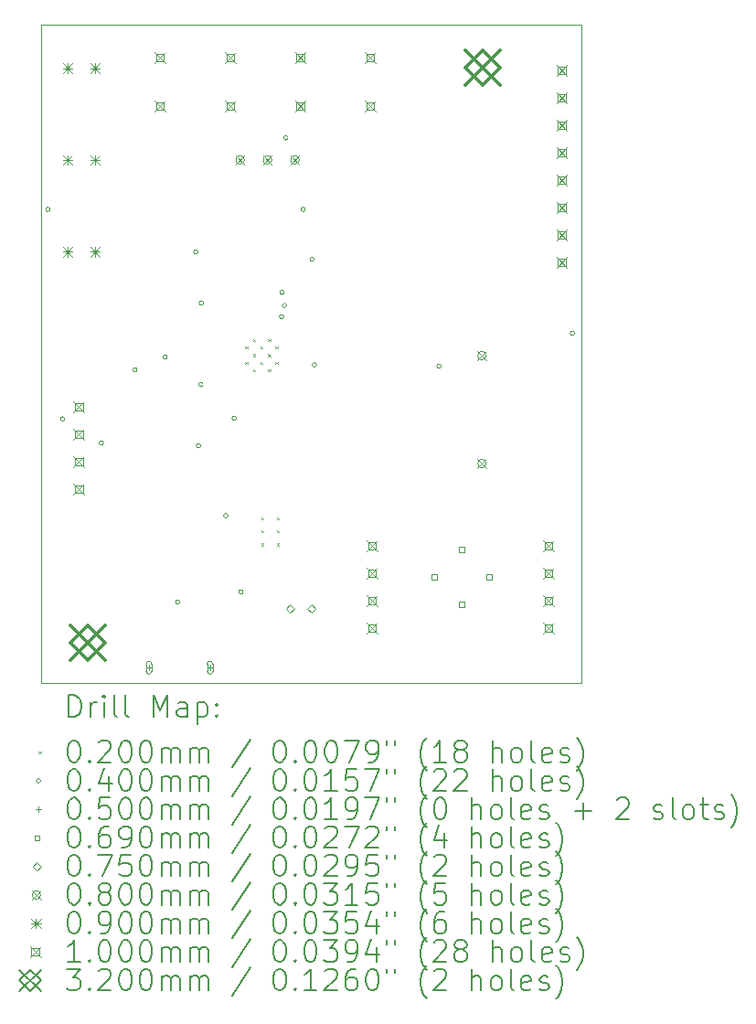
<source format=gbr>
%TF.GenerationSoftware,KiCad,Pcbnew,9.0.1*%
%TF.CreationDate,2025-11-13T22:26:39+01:00*%
%TF.ProjectId,dise_o_v2,64697365-f16f-45f7-9632-2e6b69636164,rev?*%
%TF.SameCoordinates,Original*%
%TF.FileFunction,Drillmap*%
%TF.FilePolarity,Positive*%
%FSLAX45Y45*%
G04 Gerber Fmt 4.5, Leading zero omitted, Abs format (unit mm)*
G04 Created by KiCad (PCBNEW 9.0.1) date 2025-11-13 22:26:39*
%MOMM*%
%LPD*%
G01*
G04 APERTURE LIST*
%ADD10C,0.050000*%
%ADD11C,0.200000*%
%ADD12C,0.100000*%
%ADD13C,0.320000*%
G04 APERTURE END LIST*
D10*
X4298000Y-3048000D02*
X9304043Y-3048000D01*
X9304043Y-9143451D01*
X4298000Y-9143451D01*
X4298000Y-3048000D01*
D11*
D12*
X6191000Y-6028000D02*
X6211000Y-6048000D01*
X6211000Y-6028000D02*
X6191000Y-6048000D01*
X6191000Y-6168000D02*
X6211000Y-6188000D01*
X6211000Y-6168000D02*
X6191000Y-6188000D01*
X6261000Y-5958000D02*
X6281000Y-5978000D01*
X6281000Y-5958000D02*
X6261000Y-5978000D01*
X6261000Y-6098000D02*
X6281000Y-6118000D01*
X6281000Y-6098000D02*
X6261000Y-6118000D01*
X6261000Y-6238000D02*
X6281000Y-6258000D01*
X6281000Y-6238000D02*
X6261000Y-6258000D01*
X6331000Y-6028000D02*
X6351000Y-6048000D01*
X6351000Y-6028000D02*
X6331000Y-6048000D01*
X6331000Y-6168000D02*
X6351000Y-6188000D01*
X6351000Y-6168000D02*
X6331000Y-6188000D01*
X6340000Y-7610000D02*
X6360000Y-7630000D01*
X6360000Y-7610000D02*
X6340000Y-7630000D01*
X6340000Y-7730000D02*
X6360000Y-7750000D01*
X6360000Y-7730000D02*
X6340000Y-7750000D01*
X6340000Y-7850000D02*
X6360000Y-7870000D01*
X6360000Y-7850000D02*
X6340000Y-7870000D01*
X6401000Y-5958000D02*
X6421000Y-5978000D01*
X6421000Y-5958000D02*
X6401000Y-5978000D01*
X6401000Y-6098000D02*
X6421000Y-6118000D01*
X6421000Y-6098000D02*
X6401000Y-6118000D01*
X6401000Y-6238000D02*
X6421000Y-6258000D01*
X6421000Y-6238000D02*
X6401000Y-6258000D01*
X6471000Y-6028000D02*
X6491000Y-6048000D01*
X6491000Y-6028000D02*
X6471000Y-6048000D01*
X6471000Y-6168000D02*
X6491000Y-6188000D01*
X6491000Y-6168000D02*
X6471000Y-6188000D01*
X6480000Y-7610000D02*
X6500000Y-7630000D01*
X6500000Y-7610000D02*
X6480000Y-7630000D01*
X6480000Y-7730000D02*
X6500000Y-7750000D01*
X6500000Y-7730000D02*
X6480000Y-7750000D01*
X6480000Y-7850000D02*
X6500000Y-7870000D01*
X6500000Y-7850000D02*
X6480000Y-7870000D01*
X4382070Y-4757920D02*
G75*
G02*
X4342070Y-4757920I-20000J0D01*
G01*
X4342070Y-4757920D02*
G75*
G02*
X4382070Y-4757920I20000J0D01*
G01*
X4516800Y-6698730D02*
G75*
G02*
X4476800Y-6698730I-20000J0D01*
G01*
X4476800Y-6698730D02*
G75*
G02*
X4516800Y-6698730I20000J0D01*
G01*
X4876560Y-6921530D02*
G75*
G02*
X4836560Y-6921530I-20000J0D01*
G01*
X4836560Y-6921530D02*
G75*
G02*
X4876560Y-6921530I20000J0D01*
G01*
X5189250Y-6241970D02*
G75*
G02*
X5149250Y-6241970I-20000J0D01*
G01*
X5149250Y-6241970D02*
G75*
G02*
X5189250Y-6241970I20000J0D01*
G01*
X5468050Y-6123810D02*
G75*
G02*
X5428050Y-6123810I-20000J0D01*
G01*
X5428050Y-6123810D02*
G75*
G02*
X5468050Y-6123810I20000J0D01*
G01*
X5584450Y-8393700D02*
G75*
G02*
X5544450Y-8393700I-20000J0D01*
G01*
X5544450Y-8393700D02*
G75*
G02*
X5584450Y-8393700I20000J0D01*
G01*
X5751880Y-5150000D02*
G75*
G02*
X5711880Y-5150000I-20000J0D01*
G01*
X5711880Y-5150000D02*
G75*
G02*
X5751880Y-5150000I20000J0D01*
G01*
X5777420Y-6946060D02*
G75*
G02*
X5737420Y-6946060I-20000J0D01*
G01*
X5737420Y-6946060D02*
G75*
G02*
X5777420Y-6946060I20000J0D01*
G01*
X5798620Y-6379870D02*
G75*
G02*
X5758620Y-6379870I-20000J0D01*
G01*
X5758620Y-6379870D02*
G75*
G02*
X5798620Y-6379870I20000J0D01*
G01*
X5802920Y-5626260D02*
G75*
G02*
X5762920Y-5626260I-20000J0D01*
G01*
X5762920Y-5626260D02*
G75*
G02*
X5802920Y-5626260I20000J0D01*
G01*
X6030020Y-7594650D02*
G75*
G02*
X5990020Y-7594650I-20000J0D01*
G01*
X5990020Y-7594650D02*
G75*
G02*
X6030020Y-7594650I20000J0D01*
G01*
X6108440Y-6691460D02*
G75*
G02*
X6068440Y-6691460I-20000J0D01*
G01*
X6068440Y-6691460D02*
G75*
G02*
X6108440Y-6691460I20000J0D01*
G01*
X6170000Y-8300000D02*
G75*
G02*
X6130000Y-8300000I-20000J0D01*
G01*
X6130000Y-8300000D02*
G75*
G02*
X6170000Y-8300000I20000J0D01*
G01*
X6546060Y-5750000D02*
G75*
G02*
X6506060Y-5750000I-20000J0D01*
G01*
X6506060Y-5750000D02*
G75*
G02*
X6546060Y-5750000I20000J0D01*
G01*
X6550150Y-5526680D02*
G75*
G02*
X6510150Y-5526680I-20000J0D01*
G01*
X6510150Y-5526680D02*
G75*
G02*
X6550150Y-5526680I20000J0D01*
G01*
X6573170Y-5647670D02*
G75*
G02*
X6533170Y-5647670I-20000J0D01*
G01*
X6533170Y-5647670D02*
G75*
G02*
X6573170Y-5647670I20000J0D01*
G01*
X6586470Y-4094920D02*
G75*
G02*
X6546470Y-4094920I-20000J0D01*
G01*
X6546470Y-4094920D02*
G75*
G02*
X6586470Y-4094920I20000J0D01*
G01*
X6746800Y-4757920D02*
G75*
G02*
X6706800Y-4757920I-20000J0D01*
G01*
X6706800Y-4757920D02*
G75*
G02*
X6746800Y-4757920I20000J0D01*
G01*
X6828850Y-5220630D02*
G75*
G02*
X6788850Y-5220630I-20000J0D01*
G01*
X6788850Y-5220630D02*
G75*
G02*
X6828850Y-5220630I20000J0D01*
G01*
X6850000Y-6197450D02*
G75*
G02*
X6810000Y-6197450I-20000J0D01*
G01*
X6810000Y-6197450D02*
G75*
G02*
X6850000Y-6197450I20000J0D01*
G01*
X8003710Y-6209670D02*
G75*
G02*
X7963710Y-6209670I-20000J0D01*
G01*
X7963710Y-6209670D02*
G75*
G02*
X8003710Y-6209670I20000J0D01*
G01*
X9239750Y-5904580D02*
G75*
G02*
X9199750Y-5904580I-20000J0D01*
G01*
X9199750Y-5904580D02*
G75*
G02*
X9239750Y-5904580I20000J0D01*
G01*
X5297230Y-8976707D02*
X5297230Y-9026707D01*
X5272230Y-9001707D02*
X5322230Y-9001707D01*
X5322230Y-9036707D02*
X5322230Y-8966707D01*
X5272230Y-8966707D02*
G75*
G02*
X5322230Y-8966707I25000J0D01*
G01*
X5272230Y-8966707D02*
X5272230Y-9036707D01*
X5272230Y-9036707D02*
G75*
G03*
X5322230Y-9036707I25000J0D01*
G01*
X5862230Y-8976707D02*
X5862230Y-9026707D01*
X5837230Y-9001707D02*
X5887230Y-9001707D01*
X5887230Y-9036707D02*
X5887230Y-8966707D01*
X5837230Y-8966707D02*
G75*
G02*
X5887230Y-8966707I25000J0D01*
G01*
X5837230Y-8966707D02*
X5837230Y-9036707D01*
X5837230Y-9036707D02*
G75*
G03*
X5887230Y-9036707I25000J0D01*
G01*
X7966395Y-8185765D02*
X7966395Y-8136975D01*
X7917605Y-8136975D01*
X7917605Y-8185765D01*
X7966395Y-8185765D01*
X8220395Y-7931765D02*
X8220395Y-7882975D01*
X8171605Y-7882975D01*
X8171605Y-7931765D01*
X8220395Y-7931765D01*
X8220395Y-8439765D02*
X8220395Y-8390975D01*
X8171605Y-8390975D01*
X8171605Y-8439765D01*
X8220395Y-8439765D01*
X8474395Y-8185765D02*
X8474395Y-8136975D01*
X8425605Y-8136975D01*
X8425605Y-8185765D01*
X8474395Y-8185765D01*
X6604000Y-8494300D02*
X6641500Y-8456800D01*
X6604000Y-8419300D01*
X6566500Y-8456800D01*
X6604000Y-8494300D01*
X6804000Y-8494300D02*
X6841500Y-8456800D01*
X6804000Y-8419300D01*
X6766500Y-8456800D01*
X6804000Y-8494300D01*
X6102000Y-4260000D02*
X6182000Y-4340000D01*
X6182000Y-4260000D02*
X6102000Y-4340000D01*
X6182000Y-4300000D02*
G75*
G02*
X6102000Y-4300000I-40000J0D01*
G01*
X6102000Y-4300000D02*
G75*
G02*
X6182000Y-4300000I40000J0D01*
G01*
X6356000Y-4260000D02*
X6436000Y-4340000D01*
X6436000Y-4260000D02*
X6356000Y-4340000D01*
X6436000Y-4300000D02*
G75*
G02*
X6356000Y-4300000I-40000J0D01*
G01*
X6356000Y-4300000D02*
G75*
G02*
X6436000Y-4300000I40000J0D01*
G01*
X6610000Y-4260000D02*
X6690000Y-4340000D01*
X6690000Y-4260000D02*
X6610000Y-4340000D01*
X6690000Y-4300000D02*
G75*
G02*
X6610000Y-4300000I-40000J0D01*
G01*
X6610000Y-4300000D02*
G75*
G02*
X6690000Y-4300000I40000J0D01*
G01*
X8342000Y-6072000D02*
X8422000Y-6152000D01*
X8422000Y-6072000D02*
X8342000Y-6152000D01*
X8422000Y-6112000D02*
G75*
G02*
X8342000Y-6112000I-40000J0D01*
G01*
X8342000Y-6112000D02*
G75*
G02*
X8422000Y-6112000I40000J0D01*
G01*
X8342000Y-7072000D02*
X8422000Y-7152000D01*
X8422000Y-7072000D02*
X8342000Y-7152000D01*
X8422000Y-7112000D02*
G75*
G02*
X8342000Y-7112000I-40000J0D01*
G01*
X8342000Y-7112000D02*
G75*
G02*
X8422000Y-7112000I40000J0D01*
G01*
X4501000Y-3405000D02*
X4591000Y-3495000D01*
X4591000Y-3405000D02*
X4501000Y-3495000D01*
X4546000Y-3405000D02*
X4546000Y-3495000D01*
X4501000Y-3450000D02*
X4591000Y-3450000D01*
X4501000Y-4255000D02*
X4591000Y-4345000D01*
X4591000Y-4255000D02*
X4501000Y-4345000D01*
X4546000Y-4255000D02*
X4546000Y-4345000D01*
X4501000Y-4300000D02*
X4591000Y-4300000D01*
X4501000Y-5105000D02*
X4591000Y-5195000D01*
X4591000Y-5105000D02*
X4501000Y-5195000D01*
X4546000Y-5105000D02*
X4546000Y-5195000D01*
X4501000Y-5150000D02*
X4591000Y-5150000D01*
X4755000Y-3405000D02*
X4845000Y-3495000D01*
X4845000Y-3405000D02*
X4755000Y-3495000D01*
X4800000Y-3405000D02*
X4800000Y-3495000D01*
X4755000Y-3450000D02*
X4845000Y-3450000D01*
X4755000Y-4255000D02*
X4845000Y-4345000D01*
X4845000Y-4255000D02*
X4755000Y-4345000D01*
X4800000Y-4255000D02*
X4800000Y-4345000D01*
X4755000Y-4300000D02*
X4845000Y-4300000D01*
X4755000Y-5105000D02*
X4845000Y-5195000D01*
X4845000Y-5105000D02*
X4755000Y-5195000D01*
X4800000Y-5105000D02*
X4800000Y-5195000D01*
X4755000Y-5150000D02*
X4845000Y-5150000D01*
X4600000Y-6538000D02*
X4700000Y-6638000D01*
X4700000Y-6538000D02*
X4600000Y-6638000D01*
X4685356Y-6623356D02*
X4685356Y-6552644D01*
X4614644Y-6552644D01*
X4614644Y-6623356D01*
X4685356Y-6623356D01*
X4600000Y-6792000D02*
X4700000Y-6892000D01*
X4700000Y-6792000D02*
X4600000Y-6892000D01*
X4685356Y-6877356D02*
X4685356Y-6806644D01*
X4614644Y-6806644D01*
X4614644Y-6877356D01*
X4685356Y-6877356D01*
X4600000Y-7046000D02*
X4700000Y-7146000D01*
X4700000Y-7046000D02*
X4600000Y-7146000D01*
X4685356Y-7131356D02*
X4685356Y-7060644D01*
X4614644Y-7060644D01*
X4614644Y-7131356D01*
X4685356Y-7131356D01*
X4600000Y-7300000D02*
X4700000Y-7400000D01*
X4700000Y-7300000D02*
X4600000Y-7400000D01*
X4685356Y-7385356D02*
X4685356Y-7314644D01*
X4614644Y-7314644D01*
X4614644Y-7385356D01*
X4685356Y-7385356D01*
X5350000Y-3300000D02*
X5450000Y-3400000D01*
X5450000Y-3300000D02*
X5350000Y-3400000D01*
X5435356Y-3385356D02*
X5435356Y-3314644D01*
X5364644Y-3314644D01*
X5364644Y-3385356D01*
X5435356Y-3385356D01*
X5350000Y-3750000D02*
X5450000Y-3850000D01*
X5450000Y-3750000D02*
X5350000Y-3850000D01*
X5435356Y-3835356D02*
X5435356Y-3764644D01*
X5364644Y-3764644D01*
X5364644Y-3835356D01*
X5435356Y-3835356D01*
X6000000Y-3300000D02*
X6100000Y-3400000D01*
X6100000Y-3300000D02*
X6000000Y-3400000D01*
X6085356Y-3385356D02*
X6085356Y-3314644D01*
X6014644Y-3314644D01*
X6014644Y-3385356D01*
X6085356Y-3385356D01*
X6000000Y-3750000D02*
X6100000Y-3850000D01*
X6100000Y-3750000D02*
X6000000Y-3850000D01*
X6085356Y-3835356D02*
X6085356Y-3764644D01*
X6014644Y-3764644D01*
X6014644Y-3835356D01*
X6085356Y-3835356D01*
X6650000Y-3300000D02*
X6750000Y-3400000D01*
X6750000Y-3300000D02*
X6650000Y-3400000D01*
X6735356Y-3385356D02*
X6735356Y-3314644D01*
X6664644Y-3314644D01*
X6664644Y-3385356D01*
X6735356Y-3385356D01*
X6650000Y-3750000D02*
X6750000Y-3850000D01*
X6750000Y-3750000D02*
X6650000Y-3850000D01*
X6735356Y-3835356D02*
X6735356Y-3764644D01*
X6664644Y-3764644D01*
X6664644Y-3835356D01*
X6735356Y-3835356D01*
X7300000Y-3300000D02*
X7400000Y-3400000D01*
X7400000Y-3300000D02*
X7300000Y-3400000D01*
X7385356Y-3385356D02*
X7385356Y-3314644D01*
X7314644Y-3314644D01*
X7314644Y-3385356D01*
X7385356Y-3385356D01*
X7300000Y-3750000D02*
X7400000Y-3850000D01*
X7400000Y-3750000D02*
X7300000Y-3850000D01*
X7385356Y-3835356D02*
X7385356Y-3764644D01*
X7314644Y-3764644D01*
X7314644Y-3835356D01*
X7385356Y-3835356D01*
X7316000Y-7824000D02*
X7416000Y-7924000D01*
X7416000Y-7824000D02*
X7316000Y-7924000D01*
X7401356Y-7909356D02*
X7401356Y-7838644D01*
X7330644Y-7838644D01*
X7330644Y-7909356D01*
X7401356Y-7909356D01*
X7316000Y-8078000D02*
X7416000Y-8178000D01*
X7416000Y-8078000D02*
X7316000Y-8178000D01*
X7401356Y-8163356D02*
X7401356Y-8092644D01*
X7330644Y-8092644D01*
X7330644Y-8163356D01*
X7401356Y-8163356D01*
X7316000Y-8332000D02*
X7416000Y-8432000D01*
X7416000Y-8332000D02*
X7316000Y-8432000D01*
X7401356Y-8417356D02*
X7401356Y-8346644D01*
X7330644Y-8346644D01*
X7330644Y-8417356D01*
X7401356Y-8417356D01*
X7316000Y-8586000D02*
X7416000Y-8686000D01*
X7416000Y-8586000D02*
X7316000Y-8686000D01*
X7401356Y-8671356D02*
X7401356Y-8600644D01*
X7330644Y-8600644D01*
X7330644Y-8671356D01*
X7401356Y-8671356D01*
X8950000Y-7824000D02*
X9050000Y-7924000D01*
X9050000Y-7824000D02*
X8950000Y-7924000D01*
X9035356Y-7909356D02*
X9035356Y-7838644D01*
X8964644Y-7838644D01*
X8964644Y-7909356D01*
X9035356Y-7909356D01*
X8950000Y-8078000D02*
X9050000Y-8178000D01*
X9050000Y-8078000D02*
X8950000Y-8178000D01*
X9035356Y-8163356D02*
X9035356Y-8092644D01*
X8964644Y-8092644D01*
X8964644Y-8163356D01*
X9035356Y-8163356D01*
X8950000Y-8332000D02*
X9050000Y-8432000D01*
X9050000Y-8332000D02*
X8950000Y-8432000D01*
X9035356Y-8417356D02*
X9035356Y-8346644D01*
X8964644Y-8346644D01*
X8964644Y-8417356D01*
X9035356Y-8417356D01*
X8950000Y-8586000D02*
X9050000Y-8686000D01*
X9050000Y-8586000D02*
X8950000Y-8686000D01*
X9035356Y-8671356D02*
X9035356Y-8600644D01*
X8964644Y-8600644D01*
X8964644Y-8671356D01*
X9035356Y-8671356D01*
X9071210Y-3418110D02*
X9171210Y-3518110D01*
X9171210Y-3418110D02*
X9071210Y-3518110D01*
X9156566Y-3503466D02*
X9156566Y-3432754D01*
X9085854Y-3432754D01*
X9085854Y-3503466D01*
X9156566Y-3503466D01*
X9071210Y-3672110D02*
X9171210Y-3772110D01*
X9171210Y-3672110D02*
X9071210Y-3772110D01*
X9156566Y-3757466D02*
X9156566Y-3686754D01*
X9085854Y-3686754D01*
X9085854Y-3757466D01*
X9156566Y-3757466D01*
X9071210Y-3926110D02*
X9171210Y-4026110D01*
X9171210Y-3926110D02*
X9071210Y-4026110D01*
X9156566Y-4011466D02*
X9156566Y-3940754D01*
X9085854Y-3940754D01*
X9085854Y-4011466D01*
X9156566Y-4011466D01*
X9071210Y-4180110D02*
X9171210Y-4280110D01*
X9171210Y-4180110D02*
X9071210Y-4280110D01*
X9156566Y-4265466D02*
X9156566Y-4194754D01*
X9085854Y-4194754D01*
X9085854Y-4265466D01*
X9156566Y-4265466D01*
X9071210Y-4434110D02*
X9171210Y-4534110D01*
X9171210Y-4434110D02*
X9071210Y-4534110D01*
X9156566Y-4519466D02*
X9156566Y-4448754D01*
X9085854Y-4448754D01*
X9085854Y-4519466D01*
X9156566Y-4519466D01*
X9071210Y-4688110D02*
X9171210Y-4788110D01*
X9171210Y-4688110D02*
X9071210Y-4788110D01*
X9156566Y-4773466D02*
X9156566Y-4702754D01*
X9085854Y-4702754D01*
X9085854Y-4773466D01*
X9156566Y-4773466D01*
X9071210Y-4942110D02*
X9171210Y-5042110D01*
X9171210Y-4942110D02*
X9071210Y-5042110D01*
X9156566Y-5027466D02*
X9156566Y-4956754D01*
X9085854Y-4956754D01*
X9085854Y-5027466D01*
X9156566Y-5027466D01*
X9071210Y-5196110D02*
X9171210Y-5296110D01*
X9171210Y-5196110D02*
X9071210Y-5296110D01*
X9156566Y-5281466D02*
X9156566Y-5210754D01*
X9085854Y-5210754D01*
X9085854Y-5281466D01*
X9156566Y-5281466D01*
D13*
X4573176Y-8607871D02*
X4893176Y-8927871D01*
X4893176Y-8607871D02*
X4573176Y-8927871D01*
X4733176Y-8927871D02*
X4893176Y-8767871D01*
X4733176Y-8607871D01*
X4573176Y-8767871D01*
X4733176Y-8927871D01*
X8231768Y-3283639D02*
X8551768Y-3603639D01*
X8551768Y-3283639D02*
X8231768Y-3603639D01*
X8391768Y-3603639D02*
X8551768Y-3443639D01*
X8391768Y-3283639D01*
X8231768Y-3443639D01*
X8391768Y-3603639D01*
D11*
X4556277Y-9457435D02*
X4556277Y-9257435D01*
X4556277Y-9257435D02*
X4603896Y-9257435D01*
X4603896Y-9257435D02*
X4632467Y-9266959D01*
X4632467Y-9266959D02*
X4651515Y-9286006D01*
X4651515Y-9286006D02*
X4661039Y-9305054D01*
X4661039Y-9305054D02*
X4670563Y-9343149D01*
X4670563Y-9343149D02*
X4670563Y-9371720D01*
X4670563Y-9371720D02*
X4661039Y-9409816D01*
X4661039Y-9409816D02*
X4651515Y-9428863D01*
X4651515Y-9428863D02*
X4632467Y-9447911D01*
X4632467Y-9447911D02*
X4603896Y-9457435D01*
X4603896Y-9457435D02*
X4556277Y-9457435D01*
X4756277Y-9457435D02*
X4756277Y-9324101D01*
X4756277Y-9362197D02*
X4765801Y-9343149D01*
X4765801Y-9343149D02*
X4775324Y-9333625D01*
X4775324Y-9333625D02*
X4794372Y-9324101D01*
X4794372Y-9324101D02*
X4813420Y-9324101D01*
X4880086Y-9457435D02*
X4880086Y-9324101D01*
X4880086Y-9257435D02*
X4870563Y-9266959D01*
X4870563Y-9266959D02*
X4880086Y-9276482D01*
X4880086Y-9276482D02*
X4889610Y-9266959D01*
X4889610Y-9266959D02*
X4880086Y-9257435D01*
X4880086Y-9257435D02*
X4880086Y-9276482D01*
X5003896Y-9457435D02*
X4984848Y-9447911D01*
X4984848Y-9447911D02*
X4975324Y-9428863D01*
X4975324Y-9428863D02*
X4975324Y-9257435D01*
X5108658Y-9457435D02*
X5089610Y-9447911D01*
X5089610Y-9447911D02*
X5080086Y-9428863D01*
X5080086Y-9428863D02*
X5080086Y-9257435D01*
X5337229Y-9457435D02*
X5337229Y-9257435D01*
X5337229Y-9257435D02*
X5403896Y-9400292D01*
X5403896Y-9400292D02*
X5470563Y-9257435D01*
X5470563Y-9257435D02*
X5470563Y-9457435D01*
X5651515Y-9457435D02*
X5651515Y-9352673D01*
X5651515Y-9352673D02*
X5641991Y-9333625D01*
X5641991Y-9333625D02*
X5622943Y-9324101D01*
X5622943Y-9324101D02*
X5584848Y-9324101D01*
X5584848Y-9324101D02*
X5565801Y-9333625D01*
X5651515Y-9447911D02*
X5632467Y-9457435D01*
X5632467Y-9457435D02*
X5584848Y-9457435D01*
X5584848Y-9457435D02*
X5565801Y-9447911D01*
X5565801Y-9447911D02*
X5556277Y-9428863D01*
X5556277Y-9428863D02*
X5556277Y-9409816D01*
X5556277Y-9409816D02*
X5565801Y-9390768D01*
X5565801Y-9390768D02*
X5584848Y-9381244D01*
X5584848Y-9381244D02*
X5632467Y-9381244D01*
X5632467Y-9381244D02*
X5651515Y-9371720D01*
X5746753Y-9324101D02*
X5746753Y-9524101D01*
X5746753Y-9333625D02*
X5765801Y-9324101D01*
X5765801Y-9324101D02*
X5803896Y-9324101D01*
X5803896Y-9324101D02*
X5822943Y-9333625D01*
X5822943Y-9333625D02*
X5832467Y-9343149D01*
X5832467Y-9343149D02*
X5841991Y-9362197D01*
X5841991Y-9362197D02*
X5841991Y-9419339D01*
X5841991Y-9419339D02*
X5832467Y-9438387D01*
X5832467Y-9438387D02*
X5822943Y-9447911D01*
X5822943Y-9447911D02*
X5803896Y-9457435D01*
X5803896Y-9457435D02*
X5765801Y-9457435D01*
X5765801Y-9457435D02*
X5746753Y-9447911D01*
X5927705Y-9438387D02*
X5937229Y-9447911D01*
X5937229Y-9447911D02*
X5927705Y-9457435D01*
X5927705Y-9457435D02*
X5918182Y-9447911D01*
X5918182Y-9447911D02*
X5927705Y-9438387D01*
X5927705Y-9438387D02*
X5927705Y-9457435D01*
X5927705Y-9333625D02*
X5937229Y-9343149D01*
X5937229Y-9343149D02*
X5927705Y-9352673D01*
X5927705Y-9352673D02*
X5918182Y-9343149D01*
X5918182Y-9343149D02*
X5927705Y-9333625D01*
X5927705Y-9333625D02*
X5927705Y-9352673D01*
D12*
X4275500Y-9775951D02*
X4295500Y-9795951D01*
X4295500Y-9775951D02*
X4275500Y-9795951D01*
D11*
X4594372Y-9677435D02*
X4613420Y-9677435D01*
X4613420Y-9677435D02*
X4632467Y-9686959D01*
X4632467Y-9686959D02*
X4641991Y-9696482D01*
X4641991Y-9696482D02*
X4651515Y-9715530D01*
X4651515Y-9715530D02*
X4661039Y-9753625D01*
X4661039Y-9753625D02*
X4661039Y-9801244D01*
X4661039Y-9801244D02*
X4651515Y-9839339D01*
X4651515Y-9839339D02*
X4641991Y-9858387D01*
X4641991Y-9858387D02*
X4632467Y-9867911D01*
X4632467Y-9867911D02*
X4613420Y-9877435D01*
X4613420Y-9877435D02*
X4594372Y-9877435D01*
X4594372Y-9877435D02*
X4575324Y-9867911D01*
X4575324Y-9867911D02*
X4565801Y-9858387D01*
X4565801Y-9858387D02*
X4556277Y-9839339D01*
X4556277Y-9839339D02*
X4546753Y-9801244D01*
X4546753Y-9801244D02*
X4546753Y-9753625D01*
X4546753Y-9753625D02*
X4556277Y-9715530D01*
X4556277Y-9715530D02*
X4565801Y-9696482D01*
X4565801Y-9696482D02*
X4575324Y-9686959D01*
X4575324Y-9686959D02*
X4594372Y-9677435D01*
X4746753Y-9858387D02*
X4756277Y-9867911D01*
X4756277Y-9867911D02*
X4746753Y-9877435D01*
X4746753Y-9877435D02*
X4737229Y-9867911D01*
X4737229Y-9867911D02*
X4746753Y-9858387D01*
X4746753Y-9858387D02*
X4746753Y-9877435D01*
X4832467Y-9696482D02*
X4841991Y-9686959D01*
X4841991Y-9686959D02*
X4861039Y-9677435D01*
X4861039Y-9677435D02*
X4908658Y-9677435D01*
X4908658Y-9677435D02*
X4927705Y-9686959D01*
X4927705Y-9686959D02*
X4937229Y-9696482D01*
X4937229Y-9696482D02*
X4946753Y-9715530D01*
X4946753Y-9715530D02*
X4946753Y-9734578D01*
X4946753Y-9734578D02*
X4937229Y-9763149D01*
X4937229Y-9763149D02*
X4822944Y-9877435D01*
X4822944Y-9877435D02*
X4946753Y-9877435D01*
X5070563Y-9677435D02*
X5089610Y-9677435D01*
X5089610Y-9677435D02*
X5108658Y-9686959D01*
X5108658Y-9686959D02*
X5118182Y-9696482D01*
X5118182Y-9696482D02*
X5127705Y-9715530D01*
X5127705Y-9715530D02*
X5137229Y-9753625D01*
X5137229Y-9753625D02*
X5137229Y-9801244D01*
X5137229Y-9801244D02*
X5127705Y-9839339D01*
X5127705Y-9839339D02*
X5118182Y-9858387D01*
X5118182Y-9858387D02*
X5108658Y-9867911D01*
X5108658Y-9867911D02*
X5089610Y-9877435D01*
X5089610Y-9877435D02*
X5070563Y-9877435D01*
X5070563Y-9877435D02*
X5051515Y-9867911D01*
X5051515Y-9867911D02*
X5041991Y-9858387D01*
X5041991Y-9858387D02*
X5032467Y-9839339D01*
X5032467Y-9839339D02*
X5022944Y-9801244D01*
X5022944Y-9801244D02*
X5022944Y-9753625D01*
X5022944Y-9753625D02*
X5032467Y-9715530D01*
X5032467Y-9715530D02*
X5041991Y-9696482D01*
X5041991Y-9696482D02*
X5051515Y-9686959D01*
X5051515Y-9686959D02*
X5070563Y-9677435D01*
X5261039Y-9677435D02*
X5280086Y-9677435D01*
X5280086Y-9677435D02*
X5299134Y-9686959D01*
X5299134Y-9686959D02*
X5308658Y-9696482D01*
X5308658Y-9696482D02*
X5318182Y-9715530D01*
X5318182Y-9715530D02*
X5327705Y-9753625D01*
X5327705Y-9753625D02*
X5327705Y-9801244D01*
X5327705Y-9801244D02*
X5318182Y-9839339D01*
X5318182Y-9839339D02*
X5308658Y-9858387D01*
X5308658Y-9858387D02*
X5299134Y-9867911D01*
X5299134Y-9867911D02*
X5280086Y-9877435D01*
X5280086Y-9877435D02*
X5261039Y-9877435D01*
X5261039Y-9877435D02*
X5241991Y-9867911D01*
X5241991Y-9867911D02*
X5232467Y-9858387D01*
X5232467Y-9858387D02*
X5222944Y-9839339D01*
X5222944Y-9839339D02*
X5213420Y-9801244D01*
X5213420Y-9801244D02*
X5213420Y-9753625D01*
X5213420Y-9753625D02*
X5222944Y-9715530D01*
X5222944Y-9715530D02*
X5232467Y-9696482D01*
X5232467Y-9696482D02*
X5241991Y-9686959D01*
X5241991Y-9686959D02*
X5261039Y-9677435D01*
X5413420Y-9877435D02*
X5413420Y-9744101D01*
X5413420Y-9763149D02*
X5422944Y-9753625D01*
X5422944Y-9753625D02*
X5441991Y-9744101D01*
X5441991Y-9744101D02*
X5470563Y-9744101D01*
X5470563Y-9744101D02*
X5489610Y-9753625D01*
X5489610Y-9753625D02*
X5499134Y-9772673D01*
X5499134Y-9772673D02*
X5499134Y-9877435D01*
X5499134Y-9772673D02*
X5508658Y-9753625D01*
X5508658Y-9753625D02*
X5527705Y-9744101D01*
X5527705Y-9744101D02*
X5556277Y-9744101D01*
X5556277Y-9744101D02*
X5575325Y-9753625D01*
X5575325Y-9753625D02*
X5584848Y-9772673D01*
X5584848Y-9772673D02*
X5584848Y-9877435D01*
X5680086Y-9877435D02*
X5680086Y-9744101D01*
X5680086Y-9763149D02*
X5689610Y-9753625D01*
X5689610Y-9753625D02*
X5708658Y-9744101D01*
X5708658Y-9744101D02*
X5737229Y-9744101D01*
X5737229Y-9744101D02*
X5756277Y-9753625D01*
X5756277Y-9753625D02*
X5765801Y-9772673D01*
X5765801Y-9772673D02*
X5765801Y-9877435D01*
X5765801Y-9772673D02*
X5775324Y-9753625D01*
X5775324Y-9753625D02*
X5794372Y-9744101D01*
X5794372Y-9744101D02*
X5822943Y-9744101D01*
X5822943Y-9744101D02*
X5841991Y-9753625D01*
X5841991Y-9753625D02*
X5851515Y-9772673D01*
X5851515Y-9772673D02*
X5851515Y-9877435D01*
X6241991Y-9667911D02*
X6070563Y-9925054D01*
X6499134Y-9677435D02*
X6518182Y-9677435D01*
X6518182Y-9677435D02*
X6537229Y-9686959D01*
X6537229Y-9686959D02*
X6546753Y-9696482D01*
X6546753Y-9696482D02*
X6556277Y-9715530D01*
X6556277Y-9715530D02*
X6565801Y-9753625D01*
X6565801Y-9753625D02*
X6565801Y-9801244D01*
X6565801Y-9801244D02*
X6556277Y-9839339D01*
X6556277Y-9839339D02*
X6546753Y-9858387D01*
X6546753Y-9858387D02*
X6537229Y-9867911D01*
X6537229Y-9867911D02*
X6518182Y-9877435D01*
X6518182Y-9877435D02*
X6499134Y-9877435D01*
X6499134Y-9877435D02*
X6480086Y-9867911D01*
X6480086Y-9867911D02*
X6470563Y-9858387D01*
X6470563Y-9858387D02*
X6461039Y-9839339D01*
X6461039Y-9839339D02*
X6451515Y-9801244D01*
X6451515Y-9801244D02*
X6451515Y-9753625D01*
X6451515Y-9753625D02*
X6461039Y-9715530D01*
X6461039Y-9715530D02*
X6470563Y-9696482D01*
X6470563Y-9696482D02*
X6480086Y-9686959D01*
X6480086Y-9686959D02*
X6499134Y-9677435D01*
X6651515Y-9858387D02*
X6661039Y-9867911D01*
X6661039Y-9867911D02*
X6651515Y-9877435D01*
X6651515Y-9877435D02*
X6641991Y-9867911D01*
X6641991Y-9867911D02*
X6651515Y-9858387D01*
X6651515Y-9858387D02*
X6651515Y-9877435D01*
X6784848Y-9677435D02*
X6803896Y-9677435D01*
X6803896Y-9677435D02*
X6822944Y-9686959D01*
X6822944Y-9686959D02*
X6832467Y-9696482D01*
X6832467Y-9696482D02*
X6841991Y-9715530D01*
X6841991Y-9715530D02*
X6851515Y-9753625D01*
X6851515Y-9753625D02*
X6851515Y-9801244D01*
X6851515Y-9801244D02*
X6841991Y-9839339D01*
X6841991Y-9839339D02*
X6832467Y-9858387D01*
X6832467Y-9858387D02*
X6822944Y-9867911D01*
X6822944Y-9867911D02*
X6803896Y-9877435D01*
X6803896Y-9877435D02*
X6784848Y-9877435D01*
X6784848Y-9877435D02*
X6765801Y-9867911D01*
X6765801Y-9867911D02*
X6756277Y-9858387D01*
X6756277Y-9858387D02*
X6746753Y-9839339D01*
X6746753Y-9839339D02*
X6737229Y-9801244D01*
X6737229Y-9801244D02*
X6737229Y-9753625D01*
X6737229Y-9753625D02*
X6746753Y-9715530D01*
X6746753Y-9715530D02*
X6756277Y-9696482D01*
X6756277Y-9696482D02*
X6765801Y-9686959D01*
X6765801Y-9686959D02*
X6784848Y-9677435D01*
X6975325Y-9677435D02*
X6994372Y-9677435D01*
X6994372Y-9677435D02*
X7013420Y-9686959D01*
X7013420Y-9686959D02*
X7022944Y-9696482D01*
X7022944Y-9696482D02*
X7032467Y-9715530D01*
X7032467Y-9715530D02*
X7041991Y-9753625D01*
X7041991Y-9753625D02*
X7041991Y-9801244D01*
X7041991Y-9801244D02*
X7032467Y-9839339D01*
X7032467Y-9839339D02*
X7022944Y-9858387D01*
X7022944Y-9858387D02*
X7013420Y-9867911D01*
X7013420Y-9867911D02*
X6994372Y-9877435D01*
X6994372Y-9877435D02*
X6975325Y-9877435D01*
X6975325Y-9877435D02*
X6956277Y-9867911D01*
X6956277Y-9867911D02*
X6946753Y-9858387D01*
X6946753Y-9858387D02*
X6937229Y-9839339D01*
X6937229Y-9839339D02*
X6927706Y-9801244D01*
X6927706Y-9801244D02*
X6927706Y-9753625D01*
X6927706Y-9753625D02*
X6937229Y-9715530D01*
X6937229Y-9715530D02*
X6946753Y-9696482D01*
X6946753Y-9696482D02*
X6956277Y-9686959D01*
X6956277Y-9686959D02*
X6975325Y-9677435D01*
X7108658Y-9677435D02*
X7241991Y-9677435D01*
X7241991Y-9677435D02*
X7156277Y-9877435D01*
X7327706Y-9877435D02*
X7365801Y-9877435D01*
X7365801Y-9877435D02*
X7384848Y-9867911D01*
X7384848Y-9867911D02*
X7394372Y-9858387D01*
X7394372Y-9858387D02*
X7413420Y-9829816D01*
X7413420Y-9829816D02*
X7422944Y-9791720D01*
X7422944Y-9791720D02*
X7422944Y-9715530D01*
X7422944Y-9715530D02*
X7413420Y-9696482D01*
X7413420Y-9696482D02*
X7403896Y-9686959D01*
X7403896Y-9686959D02*
X7384848Y-9677435D01*
X7384848Y-9677435D02*
X7346753Y-9677435D01*
X7346753Y-9677435D02*
X7327706Y-9686959D01*
X7327706Y-9686959D02*
X7318182Y-9696482D01*
X7318182Y-9696482D02*
X7308658Y-9715530D01*
X7308658Y-9715530D02*
X7308658Y-9763149D01*
X7308658Y-9763149D02*
X7318182Y-9782197D01*
X7318182Y-9782197D02*
X7327706Y-9791720D01*
X7327706Y-9791720D02*
X7346753Y-9801244D01*
X7346753Y-9801244D02*
X7384848Y-9801244D01*
X7384848Y-9801244D02*
X7403896Y-9791720D01*
X7403896Y-9791720D02*
X7413420Y-9782197D01*
X7413420Y-9782197D02*
X7422944Y-9763149D01*
X7499134Y-9677435D02*
X7499134Y-9715530D01*
X7575325Y-9677435D02*
X7575325Y-9715530D01*
X7870563Y-9953625D02*
X7861039Y-9944101D01*
X7861039Y-9944101D02*
X7841991Y-9915530D01*
X7841991Y-9915530D02*
X7832468Y-9896482D01*
X7832468Y-9896482D02*
X7822944Y-9867911D01*
X7822944Y-9867911D02*
X7813420Y-9820292D01*
X7813420Y-9820292D02*
X7813420Y-9782197D01*
X7813420Y-9782197D02*
X7822944Y-9734578D01*
X7822944Y-9734578D02*
X7832468Y-9706006D01*
X7832468Y-9706006D02*
X7841991Y-9686959D01*
X7841991Y-9686959D02*
X7861039Y-9658387D01*
X7861039Y-9658387D02*
X7870563Y-9648863D01*
X8051515Y-9877435D02*
X7937229Y-9877435D01*
X7994372Y-9877435D02*
X7994372Y-9677435D01*
X7994372Y-9677435D02*
X7975325Y-9706006D01*
X7975325Y-9706006D02*
X7956277Y-9725054D01*
X7956277Y-9725054D02*
X7937229Y-9734578D01*
X8165801Y-9763149D02*
X8146753Y-9753625D01*
X8146753Y-9753625D02*
X8137229Y-9744101D01*
X8137229Y-9744101D02*
X8127706Y-9725054D01*
X8127706Y-9725054D02*
X8127706Y-9715530D01*
X8127706Y-9715530D02*
X8137229Y-9696482D01*
X8137229Y-9696482D02*
X8146753Y-9686959D01*
X8146753Y-9686959D02*
X8165801Y-9677435D01*
X8165801Y-9677435D02*
X8203896Y-9677435D01*
X8203896Y-9677435D02*
X8222944Y-9686959D01*
X8222944Y-9686959D02*
X8232468Y-9696482D01*
X8232468Y-9696482D02*
X8241991Y-9715530D01*
X8241991Y-9715530D02*
X8241991Y-9725054D01*
X8241991Y-9725054D02*
X8232468Y-9744101D01*
X8232468Y-9744101D02*
X8222944Y-9753625D01*
X8222944Y-9753625D02*
X8203896Y-9763149D01*
X8203896Y-9763149D02*
X8165801Y-9763149D01*
X8165801Y-9763149D02*
X8146753Y-9772673D01*
X8146753Y-9772673D02*
X8137229Y-9782197D01*
X8137229Y-9782197D02*
X8127706Y-9801244D01*
X8127706Y-9801244D02*
X8127706Y-9839339D01*
X8127706Y-9839339D02*
X8137229Y-9858387D01*
X8137229Y-9858387D02*
X8146753Y-9867911D01*
X8146753Y-9867911D02*
X8165801Y-9877435D01*
X8165801Y-9877435D02*
X8203896Y-9877435D01*
X8203896Y-9877435D02*
X8222944Y-9867911D01*
X8222944Y-9867911D02*
X8232468Y-9858387D01*
X8232468Y-9858387D02*
X8241991Y-9839339D01*
X8241991Y-9839339D02*
X8241991Y-9801244D01*
X8241991Y-9801244D02*
X8232468Y-9782197D01*
X8232468Y-9782197D02*
X8222944Y-9772673D01*
X8222944Y-9772673D02*
X8203896Y-9763149D01*
X8480087Y-9877435D02*
X8480087Y-9677435D01*
X8565801Y-9877435D02*
X8565801Y-9772673D01*
X8565801Y-9772673D02*
X8556277Y-9753625D01*
X8556277Y-9753625D02*
X8537230Y-9744101D01*
X8537230Y-9744101D02*
X8508658Y-9744101D01*
X8508658Y-9744101D02*
X8489611Y-9753625D01*
X8489611Y-9753625D02*
X8480087Y-9763149D01*
X8689611Y-9877435D02*
X8670563Y-9867911D01*
X8670563Y-9867911D02*
X8661039Y-9858387D01*
X8661039Y-9858387D02*
X8651515Y-9839339D01*
X8651515Y-9839339D02*
X8651515Y-9782197D01*
X8651515Y-9782197D02*
X8661039Y-9763149D01*
X8661039Y-9763149D02*
X8670563Y-9753625D01*
X8670563Y-9753625D02*
X8689611Y-9744101D01*
X8689611Y-9744101D02*
X8718182Y-9744101D01*
X8718182Y-9744101D02*
X8737230Y-9753625D01*
X8737230Y-9753625D02*
X8746753Y-9763149D01*
X8746753Y-9763149D02*
X8756277Y-9782197D01*
X8756277Y-9782197D02*
X8756277Y-9839339D01*
X8756277Y-9839339D02*
X8746753Y-9858387D01*
X8746753Y-9858387D02*
X8737230Y-9867911D01*
X8737230Y-9867911D02*
X8718182Y-9877435D01*
X8718182Y-9877435D02*
X8689611Y-9877435D01*
X8870563Y-9877435D02*
X8851515Y-9867911D01*
X8851515Y-9867911D02*
X8841992Y-9848863D01*
X8841992Y-9848863D02*
X8841992Y-9677435D01*
X9022944Y-9867911D02*
X9003896Y-9877435D01*
X9003896Y-9877435D02*
X8965801Y-9877435D01*
X8965801Y-9877435D02*
X8946753Y-9867911D01*
X8946753Y-9867911D02*
X8937230Y-9848863D01*
X8937230Y-9848863D02*
X8937230Y-9772673D01*
X8937230Y-9772673D02*
X8946753Y-9753625D01*
X8946753Y-9753625D02*
X8965801Y-9744101D01*
X8965801Y-9744101D02*
X9003896Y-9744101D01*
X9003896Y-9744101D02*
X9022944Y-9753625D01*
X9022944Y-9753625D02*
X9032468Y-9772673D01*
X9032468Y-9772673D02*
X9032468Y-9791720D01*
X9032468Y-9791720D02*
X8937230Y-9810768D01*
X9108658Y-9867911D02*
X9127706Y-9877435D01*
X9127706Y-9877435D02*
X9165801Y-9877435D01*
X9165801Y-9877435D02*
X9184849Y-9867911D01*
X9184849Y-9867911D02*
X9194373Y-9848863D01*
X9194373Y-9848863D02*
X9194373Y-9839339D01*
X9194373Y-9839339D02*
X9184849Y-9820292D01*
X9184849Y-9820292D02*
X9165801Y-9810768D01*
X9165801Y-9810768D02*
X9137230Y-9810768D01*
X9137230Y-9810768D02*
X9118182Y-9801244D01*
X9118182Y-9801244D02*
X9108658Y-9782197D01*
X9108658Y-9782197D02*
X9108658Y-9772673D01*
X9108658Y-9772673D02*
X9118182Y-9753625D01*
X9118182Y-9753625D02*
X9137230Y-9744101D01*
X9137230Y-9744101D02*
X9165801Y-9744101D01*
X9165801Y-9744101D02*
X9184849Y-9753625D01*
X9261039Y-9953625D02*
X9270563Y-9944101D01*
X9270563Y-9944101D02*
X9289611Y-9915530D01*
X9289611Y-9915530D02*
X9299134Y-9896482D01*
X9299134Y-9896482D02*
X9308658Y-9867911D01*
X9308658Y-9867911D02*
X9318182Y-9820292D01*
X9318182Y-9820292D02*
X9318182Y-9782197D01*
X9318182Y-9782197D02*
X9308658Y-9734578D01*
X9308658Y-9734578D02*
X9299134Y-9706006D01*
X9299134Y-9706006D02*
X9289611Y-9686959D01*
X9289611Y-9686959D02*
X9270563Y-9658387D01*
X9270563Y-9658387D02*
X9261039Y-9648863D01*
D12*
X4295500Y-10049951D02*
G75*
G02*
X4255500Y-10049951I-20000J0D01*
G01*
X4255500Y-10049951D02*
G75*
G02*
X4295500Y-10049951I20000J0D01*
G01*
D11*
X4594372Y-9941435D02*
X4613420Y-9941435D01*
X4613420Y-9941435D02*
X4632467Y-9950959D01*
X4632467Y-9950959D02*
X4641991Y-9960482D01*
X4641991Y-9960482D02*
X4651515Y-9979530D01*
X4651515Y-9979530D02*
X4661039Y-10017625D01*
X4661039Y-10017625D02*
X4661039Y-10065244D01*
X4661039Y-10065244D02*
X4651515Y-10103339D01*
X4651515Y-10103339D02*
X4641991Y-10122387D01*
X4641991Y-10122387D02*
X4632467Y-10131911D01*
X4632467Y-10131911D02*
X4613420Y-10141435D01*
X4613420Y-10141435D02*
X4594372Y-10141435D01*
X4594372Y-10141435D02*
X4575324Y-10131911D01*
X4575324Y-10131911D02*
X4565801Y-10122387D01*
X4565801Y-10122387D02*
X4556277Y-10103339D01*
X4556277Y-10103339D02*
X4546753Y-10065244D01*
X4546753Y-10065244D02*
X4546753Y-10017625D01*
X4546753Y-10017625D02*
X4556277Y-9979530D01*
X4556277Y-9979530D02*
X4565801Y-9960482D01*
X4565801Y-9960482D02*
X4575324Y-9950959D01*
X4575324Y-9950959D02*
X4594372Y-9941435D01*
X4746753Y-10122387D02*
X4756277Y-10131911D01*
X4756277Y-10131911D02*
X4746753Y-10141435D01*
X4746753Y-10141435D02*
X4737229Y-10131911D01*
X4737229Y-10131911D02*
X4746753Y-10122387D01*
X4746753Y-10122387D02*
X4746753Y-10141435D01*
X4927705Y-10008101D02*
X4927705Y-10141435D01*
X4880086Y-9931911D02*
X4832467Y-10074768D01*
X4832467Y-10074768D02*
X4956277Y-10074768D01*
X5070563Y-9941435D02*
X5089610Y-9941435D01*
X5089610Y-9941435D02*
X5108658Y-9950959D01*
X5108658Y-9950959D02*
X5118182Y-9960482D01*
X5118182Y-9960482D02*
X5127705Y-9979530D01*
X5127705Y-9979530D02*
X5137229Y-10017625D01*
X5137229Y-10017625D02*
X5137229Y-10065244D01*
X5137229Y-10065244D02*
X5127705Y-10103339D01*
X5127705Y-10103339D02*
X5118182Y-10122387D01*
X5118182Y-10122387D02*
X5108658Y-10131911D01*
X5108658Y-10131911D02*
X5089610Y-10141435D01*
X5089610Y-10141435D02*
X5070563Y-10141435D01*
X5070563Y-10141435D02*
X5051515Y-10131911D01*
X5051515Y-10131911D02*
X5041991Y-10122387D01*
X5041991Y-10122387D02*
X5032467Y-10103339D01*
X5032467Y-10103339D02*
X5022944Y-10065244D01*
X5022944Y-10065244D02*
X5022944Y-10017625D01*
X5022944Y-10017625D02*
X5032467Y-9979530D01*
X5032467Y-9979530D02*
X5041991Y-9960482D01*
X5041991Y-9960482D02*
X5051515Y-9950959D01*
X5051515Y-9950959D02*
X5070563Y-9941435D01*
X5261039Y-9941435D02*
X5280086Y-9941435D01*
X5280086Y-9941435D02*
X5299134Y-9950959D01*
X5299134Y-9950959D02*
X5308658Y-9960482D01*
X5308658Y-9960482D02*
X5318182Y-9979530D01*
X5318182Y-9979530D02*
X5327705Y-10017625D01*
X5327705Y-10017625D02*
X5327705Y-10065244D01*
X5327705Y-10065244D02*
X5318182Y-10103339D01*
X5318182Y-10103339D02*
X5308658Y-10122387D01*
X5308658Y-10122387D02*
X5299134Y-10131911D01*
X5299134Y-10131911D02*
X5280086Y-10141435D01*
X5280086Y-10141435D02*
X5261039Y-10141435D01*
X5261039Y-10141435D02*
X5241991Y-10131911D01*
X5241991Y-10131911D02*
X5232467Y-10122387D01*
X5232467Y-10122387D02*
X5222944Y-10103339D01*
X5222944Y-10103339D02*
X5213420Y-10065244D01*
X5213420Y-10065244D02*
X5213420Y-10017625D01*
X5213420Y-10017625D02*
X5222944Y-9979530D01*
X5222944Y-9979530D02*
X5232467Y-9960482D01*
X5232467Y-9960482D02*
X5241991Y-9950959D01*
X5241991Y-9950959D02*
X5261039Y-9941435D01*
X5413420Y-10141435D02*
X5413420Y-10008101D01*
X5413420Y-10027149D02*
X5422944Y-10017625D01*
X5422944Y-10017625D02*
X5441991Y-10008101D01*
X5441991Y-10008101D02*
X5470563Y-10008101D01*
X5470563Y-10008101D02*
X5489610Y-10017625D01*
X5489610Y-10017625D02*
X5499134Y-10036673D01*
X5499134Y-10036673D02*
X5499134Y-10141435D01*
X5499134Y-10036673D02*
X5508658Y-10017625D01*
X5508658Y-10017625D02*
X5527705Y-10008101D01*
X5527705Y-10008101D02*
X5556277Y-10008101D01*
X5556277Y-10008101D02*
X5575325Y-10017625D01*
X5575325Y-10017625D02*
X5584848Y-10036673D01*
X5584848Y-10036673D02*
X5584848Y-10141435D01*
X5680086Y-10141435D02*
X5680086Y-10008101D01*
X5680086Y-10027149D02*
X5689610Y-10017625D01*
X5689610Y-10017625D02*
X5708658Y-10008101D01*
X5708658Y-10008101D02*
X5737229Y-10008101D01*
X5737229Y-10008101D02*
X5756277Y-10017625D01*
X5756277Y-10017625D02*
X5765801Y-10036673D01*
X5765801Y-10036673D02*
X5765801Y-10141435D01*
X5765801Y-10036673D02*
X5775324Y-10017625D01*
X5775324Y-10017625D02*
X5794372Y-10008101D01*
X5794372Y-10008101D02*
X5822943Y-10008101D01*
X5822943Y-10008101D02*
X5841991Y-10017625D01*
X5841991Y-10017625D02*
X5851515Y-10036673D01*
X5851515Y-10036673D02*
X5851515Y-10141435D01*
X6241991Y-9931911D02*
X6070563Y-10189054D01*
X6499134Y-9941435D02*
X6518182Y-9941435D01*
X6518182Y-9941435D02*
X6537229Y-9950959D01*
X6537229Y-9950959D02*
X6546753Y-9960482D01*
X6546753Y-9960482D02*
X6556277Y-9979530D01*
X6556277Y-9979530D02*
X6565801Y-10017625D01*
X6565801Y-10017625D02*
X6565801Y-10065244D01*
X6565801Y-10065244D02*
X6556277Y-10103339D01*
X6556277Y-10103339D02*
X6546753Y-10122387D01*
X6546753Y-10122387D02*
X6537229Y-10131911D01*
X6537229Y-10131911D02*
X6518182Y-10141435D01*
X6518182Y-10141435D02*
X6499134Y-10141435D01*
X6499134Y-10141435D02*
X6480086Y-10131911D01*
X6480086Y-10131911D02*
X6470563Y-10122387D01*
X6470563Y-10122387D02*
X6461039Y-10103339D01*
X6461039Y-10103339D02*
X6451515Y-10065244D01*
X6451515Y-10065244D02*
X6451515Y-10017625D01*
X6451515Y-10017625D02*
X6461039Y-9979530D01*
X6461039Y-9979530D02*
X6470563Y-9960482D01*
X6470563Y-9960482D02*
X6480086Y-9950959D01*
X6480086Y-9950959D02*
X6499134Y-9941435D01*
X6651515Y-10122387D02*
X6661039Y-10131911D01*
X6661039Y-10131911D02*
X6651515Y-10141435D01*
X6651515Y-10141435D02*
X6641991Y-10131911D01*
X6641991Y-10131911D02*
X6651515Y-10122387D01*
X6651515Y-10122387D02*
X6651515Y-10141435D01*
X6784848Y-9941435D02*
X6803896Y-9941435D01*
X6803896Y-9941435D02*
X6822944Y-9950959D01*
X6822944Y-9950959D02*
X6832467Y-9960482D01*
X6832467Y-9960482D02*
X6841991Y-9979530D01*
X6841991Y-9979530D02*
X6851515Y-10017625D01*
X6851515Y-10017625D02*
X6851515Y-10065244D01*
X6851515Y-10065244D02*
X6841991Y-10103339D01*
X6841991Y-10103339D02*
X6832467Y-10122387D01*
X6832467Y-10122387D02*
X6822944Y-10131911D01*
X6822944Y-10131911D02*
X6803896Y-10141435D01*
X6803896Y-10141435D02*
X6784848Y-10141435D01*
X6784848Y-10141435D02*
X6765801Y-10131911D01*
X6765801Y-10131911D02*
X6756277Y-10122387D01*
X6756277Y-10122387D02*
X6746753Y-10103339D01*
X6746753Y-10103339D02*
X6737229Y-10065244D01*
X6737229Y-10065244D02*
X6737229Y-10017625D01*
X6737229Y-10017625D02*
X6746753Y-9979530D01*
X6746753Y-9979530D02*
X6756277Y-9960482D01*
X6756277Y-9960482D02*
X6765801Y-9950959D01*
X6765801Y-9950959D02*
X6784848Y-9941435D01*
X7041991Y-10141435D02*
X6927706Y-10141435D01*
X6984848Y-10141435D02*
X6984848Y-9941435D01*
X6984848Y-9941435D02*
X6965801Y-9970006D01*
X6965801Y-9970006D02*
X6946753Y-9989054D01*
X6946753Y-9989054D02*
X6927706Y-9998578D01*
X7222944Y-9941435D02*
X7127706Y-9941435D01*
X7127706Y-9941435D02*
X7118182Y-10036673D01*
X7118182Y-10036673D02*
X7127706Y-10027149D01*
X7127706Y-10027149D02*
X7146753Y-10017625D01*
X7146753Y-10017625D02*
X7194372Y-10017625D01*
X7194372Y-10017625D02*
X7213420Y-10027149D01*
X7213420Y-10027149D02*
X7222944Y-10036673D01*
X7222944Y-10036673D02*
X7232467Y-10055720D01*
X7232467Y-10055720D02*
X7232467Y-10103339D01*
X7232467Y-10103339D02*
X7222944Y-10122387D01*
X7222944Y-10122387D02*
X7213420Y-10131911D01*
X7213420Y-10131911D02*
X7194372Y-10141435D01*
X7194372Y-10141435D02*
X7146753Y-10141435D01*
X7146753Y-10141435D02*
X7127706Y-10131911D01*
X7127706Y-10131911D02*
X7118182Y-10122387D01*
X7299134Y-9941435D02*
X7432467Y-9941435D01*
X7432467Y-9941435D02*
X7346753Y-10141435D01*
X7499134Y-9941435D02*
X7499134Y-9979530D01*
X7575325Y-9941435D02*
X7575325Y-9979530D01*
X7870563Y-10217625D02*
X7861039Y-10208101D01*
X7861039Y-10208101D02*
X7841991Y-10179530D01*
X7841991Y-10179530D02*
X7832468Y-10160482D01*
X7832468Y-10160482D02*
X7822944Y-10131911D01*
X7822944Y-10131911D02*
X7813420Y-10084292D01*
X7813420Y-10084292D02*
X7813420Y-10046197D01*
X7813420Y-10046197D02*
X7822944Y-9998578D01*
X7822944Y-9998578D02*
X7832468Y-9970006D01*
X7832468Y-9970006D02*
X7841991Y-9950959D01*
X7841991Y-9950959D02*
X7861039Y-9922387D01*
X7861039Y-9922387D02*
X7870563Y-9912863D01*
X7937229Y-9960482D02*
X7946753Y-9950959D01*
X7946753Y-9950959D02*
X7965801Y-9941435D01*
X7965801Y-9941435D02*
X8013420Y-9941435D01*
X8013420Y-9941435D02*
X8032468Y-9950959D01*
X8032468Y-9950959D02*
X8041991Y-9960482D01*
X8041991Y-9960482D02*
X8051515Y-9979530D01*
X8051515Y-9979530D02*
X8051515Y-9998578D01*
X8051515Y-9998578D02*
X8041991Y-10027149D01*
X8041991Y-10027149D02*
X7927706Y-10141435D01*
X7927706Y-10141435D02*
X8051515Y-10141435D01*
X8127706Y-9960482D02*
X8137229Y-9950959D01*
X8137229Y-9950959D02*
X8156277Y-9941435D01*
X8156277Y-9941435D02*
X8203896Y-9941435D01*
X8203896Y-9941435D02*
X8222944Y-9950959D01*
X8222944Y-9950959D02*
X8232468Y-9960482D01*
X8232468Y-9960482D02*
X8241991Y-9979530D01*
X8241991Y-9979530D02*
X8241991Y-9998578D01*
X8241991Y-9998578D02*
X8232468Y-10027149D01*
X8232468Y-10027149D02*
X8118182Y-10141435D01*
X8118182Y-10141435D02*
X8241991Y-10141435D01*
X8480087Y-10141435D02*
X8480087Y-9941435D01*
X8565801Y-10141435D02*
X8565801Y-10036673D01*
X8565801Y-10036673D02*
X8556277Y-10017625D01*
X8556277Y-10017625D02*
X8537230Y-10008101D01*
X8537230Y-10008101D02*
X8508658Y-10008101D01*
X8508658Y-10008101D02*
X8489611Y-10017625D01*
X8489611Y-10017625D02*
X8480087Y-10027149D01*
X8689611Y-10141435D02*
X8670563Y-10131911D01*
X8670563Y-10131911D02*
X8661039Y-10122387D01*
X8661039Y-10122387D02*
X8651515Y-10103339D01*
X8651515Y-10103339D02*
X8651515Y-10046197D01*
X8651515Y-10046197D02*
X8661039Y-10027149D01*
X8661039Y-10027149D02*
X8670563Y-10017625D01*
X8670563Y-10017625D02*
X8689611Y-10008101D01*
X8689611Y-10008101D02*
X8718182Y-10008101D01*
X8718182Y-10008101D02*
X8737230Y-10017625D01*
X8737230Y-10017625D02*
X8746753Y-10027149D01*
X8746753Y-10027149D02*
X8756277Y-10046197D01*
X8756277Y-10046197D02*
X8756277Y-10103339D01*
X8756277Y-10103339D02*
X8746753Y-10122387D01*
X8746753Y-10122387D02*
X8737230Y-10131911D01*
X8737230Y-10131911D02*
X8718182Y-10141435D01*
X8718182Y-10141435D02*
X8689611Y-10141435D01*
X8870563Y-10141435D02*
X8851515Y-10131911D01*
X8851515Y-10131911D02*
X8841992Y-10112863D01*
X8841992Y-10112863D02*
X8841992Y-9941435D01*
X9022944Y-10131911D02*
X9003896Y-10141435D01*
X9003896Y-10141435D02*
X8965801Y-10141435D01*
X8965801Y-10141435D02*
X8946753Y-10131911D01*
X8946753Y-10131911D02*
X8937230Y-10112863D01*
X8937230Y-10112863D02*
X8937230Y-10036673D01*
X8937230Y-10036673D02*
X8946753Y-10017625D01*
X8946753Y-10017625D02*
X8965801Y-10008101D01*
X8965801Y-10008101D02*
X9003896Y-10008101D01*
X9003896Y-10008101D02*
X9022944Y-10017625D01*
X9022944Y-10017625D02*
X9032468Y-10036673D01*
X9032468Y-10036673D02*
X9032468Y-10055720D01*
X9032468Y-10055720D02*
X8937230Y-10074768D01*
X9108658Y-10131911D02*
X9127706Y-10141435D01*
X9127706Y-10141435D02*
X9165801Y-10141435D01*
X9165801Y-10141435D02*
X9184849Y-10131911D01*
X9184849Y-10131911D02*
X9194373Y-10112863D01*
X9194373Y-10112863D02*
X9194373Y-10103339D01*
X9194373Y-10103339D02*
X9184849Y-10084292D01*
X9184849Y-10084292D02*
X9165801Y-10074768D01*
X9165801Y-10074768D02*
X9137230Y-10074768D01*
X9137230Y-10074768D02*
X9118182Y-10065244D01*
X9118182Y-10065244D02*
X9108658Y-10046197D01*
X9108658Y-10046197D02*
X9108658Y-10036673D01*
X9108658Y-10036673D02*
X9118182Y-10017625D01*
X9118182Y-10017625D02*
X9137230Y-10008101D01*
X9137230Y-10008101D02*
X9165801Y-10008101D01*
X9165801Y-10008101D02*
X9184849Y-10017625D01*
X9261039Y-10217625D02*
X9270563Y-10208101D01*
X9270563Y-10208101D02*
X9289611Y-10179530D01*
X9289611Y-10179530D02*
X9299134Y-10160482D01*
X9299134Y-10160482D02*
X9308658Y-10131911D01*
X9308658Y-10131911D02*
X9318182Y-10084292D01*
X9318182Y-10084292D02*
X9318182Y-10046197D01*
X9318182Y-10046197D02*
X9308658Y-9998578D01*
X9308658Y-9998578D02*
X9299134Y-9970006D01*
X9299134Y-9970006D02*
X9289611Y-9950959D01*
X9289611Y-9950959D02*
X9270563Y-9922387D01*
X9270563Y-9922387D02*
X9261039Y-9912863D01*
D12*
X4270500Y-10288951D02*
X4270500Y-10338951D01*
X4245500Y-10313951D02*
X4295500Y-10313951D01*
D11*
X4594372Y-10205435D02*
X4613420Y-10205435D01*
X4613420Y-10205435D02*
X4632467Y-10214959D01*
X4632467Y-10214959D02*
X4641991Y-10224482D01*
X4641991Y-10224482D02*
X4651515Y-10243530D01*
X4651515Y-10243530D02*
X4661039Y-10281625D01*
X4661039Y-10281625D02*
X4661039Y-10329244D01*
X4661039Y-10329244D02*
X4651515Y-10367339D01*
X4651515Y-10367339D02*
X4641991Y-10386387D01*
X4641991Y-10386387D02*
X4632467Y-10395911D01*
X4632467Y-10395911D02*
X4613420Y-10405435D01*
X4613420Y-10405435D02*
X4594372Y-10405435D01*
X4594372Y-10405435D02*
X4575324Y-10395911D01*
X4575324Y-10395911D02*
X4565801Y-10386387D01*
X4565801Y-10386387D02*
X4556277Y-10367339D01*
X4556277Y-10367339D02*
X4546753Y-10329244D01*
X4546753Y-10329244D02*
X4546753Y-10281625D01*
X4546753Y-10281625D02*
X4556277Y-10243530D01*
X4556277Y-10243530D02*
X4565801Y-10224482D01*
X4565801Y-10224482D02*
X4575324Y-10214959D01*
X4575324Y-10214959D02*
X4594372Y-10205435D01*
X4746753Y-10386387D02*
X4756277Y-10395911D01*
X4756277Y-10395911D02*
X4746753Y-10405435D01*
X4746753Y-10405435D02*
X4737229Y-10395911D01*
X4737229Y-10395911D02*
X4746753Y-10386387D01*
X4746753Y-10386387D02*
X4746753Y-10405435D01*
X4937229Y-10205435D02*
X4841991Y-10205435D01*
X4841991Y-10205435D02*
X4832467Y-10300673D01*
X4832467Y-10300673D02*
X4841991Y-10291149D01*
X4841991Y-10291149D02*
X4861039Y-10281625D01*
X4861039Y-10281625D02*
X4908658Y-10281625D01*
X4908658Y-10281625D02*
X4927705Y-10291149D01*
X4927705Y-10291149D02*
X4937229Y-10300673D01*
X4937229Y-10300673D02*
X4946753Y-10319720D01*
X4946753Y-10319720D02*
X4946753Y-10367339D01*
X4946753Y-10367339D02*
X4937229Y-10386387D01*
X4937229Y-10386387D02*
X4927705Y-10395911D01*
X4927705Y-10395911D02*
X4908658Y-10405435D01*
X4908658Y-10405435D02*
X4861039Y-10405435D01*
X4861039Y-10405435D02*
X4841991Y-10395911D01*
X4841991Y-10395911D02*
X4832467Y-10386387D01*
X5070563Y-10205435D02*
X5089610Y-10205435D01*
X5089610Y-10205435D02*
X5108658Y-10214959D01*
X5108658Y-10214959D02*
X5118182Y-10224482D01*
X5118182Y-10224482D02*
X5127705Y-10243530D01*
X5127705Y-10243530D02*
X5137229Y-10281625D01*
X5137229Y-10281625D02*
X5137229Y-10329244D01*
X5137229Y-10329244D02*
X5127705Y-10367339D01*
X5127705Y-10367339D02*
X5118182Y-10386387D01*
X5118182Y-10386387D02*
X5108658Y-10395911D01*
X5108658Y-10395911D02*
X5089610Y-10405435D01*
X5089610Y-10405435D02*
X5070563Y-10405435D01*
X5070563Y-10405435D02*
X5051515Y-10395911D01*
X5051515Y-10395911D02*
X5041991Y-10386387D01*
X5041991Y-10386387D02*
X5032467Y-10367339D01*
X5032467Y-10367339D02*
X5022944Y-10329244D01*
X5022944Y-10329244D02*
X5022944Y-10281625D01*
X5022944Y-10281625D02*
X5032467Y-10243530D01*
X5032467Y-10243530D02*
X5041991Y-10224482D01*
X5041991Y-10224482D02*
X5051515Y-10214959D01*
X5051515Y-10214959D02*
X5070563Y-10205435D01*
X5261039Y-10205435D02*
X5280086Y-10205435D01*
X5280086Y-10205435D02*
X5299134Y-10214959D01*
X5299134Y-10214959D02*
X5308658Y-10224482D01*
X5308658Y-10224482D02*
X5318182Y-10243530D01*
X5318182Y-10243530D02*
X5327705Y-10281625D01*
X5327705Y-10281625D02*
X5327705Y-10329244D01*
X5327705Y-10329244D02*
X5318182Y-10367339D01*
X5318182Y-10367339D02*
X5308658Y-10386387D01*
X5308658Y-10386387D02*
X5299134Y-10395911D01*
X5299134Y-10395911D02*
X5280086Y-10405435D01*
X5280086Y-10405435D02*
X5261039Y-10405435D01*
X5261039Y-10405435D02*
X5241991Y-10395911D01*
X5241991Y-10395911D02*
X5232467Y-10386387D01*
X5232467Y-10386387D02*
X5222944Y-10367339D01*
X5222944Y-10367339D02*
X5213420Y-10329244D01*
X5213420Y-10329244D02*
X5213420Y-10281625D01*
X5213420Y-10281625D02*
X5222944Y-10243530D01*
X5222944Y-10243530D02*
X5232467Y-10224482D01*
X5232467Y-10224482D02*
X5241991Y-10214959D01*
X5241991Y-10214959D02*
X5261039Y-10205435D01*
X5413420Y-10405435D02*
X5413420Y-10272101D01*
X5413420Y-10291149D02*
X5422944Y-10281625D01*
X5422944Y-10281625D02*
X5441991Y-10272101D01*
X5441991Y-10272101D02*
X5470563Y-10272101D01*
X5470563Y-10272101D02*
X5489610Y-10281625D01*
X5489610Y-10281625D02*
X5499134Y-10300673D01*
X5499134Y-10300673D02*
X5499134Y-10405435D01*
X5499134Y-10300673D02*
X5508658Y-10281625D01*
X5508658Y-10281625D02*
X5527705Y-10272101D01*
X5527705Y-10272101D02*
X5556277Y-10272101D01*
X5556277Y-10272101D02*
X5575325Y-10281625D01*
X5575325Y-10281625D02*
X5584848Y-10300673D01*
X5584848Y-10300673D02*
X5584848Y-10405435D01*
X5680086Y-10405435D02*
X5680086Y-10272101D01*
X5680086Y-10291149D02*
X5689610Y-10281625D01*
X5689610Y-10281625D02*
X5708658Y-10272101D01*
X5708658Y-10272101D02*
X5737229Y-10272101D01*
X5737229Y-10272101D02*
X5756277Y-10281625D01*
X5756277Y-10281625D02*
X5765801Y-10300673D01*
X5765801Y-10300673D02*
X5765801Y-10405435D01*
X5765801Y-10300673D02*
X5775324Y-10281625D01*
X5775324Y-10281625D02*
X5794372Y-10272101D01*
X5794372Y-10272101D02*
X5822943Y-10272101D01*
X5822943Y-10272101D02*
X5841991Y-10281625D01*
X5841991Y-10281625D02*
X5851515Y-10300673D01*
X5851515Y-10300673D02*
X5851515Y-10405435D01*
X6241991Y-10195911D02*
X6070563Y-10453054D01*
X6499134Y-10205435D02*
X6518182Y-10205435D01*
X6518182Y-10205435D02*
X6537229Y-10214959D01*
X6537229Y-10214959D02*
X6546753Y-10224482D01*
X6546753Y-10224482D02*
X6556277Y-10243530D01*
X6556277Y-10243530D02*
X6565801Y-10281625D01*
X6565801Y-10281625D02*
X6565801Y-10329244D01*
X6565801Y-10329244D02*
X6556277Y-10367339D01*
X6556277Y-10367339D02*
X6546753Y-10386387D01*
X6546753Y-10386387D02*
X6537229Y-10395911D01*
X6537229Y-10395911D02*
X6518182Y-10405435D01*
X6518182Y-10405435D02*
X6499134Y-10405435D01*
X6499134Y-10405435D02*
X6480086Y-10395911D01*
X6480086Y-10395911D02*
X6470563Y-10386387D01*
X6470563Y-10386387D02*
X6461039Y-10367339D01*
X6461039Y-10367339D02*
X6451515Y-10329244D01*
X6451515Y-10329244D02*
X6451515Y-10281625D01*
X6451515Y-10281625D02*
X6461039Y-10243530D01*
X6461039Y-10243530D02*
X6470563Y-10224482D01*
X6470563Y-10224482D02*
X6480086Y-10214959D01*
X6480086Y-10214959D02*
X6499134Y-10205435D01*
X6651515Y-10386387D02*
X6661039Y-10395911D01*
X6661039Y-10395911D02*
X6651515Y-10405435D01*
X6651515Y-10405435D02*
X6641991Y-10395911D01*
X6641991Y-10395911D02*
X6651515Y-10386387D01*
X6651515Y-10386387D02*
X6651515Y-10405435D01*
X6784848Y-10205435D02*
X6803896Y-10205435D01*
X6803896Y-10205435D02*
X6822944Y-10214959D01*
X6822944Y-10214959D02*
X6832467Y-10224482D01*
X6832467Y-10224482D02*
X6841991Y-10243530D01*
X6841991Y-10243530D02*
X6851515Y-10281625D01*
X6851515Y-10281625D02*
X6851515Y-10329244D01*
X6851515Y-10329244D02*
X6841991Y-10367339D01*
X6841991Y-10367339D02*
X6832467Y-10386387D01*
X6832467Y-10386387D02*
X6822944Y-10395911D01*
X6822944Y-10395911D02*
X6803896Y-10405435D01*
X6803896Y-10405435D02*
X6784848Y-10405435D01*
X6784848Y-10405435D02*
X6765801Y-10395911D01*
X6765801Y-10395911D02*
X6756277Y-10386387D01*
X6756277Y-10386387D02*
X6746753Y-10367339D01*
X6746753Y-10367339D02*
X6737229Y-10329244D01*
X6737229Y-10329244D02*
X6737229Y-10281625D01*
X6737229Y-10281625D02*
X6746753Y-10243530D01*
X6746753Y-10243530D02*
X6756277Y-10224482D01*
X6756277Y-10224482D02*
X6765801Y-10214959D01*
X6765801Y-10214959D02*
X6784848Y-10205435D01*
X7041991Y-10405435D02*
X6927706Y-10405435D01*
X6984848Y-10405435D02*
X6984848Y-10205435D01*
X6984848Y-10205435D02*
X6965801Y-10234006D01*
X6965801Y-10234006D02*
X6946753Y-10253054D01*
X6946753Y-10253054D02*
X6927706Y-10262578D01*
X7137229Y-10405435D02*
X7175325Y-10405435D01*
X7175325Y-10405435D02*
X7194372Y-10395911D01*
X7194372Y-10395911D02*
X7203896Y-10386387D01*
X7203896Y-10386387D02*
X7222944Y-10357816D01*
X7222944Y-10357816D02*
X7232467Y-10319720D01*
X7232467Y-10319720D02*
X7232467Y-10243530D01*
X7232467Y-10243530D02*
X7222944Y-10224482D01*
X7222944Y-10224482D02*
X7213420Y-10214959D01*
X7213420Y-10214959D02*
X7194372Y-10205435D01*
X7194372Y-10205435D02*
X7156277Y-10205435D01*
X7156277Y-10205435D02*
X7137229Y-10214959D01*
X7137229Y-10214959D02*
X7127706Y-10224482D01*
X7127706Y-10224482D02*
X7118182Y-10243530D01*
X7118182Y-10243530D02*
X7118182Y-10291149D01*
X7118182Y-10291149D02*
X7127706Y-10310197D01*
X7127706Y-10310197D02*
X7137229Y-10319720D01*
X7137229Y-10319720D02*
X7156277Y-10329244D01*
X7156277Y-10329244D02*
X7194372Y-10329244D01*
X7194372Y-10329244D02*
X7213420Y-10319720D01*
X7213420Y-10319720D02*
X7222944Y-10310197D01*
X7222944Y-10310197D02*
X7232467Y-10291149D01*
X7299134Y-10205435D02*
X7432467Y-10205435D01*
X7432467Y-10205435D02*
X7346753Y-10405435D01*
X7499134Y-10205435D02*
X7499134Y-10243530D01*
X7575325Y-10205435D02*
X7575325Y-10243530D01*
X7870563Y-10481625D02*
X7861039Y-10472101D01*
X7861039Y-10472101D02*
X7841991Y-10443530D01*
X7841991Y-10443530D02*
X7832468Y-10424482D01*
X7832468Y-10424482D02*
X7822944Y-10395911D01*
X7822944Y-10395911D02*
X7813420Y-10348292D01*
X7813420Y-10348292D02*
X7813420Y-10310197D01*
X7813420Y-10310197D02*
X7822944Y-10262578D01*
X7822944Y-10262578D02*
X7832468Y-10234006D01*
X7832468Y-10234006D02*
X7841991Y-10214959D01*
X7841991Y-10214959D02*
X7861039Y-10186387D01*
X7861039Y-10186387D02*
X7870563Y-10176863D01*
X7984848Y-10205435D02*
X8003896Y-10205435D01*
X8003896Y-10205435D02*
X8022944Y-10214959D01*
X8022944Y-10214959D02*
X8032468Y-10224482D01*
X8032468Y-10224482D02*
X8041991Y-10243530D01*
X8041991Y-10243530D02*
X8051515Y-10281625D01*
X8051515Y-10281625D02*
X8051515Y-10329244D01*
X8051515Y-10329244D02*
X8041991Y-10367339D01*
X8041991Y-10367339D02*
X8032468Y-10386387D01*
X8032468Y-10386387D02*
X8022944Y-10395911D01*
X8022944Y-10395911D02*
X8003896Y-10405435D01*
X8003896Y-10405435D02*
X7984848Y-10405435D01*
X7984848Y-10405435D02*
X7965801Y-10395911D01*
X7965801Y-10395911D02*
X7956277Y-10386387D01*
X7956277Y-10386387D02*
X7946753Y-10367339D01*
X7946753Y-10367339D02*
X7937229Y-10329244D01*
X7937229Y-10329244D02*
X7937229Y-10281625D01*
X7937229Y-10281625D02*
X7946753Y-10243530D01*
X7946753Y-10243530D02*
X7956277Y-10224482D01*
X7956277Y-10224482D02*
X7965801Y-10214959D01*
X7965801Y-10214959D02*
X7984848Y-10205435D01*
X8289610Y-10405435D02*
X8289610Y-10205435D01*
X8375325Y-10405435D02*
X8375325Y-10300673D01*
X8375325Y-10300673D02*
X8365801Y-10281625D01*
X8365801Y-10281625D02*
X8346753Y-10272101D01*
X8346753Y-10272101D02*
X8318182Y-10272101D01*
X8318182Y-10272101D02*
X8299134Y-10281625D01*
X8299134Y-10281625D02*
X8289610Y-10291149D01*
X8499134Y-10405435D02*
X8480087Y-10395911D01*
X8480087Y-10395911D02*
X8470563Y-10386387D01*
X8470563Y-10386387D02*
X8461039Y-10367339D01*
X8461039Y-10367339D02*
X8461039Y-10310197D01*
X8461039Y-10310197D02*
X8470563Y-10291149D01*
X8470563Y-10291149D02*
X8480087Y-10281625D01*
X8480087Y-10281625D02*
X8499134Y-10272101D01*
X8499134Y-10272101D02*
X8527706Y-10272101D01*
X8527706Y-10272101D02*
X8546753Y-10281625D01*
X8546753Y-10281625D02*
X8556277Y-10291149D01*
X8556277Y-10291149D02*
X8565801Y-10310197D01*
X8565801Y-10310197D02*
X8565801Y-10367339D01*
X8565801Y-10367339D02*
X8556277Y-10386387D01*
X8556277Y-10386387D02*
X8546753Y-10395911D01*
X8546753Y-10395911D02*
X8527706Y-10405435D01*
X8527706Y-10405435D02*
X8499134Y-10405435D01*
X8680087Y-10405435D02*
X8661039Y-10395911D01*
X8661039Y-10395911D02*
X8651515Y-10376863D01*
X8651515Y-10376863D02*
X8651515Y-10205435D01*
X8832468Y-10395911D02*
X8813420Y-10405435D01*
X8813420Y-10405435D02*
X8775325Y-10405435D01*
X8775325Y-10405435D02*
X8756277Y-10395911D01*
X8756277Y-10395911D02*
X8746753Y-10376863D01*
X8746753Y-10376863D02*
X8746753Y-10300673D01*
X8746753Y-10300673D02*
X8756277Y-10281625D01*
X8756277Y-10281625D02*
X8775325Y-10272101D01*
X8775325Y-10272101D02*
X8813420Y-10272101D01*
X8813420Y-10272101D02*
X8832468Y-10281625D01*
X8832468Y-10281625D02*
X8841992Y-10300673D01*
X8841992Y-10300673D02*
X8841992Y-10319720D01*
X8841992Y-10319720D02*
X8746753Y-10338768D01*
X8918182Y-10395911D02*
X8937230Y-10405435D01*
X8937230Y-10405435D02*
X8975325Y-10405435D01*
X8975325Y-10405435D02*
X8994373Y-10395911D01*
X8994373Y-10395911D02*
X9003896Y-10376863D01*
X9003896Y-10376863D02*
X9003896Y-10367339D01*
X9003896Y-10367339D02*
X8994373Y-10348292D01*
X8994373Y-10348292D02*
X8975325Y-10338768D01*
X8975325Y-10338768D02*
X8946753Y-10338768D01*
X8946753Y-10338768D02*
X8927706Y-10329244D01*
X8927706Y-10329244D02*
X8918182Y-10310197D01*
X8918182Y-10310197D02*
X8918182Y-10300673D01*
X8918182Y-10300673D02*
X8927706Y-10281625D01*
X8927706Y-10281625D02*
X8946753Y-10272101D01*
X8946753Y-10272101D02*
X8975325Y-10272101D01*
X8975325Y-10272101D02*
X8994373Y-10281625D01*
X9241992Y-10329244D02*
X9394373Y-10329244D01*
X9318182Y-10405435D02*
X9318182Y-10253054D01*
X9632468Y-10224482D02*
X9641992Y-10214959D01*
X9641992Y-10214959D02*
X9661039Y-10205435D01*
X9661039Y-10205435D02*
X9708658Y-10205435D01*
X9708658Y-10205435D02*
X9727706Y-10214959D01*
X9727706Y-10214959D02*
X9737230Y-10224482D01*
X9737230Y-10224482D02*
X9746754Y-10243530D01*
X9746754Y-10243530D02*
X9746754Y-10262578D01*
X9746754Y-10262578D02*
X9737230Y-10291149D01*
X9737230Y-10291149D02*
X9622944Y-10405435D01*
X9622944Y-10405435D02*
X9746754Y-10405435D01*
X9975325Y-10395911D02*
X9994373Y-10405435D01*
X9994373Y-10405435D02*
X10032468Y-10405435D01*
X10032468Y-10405435D02*
X10051516Y-10395911D01*
X10051516Y-10395911D02*
X10061039Y-10376863D01*
X10061039Y-10376863D02*
X10061039Y-10367339D01*
X10061039Y-10367339D02*
X10051516Y-10348292D01*
X10051516Y-10348292D02*
X10032468Y-10338768D01*
X10032468Y-10338768D02*
X10003896Y-10338768D01*
X10003896Y-10338768D02*
X9984849Y-10329244D01*
X9984849Y-10329244D02*
X9975325Y-10310197D01*
X9975325Y-10310197D02*
X9975325Y-10300673D01*
X9975325Y-10300673D02*
X9984849Y-10281625D01*
X9984849Y-10281625D02*
X10003896Y-10272101D01*
X10003896Y-10272101D02*
X10032468Y-10272101D01*
X10032468Y-10272101D02*
X10051516Y-10281625D01*
X10175325Y-10405435D02*
X10156277Y-10395911D01*
X10156277Y-10395911D02*
X10146754Y-10376863D01*
X10146754Y-10376863D02*
X10146754Y-10205435D01*
X10280087Y-10405435D02*
X10261039Y-10395911D01*
X10261039Y-10395911D02*
X10251516Y-10386387D01*
X10251516Y-10386387D02*
X10241992Y-10367339D01*
X10241992Y-10367339D02*
X10241992Y-10310197D01*
X10241992Y-10310197D02*
X10251516Y-10291149D01*
X10251516Y-10291149D02*
X10261039Y-10281625D01*
X10261039Y-10281625D02*
X10280087Y-10272101D01*
X10280087Y-10272101D02*
X10308658Y-10272101D01*
X10308658Y-10272101D02*
X10327706Y-10281625D01*
X10327706Y-10281625D02*
X10337230Y-10291149D01*
X10337230Y-10291149D02*
X10346754Y-10310197D01*
X10346754Y-10310197D02*
X10346754Y-10367339D01*
X10346754Y-10367339D02*
X10337230Y-10386387D01*
X10337230Y-10386387D02*
X10327706Y-10395911D01*
X10327706Y-10395911D02*
X10308658Y-10405435D01*
X10308658Y-10405435D02*
X10280087Y-10405435D01*
X10403897Y-10272101D02*
X10480087Y-10272101D01*
X10432468Y-10205435D02*
X10432468Y-10376863D01*
X10432468Y-10376863D02*
X10441992Y-10395911D01*
X10441992Y-10395911D02*
X10461039Y-10405435D01*
X10461039Y-10405435D02*
X10480087Y-10405435D01*
X10537230Y-10395911D02*
X10556277Y-10405435D01*
X10556277Y-10405435D02*
X10594373Y-10405435D01*
X10594373Y-10405435D02*
X10613420Y-10395911D01*
X10613420Y-10395911D02*
X10622944Y-10376863D01*
X10622944Y-10376863D02*
X10622944Y-10367339D01*
X10622944Y-10367339D02*
X10613420Y-10348292D01*
X10613420Y-10348292D02*
X10594373Y-10338768D01*
X10594373Y-10338768D02*
X10565801Y-10338768D01*
X10565801Y-10338768D02*
X10546754Y-10329244D01*
X10546754Y-10329244D02*
X10537230Y-10310197D01*
X10537230Y-10310197D02*
X10537230Y-10300673D01*
X10537230Y-10300673D02*
X10546754Y-10281625D01*
X10546754Y-10281625D02*
X10565801Y-10272101D01*
X10565801Y-10272101D02*
X10594373Y-10272101D01*
X10594373Y-10272101D02*
X10613420Y-10281625D01*
X10689611Y-10481625D02*
X10699135Y-10472101D01*
X10699135Y-10472101D02*
X10718182Y-10443530D01*
X10718182Y-10443530D02*
X10727706Y-10424482D01*
X10727706Y-10424482D02*
X10737230Y-10395911D01*
X10737230Y-10395911D02*
X10746754Y-10348292D01*
X10746754Y-10348292D02*
X10746754Y-10310197D01*
X10746754Y-10310197D02*
X10737230Y-10262578D01*
X10737230Y-10262578D02*
X10727706Y-10234006D01*
X10727706Y-10234006D02*
X10718182Y-10214959D01*
X10718182Y-10214959D02*
X10699135Y-10186387D01*
X10699135Y-10186387D02*
X10689611Y-10176863D01*
D12*
X4285395Y-10602346D02*
X4285395Y-10553556D01*
X4236605Y-10553556D01*
X4236605Y-10602346D01*
X4285395Y-10602346D01*
D11*
X4594372Y-10469435D02*
X4613420Y-10469435D01*
X4613420Y-10469435D02*
X4632467Y-10478959D01*
X4632467Y-10478959D02*
X4641991Y-10488482D01*
X4641991Y-10488482D02*
X4651515Y-10507530D01*
X4651515Y-10507530D02*
X4661039Y-10545625D01*
X4661039Y-10545625D02*
X4661039Y-10593244D01*
X4661039Y-10593244D02*
X4651515Y-10631339D01*
X4651515Y-10631339D02*
X4641991Y-10650387D01*
X4641991Y-10650387D02*
X4632467Y-10659911D01*
X4632467Y-10659911D02*
X4613420Y-10669435D01*
X4613420Y-10669435D02*
X4594372Y-10669435D01*
X4594372Y-10669435D02*
X4575324Y-10659911D01*
X4575324Y-10659911D02*
X4565801Y-10650387D01*
X4565801Y-10650387D02*
X4556277Y-10631339D01*
X4556277Y-10631339D02*
X4546753Y-10593244D01*
X4546753Y-10593244D02*
X4546753Y-10545625D01*
X4546753Y-10545625D02*
X4556277Y-10507530D01*
X4556277Y-10507530D02*
X4565801Y-10488482D01*
X4565801Y-10488482D02*
X4575324Y-10478959D01*
X4575324Y-10478959D02*
X4594372Y-10469435D01*
X4746753Y-10650387D02*
X4756277Y-10659911D01*
X4756277Y-10659911D02*
X4746753Y-10669435D01*
X4746753Y-10669435D02*
X4737229Y-10659911D01*
X4737229Y-10659911D02*
X4746753Y-10650387D01*
X4746753Y-10650387D02*
X4746753Y-10669435D01*
X4927705Y-10469435D02*
X4889610Y-10469435D01*
X4889610Y-10469435D02*
X4870563Y-10478959D01*
X4870563Y-10478959D02*
X4861039Y-10488482D01*
X4861039Y-10488482D02*
X4841991Y-10517054D01*
X4841991Y-10517054D02*
X4832467Y-10555149D01*
X4832467Y-10555149D02*
X4832467Y-10631339D01*
X4832467Y-10631339D02*
X4841991Y-10650387D01*
X4841991Y-10650387D02*
X4851515Y-10659911D01*
X4851515Y-10659911D02*
X4870563Y-10669435D01*
X4870563Y-10669435D02*
X4908658Y-10669435D01*
X4908658Y-10669435D02*
X4927705Y-10659911D01*
X4927705Y-10659911D02*
X4937229Y-10650387D01*
X4937229Y-10650387D02*
X4946753Y-10631339D01*
X4946753Y-10631339D02*
X4946753Y-10583720D01*
X4946753Y-10583720D02*
X4937229Y-10564673D01*
X4937229Y-10564673D02*
X4927705Y-10555149D01*
X4927705Y-10555149D02*
X4908658Y-10545625D01*
X4908658Y-10545625D02*
X4870563Y-10545625D01*
X4870563Y-10545625D02*
X4851515Y-10555149D01*
X4851515Y-10555149D02*
X4841991Y-10564673D01*
X4841991Y-10564673D02*
X4832467Y-10583720D01*
X5041991Y-10669435D02*
X5080086Y-10669435D01*
X5080086Y-10669435D02*
X5099134Y-10659911D01*
X5099134Y-10659911D02*
X5108658Y-10650387D01*
X5108658Y-10650387D02*
X5127705Y-10621816D01*
X5127705Y-10621816D02*
X5137229Y-10583720D01*
X5137229Y-10583720D02*
X5137229Y-10507530D01*
X5137229Y-10507530D02*
X5127705Y-10488482D01*
X5127705Y-10488482D02*
X5118182Y-10478959D01*
X5118182Y-10478959D02*
X5099134Y-10469435D01*
X5099134Y-10469435D02*
X5061039Y-10469435D01*
X5061039Y-10469435D02*
X5041991Y-10478959D01*
X5041991Y-10478959D02*
X5032467Y-10488482D01*
X5032467Y-10488482D02*
X5022944Y-10507530D01*
X5022944Y-10507530D02*
X5022944Y-10555149D01*
X5022944Y-10555149D02*
X5032467Y-10574197D01*
X5032467Y-10574197D02*
X5041991Y-10583720D01*
X5041991Y-10583720D02*
X5061039Y-10593244D01*
X5061039Y-10593244D02*
X5099134Y-10593244D01*
X5099134Y-10593244D02*
X5118182Y-10583720D01*
X5118182Y-10583720D02*
X5127705Y-10574197D01*
X5127705Y-10574197D02*
X5137229Y-10555149D01*
X5261039Y-10469435D02*
X5280086Y-10469435D01*
X5280086Y-10469435D02*
X5299134Y-10478959D01*
X5299134Y-10478959D02*
X5308658Y-10488482D01*
X5308658Y-10488482D02*
X5318182Y-10507530D01*
X5318182Y-10507530D02*
X5327705Y-10545625D01*
X5327705Y-10545625D02*
X5327705Y-10593244D01*
X5327705Y-10593244D02*
X5318182Y-10631339D01*
X5318182Y-10631339D02*
X5308658Y-10650387D01*
X5308658Y-10650387D02*
X5299134Y-10659911D01*
X5299134Y-10659911D02*
X5280086Y-10669435D01*
X5280086Y-10669435D02*
X5261039Y-10669435D01*
X5261039Y-10669435D02*
X5241991Y-10659911D01*
X5241991Y-10659911D02*
X5232467Y-10650387D01*
X5232467Y-10650387D02*
X5222944Y-10631339D01*
X5222944Y-10631339D02*
X5213420Y-10593244D01*
X5213420Y-10593244D02*
X5213420Y-10545625D01*
X5213420Y-10545625D02*
X5222944Y-10507530D01*
X5222944Y-10507530D02*
X5232467Y-10488482D01*
X5232467Y-10488482D02*
X5241991Y-10478959D01*
X5241991Y-10478959D02*
X5261039Y-10469435D01*
X5413420Y-10669435D02*
X5413420Y-10536101D01*
X5413420Y-10555149D02*
X5422944Y-10545625D01*
X5422944Y-10545625D02*
X5441991Y-10536101D01*
X5441991Y-10536101D02*
X5470563Y-10536101D01*
X5470563Y-10536101D02*
X5489610Y-10545625D01*
X5489610Y-10545625D02*
X5499134Y-10564673D01*
X5499134Y-10564673D02*
X5499134Y-10669435D01*
X5499134Y-10564673D02*
X5508658Y-10545625D01*
X5508658Y-10545625D02*
X5527705Y-10536101D01*
X5527705Y-10536101D02*
X5556277Y-10536101D01*
X5556277Y-10536101D02*
X5575325Y-10545625D01*
X5575325Y-10545625D02*
X5584848Y-10564673D01*
X5584848Y-10564673D02*
X5584848Y-10669435D01*
X5680086Y-10669435D02*
X5680086Y-10536101D01*
X5680086Y-10555149D02*
X5689610Y-10545625D01*
X5689610Y-10545625D02*
X5708658Y-10536101D01*
X5708658Y-10536101D02*
X5737229Y-10536101D01*
X5737229Y-10536101D02*
X5756277Y-10545625D01*
X5756277Y-10545625D02*
X5765801Y-10564673D01*
X5765801Y-10564673D02*
X5765801Y-10669435D01*
X5765801Y-10564673D02*
X5775324Y-10545625D01*
X5775324Y-10545625D02*
X5794372Y-10536101D01*
X5794372Y-10536101D02*
X5822943Y-10536101D01*
X5822943Y-10536101D02*
X5841991Y-10545625D01*
X5841991Y-10545625D02*
X5851515Y-10564673D01*
X5851515Y-10564673D02*
X5851515Y-10669435D01*
X6241991Y-10459911D02*
X6070563Y-10717054D01*
X6499134Y-10469435D02*
X6518182Y-10469435D01*
X6518182Y-10469435D02*
X6537229Y-10478959D01*
X6537229Y-10478959D02*
X6546753Y-10488482D01*
X6546753Y-10488482D02*
X6556277Y-10507530D01*
X6556277Y-10507530D02*
X6565801Y-10545625D01*
X6565801Y-10545625D02*
X6565801Y-10593244D01*
X6565801Y-10593244D02*
X6556277Y-10631339D01*
X6556277Y-10631339D02*
X6546753Y-10650387D01*
X6546753Y-10650387D02*
X6537229Y-10659911D01*
X6537229Y-10659911D02*
X6518182Y-10669435D01*
X6518182Y-10669435D02*
X6499134Y-10669435D01*
X6499134Y-10669435D02*
X6480086Y-10659911D01*
X6480086Y-10659911D02*
X6470563Y-10650387D01*
X6470563Y-10650387D02*
X6461039Y-10631339D01*
X6461039Y-10631339D02*
X6451515Y-10593244D01*
X6451515Y-10593244D02*
X6451515Y-10545625D01*
X6451515Y-10545625D02*
X6461039Y-10507530D01*
X6461039Y-10507530D02*
X6470563Y-10488482D01*
X6470563Y-10488482D02*
X6480086Y-10478959D01*
X6480086Y-10478959D02*
X6499134Y-10469435D01*
X6651515Y-10650387D02*
X6661039Y-10659911D01*
X6661039Y-10659911D02*
X6651515Y-10669435D01*
X6651515Y-10669435D02*
X6641991Y-10659911D01*
X6641991Y-10659911D02*
X6651515Y-10650387D01*
X6651515Y-10650387D02*
X6651515Y-10669435D01*
X6784848Y-10469435D02*
X6803896Y-10469435D01*
X6803896Y-10469435D02*
X6822944Y-10478959D01*
X6822944Y-10478959D02*
X6832467Y-10488482D01*
X6832467Y-10488482D02*
X6841991Y-10507530D01*
X6841991Y-10507530D02*
X6851515Y-10545625D01*
X6851515Y-10545625D02*
X6851515Y-10593244D01*
X6851515Y-10593244D02*
X6841991Y-10631339D01*
X6841991Y-10631339D02*
X6832467Y-10650387D01*
X6832467Y-10650387D02*
X6822944Y-10659911D01*
X6822944Y-10659911D02*
X6803896Y-10669435D01*
X6803896Y-10669435D02*
X6784848Y-10669435D01*
X6784848Y-10669435D02*
X6765801Y-10659911D01*
X6765801Y-10659911D02*
X6756277Y-10650387D01*
X6756277Y-10650387D02*
X6746753Y-10631339D01*
X6746753Y-10631339D02*
X6737229Y-10593244D01*
X6737229Y-10593244D02*
X6737229Y-10545625D01*
X6737229Y-10545625D02*
X6746753Y-10507530D01*
X6746753Y-10507530D02*
X6756277Y-10488482D01*
X6756277Y-10488482D02*
X6765801Y-10478959D01*
X6765801Y-10478959D02*
X6784848Y-10469435D01*
X6927706Y-10488482D02*
X6937229Y-10478959D01*
X6937229Y-10478959D02*
X6956277Y-10469435D01*
X6956277Y-10469435D02*
X7003896Y-10469435D01*
X7003896Y-10469435D02*
X7022944Y-10478959D01*
X7022944Y-10478959D02*
X7032467Y-10488482D01*
X7032467Y-10488482D02*
X7041991Y-10507530D01*
X7041991Y-10507530D02*
X7041991Y-10526578D01*
X7041991Y-10526578D02*
X7032467Y-10555149D01*
X7032467Y-10555149D02*
X6918182Y-10669435D01*
X6918182Y-10669435D02*
X7041991Y-10669435D01*
X7108658Y-10469435D02*
X7241991Y-10469435D01*
X7241991Y-10469435D02*
X7156277Y-10669435D01*
X7308658Y-10488482D02*
X7318182Y-10478959D01*
X7318182Y-10478959D02*
X7337229Y-10469435D01*
X7337229Y-10469435D02*
X7384848Y-10469435D01*
X7384848Y-10469435D02*
X7403896Y-10478959D01*
X7403896Y-10478959D02*
X7413420Y-10488482D01*
X7413420Y-10488482D02*
X7422944Y-10507530D01*
X7422944Y-10507530D02*
X7422944Y-10526578D01*
X7422944Y-10526578D02*
X7413420Y-10555149D01*
X7413420Y-10555149D02*
X7299134Y-10669435D01*
X7299134Y-10669435D02*
X7422944Y-10669435D01*
X7499134Y-10469435D02*
X7499134Y-10507530D01*
X7575325Y-10469435D02*
X7575325Y-10507530D01*
X7870563Y-10745625D02*
X7861039Y-10736101D01*
X7861039Y-10736101D02*
X7841991Y-10707530D01*
X7841991Y-10707530D02*
X7832468Y-10688482D01*
X7832468Y-10688482D02*
X7822944Y-10659911D01*
X7822944Y-10659911D02*
X7813420Y-10612292D01*
X7813420Y-10612292D02*
X7813420Y-10574197D01*
X7813420Y-10574197D02*
X7822944Y-10526578D01*
X7822944Y-10526578D02*
X7832468Y-10498006D01*
X7832468Y-10498006D02*
X7841991Y-10478959D01*
X7841991Y-10478959D02*
X7861039Y-10450387D01*
X7861039Y-10450387D02*
X7870563Y-10440863D01*
X8032468Y-10536101D02*
X8032468Y-10669435D01*
X7984848Y-10459911D02*
X7937229Y-10602768D01*
X7937229Y-10602768D02*
X8061039Y-10602768D01*
X8289610Y-10669435D02*
X8289610Y-10469435D01*
X8375325Y-10669435D02*
X8375325Y-10564673D01*
X8375325Y-10564673D02*
X8365801Y-10545625D01*
X8365801Y-10545625D02*
X8346753Y-10536101D01*
X8346753Y-10536101D02*
X8318182Y-10536101D01*
X8318182Y-10536101D02*
X8299134Y-10545625D01*
X8299134Y-10545625D02*
X8289610Y-10555149D01*
X8499134Y-10669435D02*
X8480087Y-10659911D01*
X8480087Y-10659911D02*
X8470563Y-10650387D01*
X8470563Y-10650387D02*
X8461039Y-10631339D01*
X8461039Y-10631339D02*
X8461039Y-10574197D01*
X8461039Y-10574197D02*
X8470563Y-10555149D01*
X8470563Y-10555149D02*
X8480087Y-10545625D01*
X8480087Y-10545625D02*
X8499134Y-10536101D01*
X8499134Y-10536101D02*
X8527706Y-10536101D01*
X8527706Y-10536101D02*
X8546753Y-10545625D01*
X8546753Y-10545625D02*
X8556277Y-10555149D01*
X8556277Y-10555149D02*
X8565801Y-10574197D01*
X8565801Y-10574197D02*
X8565801Y-10631339D01*
X8565801Y-10631339D02*
X8556277Y-10650387D01*
X8556277Y-10650387D02*
X8546753Y-10659911D01*
X8546753Y-10659911D02*
X8527706Y-10669435D01*
X8527706Y-10669435D02*
X8499134Y-10669435D01*
X8680087Y-10669435D02*
X8661039Y-10659911D01*
X8661039Y-10659911D02*
X8651515Y-10640863D01*
X8651515Y-10640863D02*
X8651515Y-10469435D01*
X8832468Y-10659911D02*
X8813420Y-10669435D01*
X8813420Y-10669435D02*
X8775325Y-10669435D01*
X8775325Y-10669435D02*
X8756277Y-10659911D01*
X8756277Y-10659911D02*
X8746753Y-10640863D01*
X8746753Y-10640863D02*
X8746753Y-10564673D01*
X8746753Y-10564673D02*
X8756277Y-10545625D01*
X8756277Y-10545625D02*
X8775325Y-10536101D01*
X8775325Y-10536101D02*
X8813420Y-10536101D01*
X8813420Y-10536101D02*
X8832468Y-10545625D01*
X8832468Y-10545625D02*
X8841992Y-10564673D01*
X8841992Y-10564673D02*
X8841992Y-10583720D01*
X8841992Y-10583720D02*
X8746753Y-10602768D01*
X8918182Y-10659911D02*
X8937230Y-10669435D01*
X8937230Y-10669435D02*
X8975325Y-10669435D01*
X8975325Y-10669435D02*
X8994373Y-10659911D01*
X8994373Y-10659911D02*
X9003896Y-10640863D01*
X9003896Y-10640863D02*
X9003896Y-10631339D01*
X9003896Y-10631339D02*
X8994373Y-10612292D01*
X8994373Y-10612292D02*
X8975325Y-10602768D01*
X8975325Y-10602768D02*
X8946753Y-10602768D01*
X8946753Y-10602768D02*
X8927706Y-10593244D01*
X8927706Y-10593244D02*
X8918182Y-10574197D01*
X8918182Y-10574197D02*
X8918182Y-10564673D01*
X8918182Y-10564673D02*
X8927706Y-10545625D01*
X8927706Y-10545625D02*
X8946753Y-10536101D01*
X8946753Y-10536101D02*
X8975325Y-10536101D01*
X8975325Y-10536101D02*
X8994373Y-10545625D01*
X9070563Y-10745625D02*
X9080087Y-10736101D01*
X9080087Y-10736101D02*
X9099134Y-10707530D01*
X9099134Y-10707530D02*
X9108658Y-10688482D01*
X9108658Y-10688482D02*
X9118182Y-10659911D01*
X9118182Y-10659911D02*
X9127706Y-10612292D01*
X9127706Y-10612292D02*
X9127706Y-10574197D01*
X9127706Y-10574197D02*
X9118182Y-10526578D01*
X9118182Y-10526578D02*
X9108658Y-10498006D01*
X9108658Y-10498006D02*
X9099134Y-10478959D01*
X9099134Y-10478959D02*
X9080087Y-10450387D01*
X9080087Y-10450387D02*
X9070563Y-10440863D01*
D12*
X4258000Y-10879451D02*
X4295500Y-10841951D01*
X4258000Y-10804451D01*
X4220500Y-10841951D01*
X4258000Y-10879451D01*
D11*
X4594372Y-10733435D02*
X4613420Y-10733435D01*
X4613420Y-10733435D02*
X4632467Y-10742959D01*
X4632467Y-10742959D02*
X4641991Y-10752482D01*
X4641991Y-10752482D02*
X4651515Y-10771530D01*
X4651515Y-10771530D02*
X4661039Y-10809625D01*
X4661039Y-10809625D02*
X4661039Y-10857244D01*
X4661039Y-10857244D02*
X4651515Y-10895339D01*
X4651515Y-10895339D02*
X4641991Y-10914387D01*
X4641991Y-10914387D02*
X4632467Y-10923911D01*
X4632467Y-10923911D02*
X4613420Y-10933435D01*
X4613420Y-10933435D02*
X4594372Y-10933435D01*
X4594372Y-10933435D02*
X4575324Y-10923911D01*
X4575324Y-10923911D02*
X4565801Y-10914387D01*
X4565801Y-10914387D02*
X4556277Y-10895339D01*
X4556277Y-10895339D02*
X4546753Y-10857244D01*
X4546753Y-10857244D02*
X4546753Y-10809625D01*
X4546753Y-10809625D02*
X4556277Y-10771530D01*
X4556277Y-10771530D02*
X4565801Y-10752482D01*
X4565801Y-10752482D02*
X4575324Y-10742959D01*
X4575324Y-10742959D02*
X4594372Y-10733435D01*
X4746753Y-10914387D02*
X4756277Y-10923911D01*
X4756277Y-10923911D02*
X4746753Y-10933435D01*
X4746753Y-10933435D02*
X4737229Y-10923911D01*
X4737229Y-10923911D02*
X4746753Y-10914387D01*
X4746753Y-10914387D02*
X4746753Y-10933435D01*
X4822944Y-10733435D02*
X4956277Y-10733435D01*
X4956277Y-10733435D02*
X4870563Y-10933435D01*
X5127705Y-10733435D02*
X5032467Y-10733435D01*
X5032467Y-10733435D02*
X5022944Y-10828673D01*
X5022944Y-10828673D02*
X5032467Y-10819149D01*
X5032467Y-10819149D02*
X5051515Y-10809625D01*
X5051515Y-10809625D02*
X5099134Y-10809625D01*
X5099134Y-10809625D02*
X5118182Y-10819149D01*
X5118182Y-10819149D02*
X5127705Y-10828673D01*
X5127705Y-10828673D02*
X5137229Y-10847720D01*
X5137229Y-10847720D02*
X5137229Y-10895339D01*
X5137229Y-10895339D02*
X5127705Y-10914387D01*
X5127705Y-10914387D02*
X5118182Y-10923911D01*
X5118182Y-10923911D02*
X5099134Y-10933435D01*
X5099134Y-10933435D02*
X5051515Y-10933435D01*
X5051515Y-10933435D02*
X5032467Y-10923911D01*
X5032467Y-10923911D02*
X5022944Y-10914387D01*
X5261039Y-10733435D02*
X5280086Y-10733435D01*
X5280086Y-10733435D02*
X5299134Y-10742959D01*
X5299134Y-10742959D02*
X5308658Y-10752482D01*
X5308658Y-10752482D02*
X5318182Y-10771530D01*
X5318182Y-10771530D02*
X5327705Y-10809625D01*
X5327705Y-10809625D02*
X5327705Y-10857244D01*
X5327705Y-10857244D02*
X5318182Y-10895339D01*
X5318182Y-10895339D02*
X5308658Y-10914387D01*
X5308658Y-10914387D02*
X5299134Y-10923911D01*
X5299134Y-10923911D02*
X5280086Y-10933435D01*
X5280086Y-10933435D02*
X5261039Y-10933435D01*
X5261039Y-10933435D02*
X5241991Y-10923911D01*
X5241991Y-10923911D02*
X5232467Y-10914387D01*
X5232467Y-10914387D02*
X5222944Y-10895339D01*
X5222944Y-10895339D02*
X5213420Y-10857244D01*
X5213420Y-10857244D02*
X5213420Y-10809625D01*
X5213420Y-10809625D02*
X5222944Y-10771530D01*
X5222944Y-10771530D02*
X5232467Y-10752482D01*
X5232467Y-10752482D02*
X5241991Y-10742959D01*
X5241991Y-10742959D02*
X5261039Y-10733435D01*
X5413420Y-10933435D02*
X5413420Y-10800101D01*
X5413420Y-10819149D02*
X5422944Y-10809625D01*
X5422944Y-10809625D02*
X5441991Y-10800101D01*
X5441991Y-10800101D02*
X5470563Y-10800101D01*
X5470563Y-10800101D02*
X5489610Y-10809625D01*
X5489610Y-10809625D02*
X5499134Y-10828673D01*
X5499134Y-10828673D02*
X5499134Y-10933435D01*
X5499134Y-10828673D02*
X5508658Y-10809625D01*
X5508658Y-10809625D02*
X5527705Y-10800101D01*
X5527705Y-10800101D02*
X5556277Y-10800101D01*
X5556277Y-10800101D02*
X5575325Y-10809625D01*
X5575325Y-10809625D02*
X5584848Y-10828673D01*
X5584848Y-10828673D02*
X5584848Y-10933435D01*
X5680086Y-10933435D02*
X5680086Y-10800101D01*
X5680086Y-10819149D02*
X5689610Y-10809625D01*
X5689610Y-10809625D02*
X5708658Y-10800101D01*
X5708658Y-10800101D02*
X5737229Y-10800101D01*
X5737229Y-10800101D02*
X5756277Y-10809625D01*
X5756277Y-10809625D02*
X5765801Y-10828673D01*
X5765801Y-10828673D02*
X5765801Y-10933435D01*
X5765801Y-10828673D02*
X5775324Y-10809625D01*
X5775324Y-10809625D02*
X5794372Y-10800101D01*
X5794372Y-10800101D02*
X5822943Y-10800101D01*
X5822943Y-10800101D02*
X5841991Y-10809625D01*
X5841991Y-10809625D02*
X5851515Y-10828673D01*
X5851515Y-10828673D02*
X5851515Y-10933435D01*
X6241991Y-10723911D02*
X6070563Y-10981054D01*
X6499134Y-10733435D02*
X6518182Y-10733435D01*
X6518182Y-10733435D02*
X6537229Y-10742959D01*
X6537229Y-10742959D02*
X6546753Y-10752482D01*
X6546753Y-10752482D02*
X6556277Y-10771530D01*
X6556277Y-10771530D02*
X6565801Y-10809625D01*
X6565801Y-10809625D02*
X6565801Y-10857244D01*
X6565801Y-10857244D02*
X6556277Y-10895339D01*
X6556277Y-10895339D02*
X6546753Y-10914387D01*
X6546753Y-10914387D02*
X6537229Y-10923911D01*
X6537229Y-10923911D02*
X6518182Y-10933435D01*
X6518182Y-10933435D02*
X6499134Y-10933435D01*
X6499134Y-10933435D02*
X6480086Y-10923911D01*
X6480086Y-10923911D02*
X6470563Y-10914387D01*
X6470563Y-10914387D02*
X6461039Y-10895339D01*
X6461039Y-10895339D02*
X6451515Y-10857244D01*
X6451515Y-10857244D02*
X6451515Y-10809625D01*
X6451515Y-10809625D02*
X6461039Y-10771530D01*
X6461039Y-10771530D02*
X6470563Y-10752482D01*
X6470563Y-10752482D02*
X6480086Y-10742959D01*
X6480086Y-10742959D02*
X6499134Y-10733435D01*
X6651515Y-10914387D02*
X6661039Y-10923911D01*
X6661039Y-10923911D02*
X6651515Y-10933435D01*
X6651515Y-10933435D02*
X6641991Y-10923911D01*
X6641991Y-10923911D02*
X6651515Y-10914387D01*
X6651515Y-10914387D02*
X6651515Y-10933435D01*
X6784848Y-10733435D02*
X6803896Y-10733435D01*
X6803896Y-10733435D02*
X6822944Y-10742959D01*
X6822944Y-10742959D02*
X6832467Y-10752482D01*
X6832467Y-10752482D02*
X6841991Y-10771530D01*
X6841991Y-10771530D02*
X6851515Y-10809625D01*
X6851515Y-10809625D02*
X6851515Y-10857244D01*
X6851515Y-10857244D02*
X6841991Y-10895339D01*
X6841991Y-10895339D02*
X6832467Y-10914387D01*
X6832467Y-10914387D02*
X6822944Y-10923911D01*
X6822944Y-10923911D02*
X6803896Y-10933435D01*
X6803896Y-10933435D02*
X6784848Y-10933435D01*
X6784848Y-10933435D02*
X6765801Y-10923911D01*
X6765801Y-10923911D02*
X6756277Y-10914387D01*
X6756277Y-10914387D02*
X6746753Y-10895339D01*
X6746753Y-10895339D02*
X6737229Y-10857244D01*
X6737229Y-10857244D02*
X6737229Y-10809625D01*
X6737229Y-10809625D02*
X6746753Y-10771530D01*
X6746753Y-10771530D02*
X6756277Y-10752482D01*
X6756277Y-10752482D02*
X6765801Y-10742959D01*
X6765801Y-10742959D02*
X6784848Y-10733435D01*
X6927706Y-10752482D02*
X6937229Y-10742959D01*
X6937229Y-10742959D02*
X6956277Y-10733435D01*
X6956277Y-10733435D02*
X7003896Y-10733435D01*
X7003896Y-10733435D02*
X7022944Y-10742959D01*
X7022944Y-10742959D02*
X7032467Y-10752482D01*
X7032467Y-10752482D02*
X7041991Y-10771530D01*
X7041991Y-10771530D02*
X7041991Y-10790578D01*
X7041991Y-10790578D02*
X7032467Y-10819149D01*
X7032467Y-10819149D02*
X6918182Y-10933435D01*
X6918182Y-10933435D02*
X7041991Y-10933435D01*
X7137229Y-10933435D02*
X7175325Y-10933435D01*
X7175325Y-10933435D02*
X7194372Y-10923911D01*
X7194372Y-10923911D02*
X7203896Y-10914387D01*
X7203896Y-10914387D02*
X7222944Y-10885816D01*
X7222944Y-10885816D02*
X7232467Y-10847720D01*
X7232467Y-10847720D02*
X7232467Y-10771530D01*
X7232467Y-10771530D02*
X7222944Y-10752482D01*
X7222944Y-10752482D02*
X7213420Y-10742959D01*
X7213420Y-10742959D02*
X7194372Y-10733435D01*
X7194372Y-10733435D02*
X7156277Y-10733435D01*
X7156277Y-10733435D02*
X7137229Y-10742959D01*
X7137229Y-10742959D02*
X7127706Y-10752482D01*
X7127706Y-10752482D02*
X7118182Y-10771530D01*
X7118182Y-10771530D02*
X7118182Y-10819149D01*
X7118182Y-10819149D02*
X7127706Y-10838197D01*
X7127706Y-10838197D02*
X7137229Y-10847720D01*
X7137229Y-10847720D02*
X7156277Y-10857244D01*
X7156277Y-10857244D02*
X7194372Y-10857244D01*
X7194372Y-10857244D02*
X7213420Y-10847720D01*
X7213420Y-10847720D02*
X7222944Y-10838197D01*
X7222944Y-10838197D02*
X7232467Y-10819149D01*
X7413420Y-10733435D02*
X7318182Y-10733435D01*
X7318182Y-10733435D02*
X7308658Y-10828673D01*
X7308658Y-10828673D02*
X7318182Y-10819149D01*
X7318182Y-10819149D02*
X7337229Y-10809625D01*
X7337229Y-10809625D02*
X7384848Y-10809625D01*
X7384848Y-10809625D02*
X7403896Y-10819149D01*
X7403896Y-10819149D02*
X7413420Y-10828673D01*
X7413420Y-10828673D02*
X7422944Y-10847720D01*
X7422944Y-10847720D02*
X7422944Y-10895339D01*
X7422944Y-10895339D02*
X7413420Y-10914387D01*
X7413420Y-10914387D02*
X7403896Y-10923911D01*
X7403896Y-10923911D02*
X7384848Y-10933435D01*
X7384848Y-10933435D02*
X7337229Y-10933435D01*
X7337229Y-10933435D02*
X7318182Y-10923911D01*
X7318182Y-10923911D02*
X7308658Y-10914387D01*
X7499134Y-10733435D02*
X7499134Y-10771530D01*
X7575325Y-10733435D02*
X7575325Y-10771530D01*
X7870563Y-11009625D02*
X7861039Y-11000101D01*
X7861039Y-11000101D02*
X7841991Y-10971530D01*
X7841991Y-10971530D02*
X7832468Y-10952482D01*
X7832468Y-10952482D02*
X7822944Y-10923911D01*
X7822944Y-10923911D02*
X7813420Y-10876292D01*
X7813420Y-10876292D02*
X7813420Y-10838197D01*
X7813420Y-10838197D02*
X7822944Y-10790578D01*
X7822944Y-10790578D02*
X7832468Y-10762006D01*
X7832468Y-10762006D02*
X7841991Y-10742959D01*
X7841991Y-10742959D02*
X7861039Y-10714387D01*
X7861039Y-10714387D02*
X7870563Y-10704863D01*
X7937229Y-10752482D02*
X7946753Y-10742959D01*
X7946753Y-10742959D02*
X7965801Y-10733435D01*
X7965801Y-10733435D02*
X8013420Y-10733435D01*
X8013420Y-10733435D02*
X8032468Y-10742959D01*
X8032468Y-10742959D02*
X8041991Y-10752482D01*
X8041991Y-10752482D02*
X8051515Y-10771530D01*
X8051515Y-10771530D02*
X8051515Y-10790578D01*
X8051515Y-10790578D02*
X8041991Y-10819149D01*
X8041991Y-10819149D02*
X7927706Y-10933435D01*
X7927706Y-10933435D02*
X8051515Y-10933435D01*
X8289610Y-10933435D02*
X8289610Y-10733435D01*
X8375325Y-10933435D02*
X8375325Y-10828673D01*
X8375325Y-10828673D02*
X8365801Y-10809625D01*
X8365801Y-10809625D02*
X8346753Y-10800101D01*
X8346753Y-10800101D02*
X8318182Y-10800101D01*
X8318182Y-10800101D02*
X8299134Y-10809625D01*
X8299134Y-10809625D02*
X8289610Y-10819149D01*
X8499134Y-10933435D02*
X8480087Y-10923911D01*
X8480087Y-10923911D02*
X8470563Y-10914387D01*
X8470563Y-10914387D02*
X8461039Y-10895339D01*
X8461039Y-10895339D02*
X8461039Y-10838197D01*
X8461039Y-10838197D02*
X8470563Y-10819149D01*
X8470563Y-10819149D02*
X8480087Y-10809625D01*
X8480087Y-10809625D02*
X8499134Y-10800101D01*
X8499134Y-10800101D02*
X8527706Y-10800101D01*
X8527706Y-10800101D02*
X8546753Y-10809625D01*
X8546753Y-10809625D02*
X8556277Y-10819149D01*
X8556277Y-10819149D02*
X8565801Y-10838197D01*
X8565801Y-10838197D02*
X8565801Y-10895339D01*
X8565801Y-10895339D02*
X8556277Y-10914387D01*
X8556277Y-10914387D02*
X8546753Y-10923911D01*
X8546753Y-10923911D02*
X8527706Y-10933435D01*
X8527706Y-10933435D02*
X8499134Y-10933435D01*
X8680087Y-10933435D02*
X8661039Y-10923911D01*
X8661039Y-10923911D02*
X8651515Y-10904863D01*
X8651515Y-10904863D02*
X8651515Y-10733435D01*
X8832468Y-10923911D02*
X8813420Y-10933435D01*
X8813420Y-10933435D02*
X8775325Y-10933435D01*
X8775325Y-10933435D02*
X8756277Y-10923911D01*
X8756277Y-10923911D02*
X8746753Y-10904863D01*
X8746753Y-10904863D02*
X8746753Y-10828673D01*
X8746753Y-10828673D02*
X8756277Y-10809625D01*
X8756277Y-10809625D02*
X8775325Y-10800101D01*
X8775325Y-10800101D02*
X8813420Y-10800101D01*
X8813420Y-10800101D02*
X8832468Y-10809625D01*
X8832468Y-10809625D02*
X8841992Y-10828673D01*
X8841992Y-10828673D02*
X8841992Y-10847720D01*
X8841992Y-10847720D02*
X8746753Y-10866768D01*
X8918182Y-10923911D02*
X8937230Y-10933435D01*
X8937230Y-10933435D02*
X8975325Y-10933435D01*
X8975325Y-10933435D02*
X8994373Y-10923911D01*
X8994373Y-10923911D02*
X9003896Y-10904863D01*
X9003896Y-10904863D02*
X9003896Y-10895339D01*
X9003896Y-10895339D02*
X8994373Y-10876292D01*
X8994373Y-10876292D02*
X8975325Y-10866768D01*
X8975325Y-10866768D02*
X8946753Y-10866768D01*
X8946753Y-10866768D02*
X8927706Y-10857244D01*
X8927706Y-10857244D02*
X8918182Y-10838197D01*
X8918182Y-10838197D02*
X8918182Y-10828673D01*
X8918182Y-10828673D02*
X8927706Y-10809625D01*
X8927706Y-10809625D02*
X8946753Y-10800101D01*
X8946753Y-10800101D02*
X8975325Y-10800101D01*
X8975325Y-10800101D02*
X8994373Y-10809625D01*
X9070563Y-11009625D02*
X9080087Y-11000101D01*
X9080087Y-11000101D02*
X9099134Y-10971530D01*
X9099134Y-10971530D02*
X9108658Y-10952482D01*
X9108658Y-10952482D02*
X9118182Y-10923911D01*
X9118182Y-10923911D02*
X9127706Y-10876292D01*
X9127706Y-10876292D02*
X9127706Y-10838197D01*
X9127706Y-10838197D02*
X9118182Y-10790578D01*
X9118182Y-10790578D02*
X9108658Y-10762006D01*
X9108658Y-10762006D02*
X9099134Y-10742959D01*
X9099134Y-10742959D02*
X9080087Y-10714387D01*
X9080087Y-10714387D02*
X9070563Y-10704863D01*
D12*
X4215500Y-11065951D02*
X4295500Y-11145951D01*
X4295500Y-11065951D02*
X4215500Y-11145951D01*
X4295500Y-11105951D02*
G75*
G02*
X4215500Y-11105951I-40000J0D01*
G01*
X4215500Y-11105951D02*
G75*
G02*
X4295500Y-11105951I40000J0D01*
G01*
D11*
X4594372Y-10997435D02*
X4613420Y-10997435D01*
X4613420Y-10997435D02*
X4632467Y-11006959D01*
X4632467Y-11006959D02*
X4641991Y-11016482D01*
X4641991Y-11016482D02*
X4651515Y-11035530D01*
X4651515Y-11035530D02*
X4661039Y-11073625D01*
X4661039Y-11073625D02*
X4661039Y-11121244D01*
X4661039Y-11121244D02*
X4651515Y-11159339D01*
X4651515Y-11159339D02*
X4641991Y-11178387D01*
X4641991Y-11178387D02*
X4632467Y-11187911D01*
X4632467Y-11187911D02*
X4613420Y-11197435D01*
X4613420Y-11197435D02*
X4594372Y-11197435D01*
X4594372Y-11197435D02*
X4575324Y-11187911D01*
X4575324Y-11187911D02*
X4565801Y-11178387D01*
X4565801Y-11178387D02*
X4556277Y-11159339D01*
X4556277Y-11159339D02*
X4546753Y-11121244D01*
X4546753Y-11121244D02*
X4546753Y-11073625D01*
X4546753Y-11073625D02*
X4556277Y-11035530D01*
X4556277Y-11035530D02*
X4565801Y-11016482D01*
X4565801Y-11016482D02*
X4575324Y-11006959D01*
X4575324Y-11006959D02*
X4594372Y-10997435D01*
X4746753Y-11178387D02*
X4756277Y-11187911D01*
X4756277Y-11187911D02*
X4746753Y-11197435D01*
X4746753Y-11197435D02*
X4737229Y-11187911D01*
X4737229Y-11187911D02*
X4746753Y-11178387D01*
X4746753Y-11178387D02*
X4746753Y-11197435D01*
X4870563Y-11083149D02*
X4851515Y-11073625D01*
X4851515Y-11073625D02*
X4841991Y-11064101D01*
X4841991Y-11064101D02*
X4832467Y-11045054D01*
X4832467Y-11045054D02*
X4832467Y-11035530D01*
X4832467Y-11035530D02*
X4841991Y-11016482D01*
X4841991Y-11016482D02*
X4851515Y-11006959D01*
X4851515Y-11006959D02*
X4870563Y-10997435D01*
X4870563Y-10997435D02*
X4908658Y-10997435D01*
X4908658Y-10997435D02*
X4927705Y-11006959D01*
X4927705Y-11006959D02*
X4937229Y-11016482D01*
X4937229Y-11016482D02*
X4946753Y-11035530D01*
X4946753Y-11035530D02*
X4946753Y-11045054D01*
X4946753Y-11045054D02*
X4937229Y-11064101D01*
X4937229Y-11064101D02*
X4927705Y-11073625D01*
X4927705Y-11073625D02*
X4908658Y-11083149D01*
X4908658Y-11083149D02*
X4870563Y-11083149D01*
X4870563Y-11083149D02*
X4851515Y-11092673D01*
X4851515Y-11092673D02*
X4841991Y-11102197D01*
X4841991Y-11102197D02*
X4832467Y-11121244D01*
X4832467Y-11121244D02*
X4832467Y-11159339D01*
X4832467Y-11159339D02*
X4841991Y-11178387D01*
X4841991Y-11178387D02*
X4851515Y-11187911D01*
X4851515Y-11187911D02*
X4870563Y-11197435D01*
X4870563Y-11197435D02*
X4908658Y-11197435D01*
X4908658Y-11197435D02*
X4927705Y-11187911D01*
X4927705Y-11187911D02*
X4937229Y-11178387D01*
X4937229Y-11178387D02*
X4946753Y-11159339D01*
X4946753Y-11159339D02*
X4946753Y-11121244D01*
X4946753Y-11121244D02*
X4937229Y-11102197D01*
X4937229Y-11102197D02*
X4927705Y-11092673D01*
X4927705Y-11092673D02*
X4908658Y-11083149D01*
X5070563Y-10997435D02*
X5089610Y-10997435D01*
X5089610Y-10997435D02*
X5108658Y-11006959D01*
X5108658Y-11006959D02*
X5118182Y-11016482D01*
X5118182Y-11016482D02*
X5127705Y-11035530D01*
X5127705Y-11035530D02*
X5137229Y-11073625D01*
X5137229Y-11073625D02*
X5137229Y-11121244D01*
X5137229Y-11121244D02*
X5127705Y-11159339D01*
X5127705Y-11159339D02*
X5118182Y-11178387D01*
X5118182Y-11178387D02*
X5108658Y-11187911D01*
X5108658Y-11187911D02*
X5089610Y-11197435D01*
X5089610Y-11197435D02*
X5070563Y-11197435D01*
X5070563Y-11197435D02*
X5051515Y-11187911D01*
X5051515Y-11187911D02*
X5041991Y-11178387D01*
X5041991Y-11178387D02*
X5032467Y-11159339D01*
X5032467Y-11159339D02*
X5022944Y-11121244D01*
X5022944Y-11121244D02*
X5022944Y-11073625D01*
X5022944Y-11073625D02*
X5032467Y-11035530D01*
X5032467Y-11035530D02*
X5041991Y-11016482D01*
X5041991Y-11016482D02*
X5051515Y-11006959D01*
X5051515Y-11006959D02*
X5070563Y-10997435D01*
X5261039Y-10997435D02*
X5280086Y-10997435D01*
X5280086Y-10997435D02*
X5299134Y-11006959D01*
X5299134Y-11006959D02*
X5308658Y-11016482D01*
X5308658Y-11016482D02*
X5318182Y-11035530D01*
X5318182Y-11035530D02*
X5327705Y-11073625D01*
X5327705Y-11073625D02*
X5327705Y-11121244D01*
X5327705Y-11121244D02*
X5318182Y-11159339D01*
X5318182Y-11159339D02*
X5308658Y-11178387D01*
X5308658Y-11178387D02*
X5299134Y-11187911D01*
X5299134Y-11187911D02*
X5280086Y-11197435D01*
X5280086Y-11197435D02*
X5261039Y-11197435D01*
X5261039Y-11197435D02*
X5241991Y-11187911D01*
X5241991Y-11187911D02*
X5232467Y-11178387D01*
X5232467Y-11178387D02*
X5222944Y-11159339D01*
X5222944Y-11159339D02*
X5213420Y-11121244D01*
X5213420Y-11121244D02*
X5213420Y-11073625D01*
X5213420Y-11073625D02*
X5222944Y-11035530D01*
X5222944Y-11035530D02*
X5232467Y-11016482D01*
X5232467Y-11016482D02*
X5241991Y-11006959D01*
X5241991Y-11006959D02*
X5261039Y-10997435D01*
X5413420Y-11197435D02*
X5413420Y-11064101D01*
X5413420Y-11083149D02*
X5422944Y-11073625D01*
X5422944Y-11073625D02*
X5441991Y-11064101D01*
X5441991Y-11064101D02*
X5470563Y-11064101D01*
X5470563Y-11064101D02*
X5489610Y-11073625D01*
X5489610Y-11073625D02*
X5499134Y-11092673D01*
X5499134Y-11092673D02*
X5499134Y-11197435D01*
X5499134Y-11092673D02*
X5508658Y-11073625D01*
X5508658Y-11073625D02*
X5527705Y-11064101D01*
X5527705Y-11064101D02*
X5556277Y-11064101D01*
X5556277Y-11064101D02*
X5575325Y-11073625D01*
X5575325Y-11073625D02*
X5584848Y-11092673D01*
X5584848Y-11092673D02*
X5584848Y-11197435D01*
X5680086Y-11197435D02*
X5680086Y-11064101D01*
X5680086Y-11083149D02*
X5689610Y-11073625D01*
X5689610Y-11073625D02*
X5708658Y-11064101D01*
X5708658Y-11064101D02*
X5737229Y-11064101D01*
X5737229Y-11064101D02*
X5756277Y-11073625D01*
X5756277Y-11073625D02*
X5765801Y-11092673D01*
X5765801Y-11092673D02*
X5765801Y-11197435D01*
X5765801Y-11092673D02*
X5775324Y-11073625D01*
X5775324Y-11073625D02*
X5794372Y-11064101D01*
X5794372Y-11064101D02*
X5822943Y-11064101D01*
X5822943Y-11064101D02*
X5841991Y-11073625D01*
X5841991Y-11073625D02*
X5851515Y-11092673D01*
X5851515Y-11092673D02*
X5851515Y-11197435D01*
X6241991Y-10987911D02*
X6070563Y-11245054D01*
X6499134Y-10997435D02*
X6518182Y-10997435D01*
X6518182Y-10997435D02*
X6537229Y-11006959D01*
X6537229Y-11006959D02*
X6546753Y-11016482D01*
X6546753Y-11016482D02*
X6556277Y-11035530D01*
X6556277Y-11035530D02*
X6565801Y-11073625D01*
X6565801Y-11073625D02*
X6565801Y-11121244D01*
X6565801Y-11121244D02*
X6556277Y-11159339D01*
X6556277Y-11159339D02*
X6546753Y-11178387D01*
X6546753Y-11178387D02*
X6537229Y-11187911D01*
X6537229Y-11187911D02*
X6518182Y-11197435D01*
X6518182Y-11197435D02*
X6499134Y-11197435D01*
X6499134Y-11197435D02*
X6480086Y-11187911D01*
X6480086Y-11187911D02*
X6470563Y-11178387D01*
X6470563Y-11178387D02*
X6461039Y-11159339D01*
X6461039Y-11159339D02*
X6451515Y-11121244D01*
X6451515Y-11121244D02*
X6451515Y-11073625D01*
X6451515Y-11073625D02*
X6461039Y-11035530D01*
X6461039Y-11035530D02*
X6470563Y-11016482D01*
X6470563Y-11016482D02*
X6480086Y-11006959D01*
X6480086Y-11006959D02*
X6499134Y-10997435D01*
X6651515Y-11178387D02*
X6661039Y-11187911D01*
X6661039Y-11187911D02*
X6651515Y-11197435D01*
X6651515Y-11197435D02*
X6641991Y-11187911D01*
X6641991Y-11187911D02*
X6651515Y-11178387D01*
X6651515Y-11178387D02*
X6651515Y-11197435D01*
X6784848Y-10997435D02*
X6803896Y-10997435D01*
X6803896Y-10997435D02*
X6822944Y-11006959D01*
X6822944Y-11006959D02*
X6832467Y-11016482D01*
X6832467Y-11016482D02*
X6841991Y-11035530D01*
X6841991Y-11035530D02*
X6851515Y-11073625D01*
X6851515Y-11073625D02*
X6851515Y-11121244D01*
X6851515Y-11121244D02*
X6841991Y-11159339D01*
X6841991Y-11159339D02*
X6832467Y-11178387D01*
X6832467Y-11178387D02*
X6822944Y-11187911D01*
X6822944Y-11187911D02*
X6803896Y-11197435D01*
X6803896Y-11197435D02*
X6784848Y-11197435D01*
X6784848Y-11197435D02*
X6765801Y-11187911D01*
X6765801Y-11187911D02*
X6756277Y-11178387D01*
X6756277Y-11178387D02*
X6746753Y-11159339D01*
X6746753Y-11159339D02*
X6737229Y-11121244D01*
X6737229Y-11121244D02*
X6737229Y-11073625D01*
X6737229Y-11073625D02*
X6746753Y-11035530D01*
X6746753Y-11035530D02*
X6756277Y-11016482D01*
X6756277Y-11016482D02*
X6765801Y-11006959D01*
X6765801Y-11006959D02*
X6784848Y-10997435D01*
X6918182Y-10997435D02*
X7041991Y-10997435D01*
X7041991Y-10997435D02*
X6975325Y-11073625D01*
X6975325Y-11073625D02*
X7003896Y-11073625D01*
X7003896Y-11073625D02*
X7022944Y-11083149D01*
X7022944Y-11083149D02*
X7032467Y-11092673D01*
X7032467Y-11092673D02*
X7041991Y-11111720D01*
X7041991Y-11111720D02*
X7041991Y-11159339D01*
X7041991Y-11159339D02*
X7032467Y-11178387D01*
X7032467Y-11178387D02*
X7022944Y-11187911D01*
X7022944Y-11187911D02*
X7003896Y-11197435D01*
X7003896Y-11197435D02*
X6946753Y-11197435D01*
X6946753Y-11197435D02*
X6927706Y-11187911D01*
X6927706Y-11187911D02*
X6918182Y-11178387D01*
X7232467Y-11197435D02*
X7118182Y-11197435D01*
X7175325Y-11197435D02*
X7175325Y-10997435D01*
X7175325Y-10997435D02*
X7156277Y-11026006D01*
X7156277Y-11026006D02*
X7137229Y-11045054D01*
X7137229Y-11045054D02*
X7118182Y-11054578D01*
X7413420Y-10997435D02*
X7318182Y-10997435D01*
X7318182Y-10997435D02*
X7308658Y-11092673D01*
X7308658Y-11092673D02*
X7318182Y-11083149D01*
X7318182Y-11083149D02*
X7337229Y-11073625D01*
X7337229Y-11073625D02*
X7384848Y-11073625D01*
X7384848Y-11073625D02*
X7403896Y-11083149D01*
X7403896Y-11083149D02*
X7413420Y-11092673D01*
X7413420Y-11092673D02*
X7422944Y-11111720D01*
X7422944Y-11111720D02*
X7422944Y-11159339D01*
X7422944Y-11159339D02*
X7413420Y-11178387D01*
X7413420Y-11178387D02*
X7403896Y-11187911D01*
X7403896Y-11187911D02*
X7384848Y-11197435D01*
X7384848Y-11197435D02*
X7337229Y-11197435D01*
X7337229Y-11197435D02*
X7318182Y-11187911D01*
X7318182Y-11187911D02*
X7308658Y-11178387D01*
X7499134Y-10997435D02*
X7499134Y-11035530D01*
X7575325Y-10997435D02*
X7575325Y-11035530D01*
X7870563Y-11273625D02*
X7861039Y-11264101D01*
X7861039Y-11264101D02*
X7841991Y-11235530D01*
X7841991Y-11235530D02*
X7832468Y-11216482D01*
X7832468Y-11216482D02*
X7822944Y-11187911D01*
X7822944Y-11187911D02*
X7813420Y-11140292D01*
X7813420Y-11140292D02*
X7813420Y-11102197D01*
X7813420Y-11102197D02*
X7822944Y-11054578D01*
X7822944Y-11054578D02*
X7832468Y-11026006D01*
X7832468Y-11026006D02*
X7841991Y-11006959D01*
X7841991Y-11006959D02*
X7861039Y-10978387D01*
X7861039Y-10978387D02*
X7870563Y-10968863D01*
X8041991Y-10997435D02*
X7946753Y-10997435D01*
X7946753Y-10997435D02*
X7937229Y-11092673D01*
X7937229Y-11092673D02*
X7946753Y-11083149D01*
X7946753Y-11083149D02*
X7965801Y-11073625D01*
X7965801Y-11073625D02*
X8013420Y-11073625D01*
X8013420Y-11073625D02*
X8032468Y-11083149D01*
X8032468Y-11083149D02*
X8041991Y-11092673D01*
X8041991Y-11092673D02*
X8051515Y-11111720D01*
X8051515Y-11111720D02*
X8051515Y-11159339D01*
X8051515Y-11159339D02*
X8041991Y-11178387D01*
X8041991Y-11178387D02*
X8032468Y-11187911D01*
X8032468Y-11187911D02*
X8013420Y-11197435D01*
X8013420Y-11197435D02*
X7965801Y-11197435D01*
X7965801Y-11197435D02*
X7946753Y-11187911D01*
X7946753Y-11187911D02*
X7937229Y-11178387D01*
X8289610Y-11197435D02*
X8289610Y-10997435D01*
X8375325Y-11197435D02*
X8375325Y-11092673D01*
X8375325Y-11092673D02*
X8365801Y-11073625D01*
X8365801Y-11073625D02*
X8346753Y-11064101D01*
X8346753Y-11064101D02*
X8318182Y-11064101D01*
X8318182Y-11064101D02*
X8299134Y-11073625D01*
X8299134Y-11073625D02*
X8289610Y-11083149D01*
X8499134Y-11197435D02*
X8480087Y-11187911D01*
X8480087Y-11187911D02*
X8470563Y-11178387D01*
X8470563Y-11178387D02*
X8461039Y-11159339D01*
X8461039Y-11159339D02*
X8461039Y-11102197D01*
X8461039Y-11102197D02*
X8470563Y-11083149D01*
X8470563Y-11083149D02*
X8480087Y-11073625D01*
X8480087Y-11073625D02*
X8499134Y-11064101D01*
X8499134Y-11064101D02*
X8527706Y-11064101D01*
X8527706Y-11064101D02*
X8546753Y-11073625D01*
X8546753Y-11073625D02*
X8556277Y-11083149D01*
X8556277Y-11083149D02*
X8565801Y-11102197D01*
X8565801Y-11102197D02*
X8565801Y-11159339D01*
X8565801Y-11159339D02*
X8556277Y-11178387D01*
X8556277Y-11178387D02*
X8546753Y-11187911D01*
X8546753Y-11187911D02*
X8527706Y-11197435D01*
X8527706Y-11197435D02*
X8499134Y-11197435D01*
X8680087Y-11197435D02*
X8661039Y-11187911D01*
X8661039Y-11187911D02*
X8651515Y-11168863D01*
X8651515Y-11168863D02*
X8651515Y-10997435D01*
X8832468Y-11187911D02*
X8813420Y-11197435D01*
X8813420Y-11197435D02*
X8775325Y-11197435D01*
X8775325Y-11197435D02*
X8756277Y-11187911D01*
X8756277Y-11187911D02*
X8746753Y-11168863D01*
X8746753Y-11168863D02*
X8746753Y-11092673D01*
X8746753Y-11092673D02*
X8756277Y-11073625D01*
X8756277Y-11073625D02*
X8775325Y-11064101D01*
X8775325Y-11064101D02*
X8813420Y-11064101D01*
X8813420Y-11064101D02*
X8832468Y-11073625D01*
X8832468Y-11073625D02*
X8841992Y-11092673D01*
X8841992Y-11092673D02*
X8841992Y-11111720D01*
X8841992Y-11111720D02*
X8746753Y-11130768D01*
X8918182Y-11187911D02*
X8937230Y-11197435D01*
X8937230Y-11197435D02*
X8975325Y-11197435D01*
X8975325Y-11197435D02*
X8994373Y-11187911D01*
X8994373Y-11187911D02*
X9003896Y-11168863D01*
X9003896Y-11168863D02*
X9003896Y-11159339D01*
X9003896Y-11159339D02*
X8994373Y-11140292D01*
X8994373Y-11140292D02*
X8975325Y-11130768D01*
X8975325Y-11130768D02*
X8946753Y-11130768D01*
X8946753Y-11130768D02*
X8927706Y-11121244D01*
X8927706Y-11121244D02*
X8918182Y-11102197D01*
X8918182Y-11102197D02*
X8918182Y-11092673D01*
X8918182Y-11092673D02*
X8927706Y-11073625D01*
X8927706Y-11073625D02*
X8946753Y-11064101D01*
X8946753Y-11064101D02*
X8975325Y-11064101D01*
X8975325Y-11064101D02*
X8994373Y-11073625D01*
X9070563Y-11273625D02*
X9080087Y-11264101D01*
X9080087Y-11264101D02*
X9099134Y-11235530D01*
X9099134Y-11235530D02*
X9108658Y-11216482D01*
X9108658Y-11216482D02*
X9118182Y-11187911D01*
X9118182Y-11187911D02*
X9127706Y-11140292D01*
X9127706Y-11140292D02*
X9127706Y-11102197D01*
X9127706Y-11102197D02*
X9118182Y-11054578D01*
X9118182Y-11054578D02*
X9108658Y-11026006D01*
X9108658Y-11026006D02*
X9099134Y-11006959D01*
X9099134Y-11006959D02*
X9080087Y-10978387D01*
X9080087Y-10978387D02*
X9070563Y-10968863D01*
D12*
X4205500Y-11324951D02*
X4295500Y-11414951D01*
X4295500Y-11324951D02*
X4205500Y-11414951D01*
X4250500Y-11324951D02*
X4250500Y-11414951D01*
X4205500Y-11369951D02*
X4295500Y-11369951D01*
D11*
X4594372Y-11261435D02*
X4613420Y-11261435D01*
X4613420Y-11261435D02*
X4632467Y-11270958D01*
X4632467Y-11270958D02*
X4641991Y-11280482D01*
X4641991Y-11280482D02*
X4651515Y-11299530D01*
X4651515Y-11299530D02*
X4661039Y-11337625D01*
X4661039Y-11337625D02*
X4661039Y-11385244D01*
X4661039Y-11385244D02*
X4651515Y-11423339D01*
X4651515Y-11423339D02*
X4641991Y-11442387D01*
X4641991Y-11442387D02*
X4632467Y-11451911D01*
X4632467Y-11451911D02*
X4613420Y-11461435D01*
X4613420Y-11461435D02*
X4594372Y-11461435D01*
X4594372Y-11461435D02*
X4575324Y-11451911D01*
X4575324Y-11451911D02*
X4565801Y-11442387D01*
X4565801Y-11442387D02*
X4556277Y-11423339D01*
X4556277Y-11423339D02*
X4546753Y-11385244D01*
X4546753Y-11385244D02*
X4546753Y-11337625D01*
X4546753Y-11337625D02*
X4556277Y-11299530D01*
X4556277Y-11299530D02*
X4565801Y-11280482D01*
X4565801Y-11280482D02*
X4575324Y-11270958D01*
X4575324Y-11270958D02*
X4594372Y-11261435D01*
X4746753Y-11442387D02*
X4756277Y-11451911D01*
X4756277Y-11451911D02*
X4746753Y-11461435D01*
X4746753Y-11461435D02*
X4737229Y-11451911D01*
X4737229Y-11451911D02*
X4746753Y-11442387D01*
X4746753Y-11442387D02*
X4746753Y-11461435D01*
X4851515Y-11461435D02*
X4889610Y-11461435D01*
X4889610Y-11461435D02*
X4908658Y-11451911D01*
X4908658Y-11451911D02*
X4918182Y-11442387D01*
X4918182Y-11442387D02*
X4937229Y-11413816D01*
X4937229Y-11413816D02*
X4946753Y-11375720D01*
X4946753Y-11375720D02*
X4946753Y-11299530D01*
X4946753Y-11299530D02*
X4937229Y-11280482D01*
X4937229Y-11280482D02*
X4927705Y-11270958D01*
X4927705Y-11270958D02*
X4908658Y-11261435D01*
X4908658Y-11261435D02*
X4870563Y-11261435D01*
X4870563Y-11261435D02*
X4851515Y-11270958D01*
X4851515Y-11270958D02*
X4841991Y-11280482D01*
X4841991Y-11280482D02*
X4832467Y-11299530D01*
X4832467Y-11299530D02*
X4832467Y-11347149D01*
X4832467Y-11347149D02*
X4841991Y-11366197D01*
X4841991Y-11366197D02*
X4851515Y-11375720D01*
X4851515Y-11375720D02*
X4870563Y-11385244D01*
X4870563Y-11385244D02*
X4908658Y-11385244D01*
X4908658Y-11385244D02*
X4927705Y-11375720D01*
X4927705Y-11375720D02*
X4937229Y-11366197D01*
X4937229Y-11366197D02*
X4946753Y-11347149D01*
X5070563Y-11261435D02*
X5089610Y-11261435D01*
X5089610Y-11261435D02*
X5108658Y-11270958D01*
X5108658Y-11270958D02*
X5118182Y-11280482D01*
X5118182Y-11280482D02*
X5127705Y-11299530D01*
X5127705Y-11299530D02*
X5137229Y-11337625D01*
X5137229Y-11337625D02*
X5137229Y-11385244D01*
X5137229Y-11385244D02*
X5127705Y-11423339D01*
X5127705Y-11423339D02*
X5118182Y-11442387D01*
X5118182Y-11442387D02*
X5108658Y-11451911D01*
X5108658Y-11451911D02*
X5089610Y-11461435D01*
X5089610Y-11461435D02*
X5070563Y-11461435D01*
X5070563Y-11461435D02*
X5051515Y-11451911D01*
X5051515Y-11451911D02*
X5041991Y-11442387D01*
X5041991Y-11442387D02*
X5032467Y-11423339D01*
X5032467Y-11423339D02*
X5022944Y-11385244D01*
X5022944Y-11385244D02*
X5022944Y-11337625D01*
X5022944Y-11337625D02*
X5032467Y-11299530D01*
X5032467Y-11299530D02*
X5041991Y-11280482D01*
X5041991Y-11280482D02*
X5051515Y-11270958D01*
X5051515Y-11270958D02*
X5070563Y-11261435D01*
X5261039Y-11261435D02*
X5280086Y-11261435D01*
X5280086Y-11261435D02*
X5299134Y-11270958D01*
X5299134Y-11270958D02*
X5308658Y-11280482D01*
X5308658Y-11280482D02*
X5318182Y-11299530D01*
X5318182Y-11299530D02*
X5327705Y-11337625D01*
X5327705Y-11337625D02*
X5327705Y-11385244D01*
X5327705Y-11385244D02*
X5318182Y-11423339D01*
X5318182Y-11423339D02*
X5308658Y-11442387D01*
X5308658Y-11442387D02*
X5299134Y-11451911D01*
X5299134Y-11451911D02*
X5280086Y-11461435D01*
X5280086Y-11461435D02*
X5261039Y-11461435D01*
X5261039Y-11461435D02*
X5241991Y-11451911D01*
X5241991Y-11451911D02*
X5232467Y-11442387D01*
X5232467Y-11442387D02*
X5222944Y-11423339D01*
X5222944Y-11423339D02*
X5213420Y-11385244D01*
X5213420Y-11385244D02*
X5213420Y-11337625D01*
X5213420Y-11337625D02*
X5222944Y-11299530D01*
X5222944Y-11299530D02*
X5232467Y-11280482D01*
X5232467Y-11280482D02*
X5241991Y-11270958D01*
X5241991Y-11270958D02*
X5261039Y-11261435D01*
X5413420Y-11461435D02*
X5413420Y-11328101D01*
X5413420Y-11347149D02*
X5422944Y-11337625D01*
X5422944Y-11337625D02*
X5441991Y-11328101D01*
X5441991Y-11328101D02*
X5470563Y-11328101D01*
X5470563Y-11328101D02*
X5489610Y-11337625D01*
X5489610Y-11337625D02*
X5499134Y-11356673D01*
X5499134Y-11356673D02*
X5499134Y-11461435D01*
X5499134Y-11356673D02*
X5508658Y-11337625D01*
X5508658Y-11337625D02*
X5527705Y-11328101D01*
X5527705Y-11328101D02*
X5556277Y-11328101D01*
X5556277Y-11328101D02*
X5575325Y-11337625D01*
X5575325Y-11337625D02*
X5584848Y-11356673D01*
X5584848Y-11356673D02*
X5584848Y-11461435D01*
X5680086Y-11461435D02*
X5680086Y-11328101D01*
X5680086Y-11347149D02*
X5689610Y-11337625D01*
X5689610Y-11337625D02*
X5708658Y-11328101D01*
X5708658Y-11328101D02*
X5737229Y-11328101D01*
X5737229Y-11328101D02*
X5756277Y-11337625D01*
X5756277Y-11337625D02*
X5765801Y-11356673D01*
X5765801Y-11356673D02*
X5765801Y-11461435D01*
X5765801Y-11356673D02*
X5775324Y-11337625D01*
X5775324Y-11337625D02*
X5794372Y-11328101D01*
X5794372Y-11328101D02*
X5822943Y-11328101D01*
X5822943Y-11328101D02*
X5841991Y-11337625D01*
X5841991Y-11337625D02*
X5851515Y-11356673D01*
X5851515Y-11356673D02*
X5851515Y-11461435D01*
X6241991Y-11251911D02*
X6070563Y-11509054D01*
X6499134Y-11261435D02*
X6518182Y-11261435D01*
X6518182Y-11261435D02*
X6537229Y-11270958D01*
X6537229Y-11270958D02*
X6546753Y-11280482D01*
X6546753Y-11280482D02*
X6556277Y-11299530D01*
X6556277Y-11299530D02*
X6565801Y-11337625D01*
X6565801Y-11337625D02*
X6565801Y-11385244D01*
X6565801Y-11385244D02*
X6556277Y-11423339D01*
X6556277Y-11423339D02*
X6546753Y-11442387D01*
X6546753Y-11442387D02*
X6537229Y-11451911D01*
X6537229Y-11451911D02*
X6518182Y-11461435D01*
X6518182Y-11461435D02*
X6499134Y-11461435D01*
X6499134Y-11461435D02*
X6480086Y-11451911D01*
X6480086Y-11451911D02*
X6470563Y-11442387D01*
X6470563Y-11442387D02*
X6461039Y-11423339D01*
X6461039Y-11423339D02*
X6451515Y-11385244D01*
X6451515Y-11385244D02*
X6451515Y-11337625D01*
X6451515Y-11337625D02*
X6461039Y-11299530D01*
X6461039Y-11299530D02*
X6470563Y-11280482D01*
X6470563Y-11280482D02*
X6480086Y-11270958D01*
X6480086Y-11270958D02*
X6499134Y-11261435D01*
X6651515Y-11442387D02*
X6661039Y-11451911D01*
X6661039Y-11451911D02*
X6651515Y-11461435D01*
X6651515Y-11461435D02*
X6641991Y-11451911D01*
X6641991Y-11451911D02*
X6651515Y-11442387D01*
X6651515Y-11442387D02*
X6651515Y-11461435D01*
X6784848Y-11261435D02*
X6803896Y-11261435D01*
X6803896Y-11261435D02*
X6822944Y-11270958D01*
X6822944Y-11270958D02*
X6832467Y-11280482D01*
X6832467Y-11280482D02*
X6841991Y-11299530D01*
X6841991Y-11299530D02*
X6851515Y-11337625D01*
X6851515Y-11337625D02*
X6851515Y-11385244D01*
X6851515Y-11385244D02*
X6841991Y-11423339D01*
X6841991Y-11423339D02*
X6832467Y-11442387D01*
X6832467Y-11442387D02*
X6822944Y-11451911D01*
X6822944Y-11451911D02*
X6803896Y-11461435D01*
X6803896Y-11461435D02*
X6784848Y-11461435D01*
X6784848Y-11461435D02*
X6765801Y-11451911D01*
X6765801Y-11451911D02*
X6756277Y-11442387D01*
X6756277Y-11442387D02*
X6746753Y-11423339D01*
X6746753Y-11423339D02*
X6737229Y-11385244D01*
X6737229Y-11385244D02*
X6737229Y-11337625D01*
X6737229Y-11337625D02*
X6746753Y-11299530D01*
X6746753Y-11299530D02*
X6756277Y-11280482D01*
X6756277Y-11280482D02*
X6765801Y-11270958D01*
X6765801Y-11270958D02*
X6784848Y-11261435D01*
X6918182Y-11261435D02*
X7041991Y-11261435D01*
X7041991Y-11261435D02*
X6975325Y-11337625D01*
X6975325Y-11337625D02*
X7003896Y-11337625D01*
X7003896Y-11337625D02*
X7022944Y-11347149D01*
X7022944Y-11347149D02*
X7032467Y-11356673D01*
X7032467Y-11356673D02*
X7041991Y-11375720D01*
X7041991Y-11375720D02*
X7041991Y-11423339D01*
X7041991Y-11423339D02*
X7032467Y-11442387D01*
X7032467Y-11442387D02*
X7022944Y-11451911D01*
X7022944Y-11451911D02*
X7003896Y-11461435D01*
X7003896Y-11461435D02*
X6946753Y-11461435D01*
X6946753Y-11461435D02*
X6927706Y-11451911D01*
X6927706Y-11451911D02*
X6918182Y-11442387D01*
X7222944Y-11261435D02*
X7127706Y-11261435D01*
X7127706Y-11261435D02*
X7118182Y-11356673D01*
X7118182Y-11356673D02*
X7127706Y-11347149D01*
X7127706Y-11347149D02*
X7146753Y-11337625D01*
X7146753Y-11337625D02*
X7194372Y-11337625D01*
X7194372Y-11337625D02*
X7213420Y-11347149D01*
X7213420Y-11347149D02*
X7222944Y-11356673D01*
X7222944Y-11356673D02*
X7232467Y-11375720D01*
X7232467Y-11375720D02*
X7232467Y-11423339D01*
X7232467Y-11423339D02*
X7222944Y-11442387D01*
X7222944Y-11442387D02*
X7213420Y-11451911D01*
X7213420Y-11451911D02*
X7194372Y-11461435D01*
X7194372Y-11461435D02*
X7146753Y-11461435D01*
X7146753Y-11461435D02*
X7127706Y-11451911D01*
X7127706Y-11451911D02*
X7118182Y-11442387D01*
X7403896Y-11328101D02*
X7403896Y-11461435D01*
X7356277Y-11251911D02*
X7308658Y-11394768D01*
X7308658Y-11394768D02*
X7432467Y-11394768D01*
X7499134Y-11261435D02*
X7499134Y-11299530D01*
X7575325Y-11261435D02*
X7575325Y-11299530D01*
X7870563Y-11537625D02*
X7861039Y-11528101D01*
X7861039Y-11528101D02*
X7841991Y-11499530D01*
X7841991Y-11499530D02*
X7832468Y-11480482D01*
X7832468Y-11480482D02*
X7822944Y-11451911D01*
X7822944Y-11451911D02*
X7813420Y-11404292D01*
X7813420Y-11404292D02*
X7813420Y-11366197D01*
X7813420Y-11366197D02*
X7822944Y-11318577D01*
X7822944Y-11318577D02*
X7832468Y-11290006D01*
X7832468Y-11290006D02*
X7841991Y-11270958D01*
X7841991Y-11270958D02*
X7861039Y-11242387D01*
X7861039Y-11242387D02*
X7870563Y-11232863D01*
X8032468Y-11261435D02*
X7994372Y-11261435D01*
X7994372Y-11261435D02*
X7975325Y-11270958D01*
X7975325Y-11270958D02*
X7965801Y-11280482D01*
X7965801Y-11280482D02*
X7946753Y-11309054D01*
X7946753Y-11309054D02*
X7937229Y-11347149D01*
X7937229Y-11347149D02*
X7937229Y-11423339D01*
X7937229Y-11423339D02*
X7946753Y-11442387D01*
X7946753Y-11442387D02*
X7956277Y-11451911D01*
X7956277Y-11451911D02*
X7975325Y-11461435D01*
X7975325Y-11461435D02*
X8013420Y-11461435D01*
X8013420Y-11461435D02*
X8032468Y-11451911D01*
X8032468Y-11451911D02*
X8041991Y-11442387D01*
X8041991Y-11442387D02*
X8051515Y-11423339D01*
X8051515Y-11423339D02*
X8051515Y-11375720D01*
X8051515Y-11375720D02*
X8041991Y-11356673D01*
X8041991Y-11356673D02*
X8032468Y-11347149D01*
X8032468Y-11347149D02*
X8013420Y-11337625D01*
X8013420Y-11337625D02*
X7975325Y-11337625D01*
X7975325Y-11337625D02*
X7956277Y-11347149D01*
X7956277Y-11347149D02*
X7946753Y-11356673D01*
X7946753Y-11356673D02*
X7937229Y-11375720D01*
X8289610Y-11461435D02*
X8289610Y-11261435D01*
X8375325Y-11461435D02*
X8375325Y-11356673D01*
X8375325Y-11356673D02*
X8365801Y-11337625D01*
X8365801Y-11337625D02*
X8346753Y-11328101D01*
X8346753Y-11328101D02*
X8318182Y-11328101D01*
X8318182Y-11328101D02*
X8299134Y-11337625D01*
X8299134Y-11337625D02*
X8289610Y-11347149D01*
X8499134Y-11461435D02*
X8480087Y-11451911D01*
X8480087Y-11451911D02*
X8470563Y-11442387D01*
X8470563Y-11442387D02*
X8461039Y-11423339D01*
X8461039Y-11423339D02*
X8461039Y-11366197D01*
X8461039Y-11366197D02*
X8470563Y-11347149D01*
X8470563Y-11347149D02*
X8480087Y-11337625D01*
X8480087Y-11337625D02*
X8499134Y-11328101D01*
X8499134Y-11328101D02*
X8527706Y-11328101D01*
X8527706Y-11328101D02*
X8546753Y-11337625D01*
X8546753Y-11337625D02*
X8556277Y-11347149D01*
X8556277Y-11347149D02*
X8565801Y-11366197D01*
X8565801Y-11366197D02*
X8565801Y-11423339D01*
X8565801Y-11423339D02*
X8556277Y-11442387D01*
X8556277Y-11442387D02*
X8546753Y-11451911D01*
X8546753Y-11451911D02*
X8527706Y-11461435D01*
X8527706Y-11461435D02*
X8499134Y-11461435D01*
X8680087Y-11461435D02*
X8661039Y-11451911D01*
X8661039Y-11451911D02*
X8651515Y-11432863D01*
X8651515Y-11432863D02*
X8651515Y-11261435D01*
X8832468Y-11451911D02*
X8813420Y-11461435D01*
X8813420Y-11461435D02*
X8775325Y-11461435D01*
X8775325Y-11461435D02*
X8756277Y-11451911D01*
X8756277Y-11451911D02*
X8746753Y-11432863D01*
X8746753Y-11432863D02*
X8746753Y-11356673D01*
X8746753Y-11356673D02*
X8756277Y-11337625D01*
X8756277Y-11337625D02*
X8775325Y-11328101D01*
X8775325Y-11328101D02*
X8813420Y-11328101D01*
X8813420Y-11328101D02*
X8832468Y-11337625D01*
X8832468Y-11337625D02*
X8841992Y-11356673D01*
X8841992Y-11356673D02*
X8841992Y-11375720D01*
X8841992Y-11375720D02*
X8746753Y-11394768D01*
X8918182Y-11451911D02*
X8937230Y-11461435D01*
X8937230Y-11461435D02*
X8975325Y-11461435D01*
X8975325Y-11461435D02*
X8994373Y-11451911D01*
X8994373Y-11451911D02*
X9003896Y-11432863D01*
X9003896Y-11432863D02*
X9003896Y-11423339D01*
X9003896Y-11423339D02*
X8994373Y-11404292D01*
X8994373Y-11404292D02*
X8975325Y-11394768D01*
X8975325Y-11394768D02*
X8946753Y-11394768D01*
X8946753Y-11394768D02*
X8927706Y-11385244D01*
X8927706Y-11385244D02*
X8918182Y-11366197D01*
X8918182Y-11366197D02*
X8918182Y-11356673D01*
X8918182Y-11356673D02*
X8927706Y-11337625D01*
X8927706Y-11337625D02*
X8946753Y-11328101D01*
X8946753Y-11328101D02*
X8975325Y-11328101D01*
X8975325Y-11328101D02*
X8994373Y-11337625D01*
X9070563Y-11537625D02*
X9080087Y-11528101D01*
X9080087Y-11528101D02*
X9099134Y-11499530D01*
X9099134Y-11499530D02*
X9108658Y-11480482D01*
X9108658Y-11480482D02*
X9118182Y-11451911D01*
X9118182Y-11451911D02*
X9127706Y-11404292D01*
X9127706Y-11404292D02*
X9127706Y-11366197D01*
X9127706Y-11366197D02*
X9118182Y-11318577D01*
X9118182Y-11318577D02*
X9108658Y-11290006D01*
X9108658Y-11290006D02*
X9099134Y-11270958D01*
X9099134Y-11270958D02*
X9080087Y-11242387D01*
X9080087Y-11242387D02*
X9070563Y-11232863D01*
D12*
X4195500Y-11583951D02*
X4295500Y-11683951D01*
X4295500Y-11583951D02*
X4195500Y-11683951D01*
X4280856Y-11669307D02*
X4280856Y-11598595D01*
X4210144Y-11598595D01*
X4210144Y-11669307D01*
X4280856Y-11669307D01*
D11*
X4661039Y-11725435D02*
X4546753Y-11725435D01*
X4603896Y-11725435D02*
X4603896Y-11525435D01*
X4603896Y-11525435D02*
X4584848Y-11554006D01*
X4584848Y-11554006D02*
X4565801Y-11573054D01*
X4565801Y-11573054D02*
X4546753Y-11582577D01*
X4746753Y-11706387D02*
X4756277Y-11715911D01*
X4756277Y-11715911D02*
X4746753Y-11725435D01*
X4746753Y-11725435D02*
X4737229Y-11715911D01*
X4737229Y-11715911D02*
X4746753Y-11706387D01*
X4746753Y-11706387D02*
X4746753Y-11725435D01*
X4880086Y-11525435D02*
X4899134Y-11525435D01*
X4899134Y-11525435D02*
X4918182Y-11534958D01*
X4918182Y-11534958D02*
X4927705Y-11544482D01*
X4927705Y-11544482D02*
X4937229Y-11563530D01*
X4937229Y-11563530D02*
X4946753Y-11601625D01*
X4946753Y-11601625D02*
X4946753Y-11649244D01*
X4946753Y-11649244D02*
X4937229Y-11687339D01*
X4937229Y-11687339D02*
X4927705Y-11706387D01*
X4927705Y-11706387D02*
X4918182Y-11715911D01*
X4918182Y-11715911D02*
X4899134Y-11725435D01*
X4899134Y-11725435D02*
X4880086Y-11725435D01*
X4880086Y-11725435D02*
X4861039Y-11715911D01*
X4861039Y-11715911D02*
X4851515Y-11706387D01*
X4851515Y-11706387D02*
X4841991Y-11687339D01*
X4841991Y-11687339D02*
X4832467Y-11649244D01*
X4832467Y-11649244D02*
X4832467Y-11601625D01*
X4832467Y-11601625D02*
X4841991Y-11563530D01*
X4841991Y-11563530D02*
X4851515Y-11544482D01*
X4851515Y-11544482D02*
X4861039Y-11534958D01*
X4861039Y-11534958D02*
X4880086Y-11525435D01*
X5070563Y-11525435D02*
X5089610Y-11525435D01*
X5089610Y-11525435D02*
X5108658Y-11534958D01*
X5108658Y-11534958D02*
X5118182Y-11544482D01*
X5118182Y-11544482D02*
X5127705Y-11563530D01*
X5127705Y-11563530D02*
X5137229Y-11601625D01*
X5137229Y-11601625D02*
X5137229Y-11649244D01*
X5137229Y-11649244D02*
X5127705Y-11687339D01*
X5127705Y-11687339D02*
X5118182Y-11706387D01*
X5118182Y-11706387D02*
X5108658Y-11715911D01*
X5108658Y-11715911D02*
X5089610Y-11725435D01*
X5089610Y-11725435D02*
X5070563Y-11725435D01*
X5070563Y-11725435D02*
X5051515Y-11715911D01*
X5051515Y-11715911D02*
X5041991Y-11706387D01*
X5041991Y-11706387D02*
X5032467Y-11687339D01*
X5032467Y-11687339D02*
X5022944Y-11649244D01*
X5022944Y-11649244D02*
X5022944Y-11601625D01*
X5022944Y-11601625D02*
X5032467Y-11563530D01*
X5032467Y-11563530D02*
X5041991Y-11544482D01*
X5041991Y-11544482D02*
X5051515Y-11534958D01*
X5051515Y-11534958D02*
X5070563Y-11525435D01*
X5261039Y-11525435D02*
X5280086Y-11525435D01*
X5280086Y-11525435D02*
X5299134Y-11534958D01*
X5299134Y-11534958D02*
X5308658Y-11544482D01*
X5308658Y-11544482D02*
X5318182Y-11563530D01*
X5318182Y-11563530D02*
X5327705Y-11601625D01*
X5327705Y-11601625D02*
X5327705Y-11649244D01*
X5327705Y-11649244D02*
X5318182Y-11687339D01*
X5318182Y-11687339D02*
X5308658Y-11706387D01*
X5308658Y-11706387D02*
X5299134Y-11715911D01*
X5299134Y-11715911D02*
X5280086Y-11725435D01*
X5280086Y-11725435D02*
X5261039Y-11725435D01*
X5261039Y-11725435D02*
X5241991Y-11715911D01*
X5241991Y-11715911D02*
X5232467Y-11706387D01*
X5232467Y-11706387D02*
X5222944Y-11687339D01*
X5222944Y-11687339D02*
X5213420Y-11649244D01*
X5213420Y-11649244D02*
X5213420Y-11601625D01*
X5213420Y-11601625D02*
X5222944Y-11563530D01*
X5222944Y-11563530D02*
X5232467Y-11544482D01*
X5232467Y-11544482D02*
X5241991Y-11534958D01*
X5241991Y-11534958D02*
X5261039Y-11525435D01*
X5413420Y-11725435D02*
X5413420Y-11592101D01*
X5413420Y-11611149D02*
X5422944Y-11601625D01*
X5422944Y-11601625D02*
X5441991Y-11592101D01*
X5441991Y-11592101D02*
X5470563Y-11592101D01*
X5470563Y-11592101D02*
X5489610Y-11601625D01*
X5489610Y-11601625D02*
X5499134Y-11620673D01*
X5499134Y-11620673D02*
X5499134Y-11725435D01*
X5499134Y-11620673D02*
X5508658Y-11601625D01*
X5508658Y-11601625D02*
X5527705Y-11592101D01*
X5527705Y-11592101D02*
X5556277Y-11592101D01*
X5556277Y-11592101D02*
X5575325Y-11601625D01*
X5575325Y-11601625D02*
X5584848Y-11620673D01*
X5584848Y-11620673D02*
X5584848Y-11725435D01*
X5680086Y-11725435D02*
X5680086Y-11592101D01*
X5680086Y-11611149D02*
X5689610Y-11601625D01*
X5689610Y-11601625D02*
X5708658Y-11592101D01*
X5708658Y-11592101D02*
X5737229Y-11592101D01*
X5737229Y-11592101D02*
X5756277Y-11601625D01*
X5756277Y-11601625D02*
X5765801Y-11620673D01*
X5765801Y-11620673D02*
X5765801Y-11725435D01*
X5765801Y-11620673D02*
X5775324Y-11601625D01*
X5775324Y-11601625D02*
X5794372Y-11592101D01*
X5794372Y-11592101D02*
X5822943Y-11592101D01*
X5822943Y-11592101D02*
X5841991Y-11601625D01*
X5841991Y-11601625D02*
X5851515Y-11620673D01*
X5851515Y-11620673D02*
X5851515Y-11725435D01*
X6241991Y-11515911D02*
X6070563Y-11773054D01*
X6499134Y-11525435D02*
X6518182Y-11525435D01*
X6518182Y-11525435D02*
X6537229Y-11534958D01*
X6537229Y-11534958D02*
X6546753Y-11544482D01*
X6546753Y-11544482D02*
X6556277Y-11563530D01*
X6556277Y-11563530D02*
X6565801Y-11601625D01*
X6565801Y-11601625D02*
X6565801Y-11649244D01*
X6565801Y-11649244D02*
X6556277Y-11687339D01*
X6556277Y-11687339D02*
X6546753Y-11706387D01*
X6546753Y-11706387D02*
X6537229Y-11715911D01*
X6537229Y-11715911D02*
X6518182Y-11725435D01*
X6518182Y-11725435D02*
X6499134Y-11725435D01*
X6499134Y-11725435D02*
X6480086Y-11715911D01*
X6480086Y-11715911D02*
X6470563Y-11706387D01*
X6470563Y-11706387D02*
X6461039Y-11687339D01*
X6461039Y-11687339D02*
X6451515Y-11649244D01*
X6451515Y-11649244D02*
X6451515Y-11601625D01*
X6451515Y-11601625D02*
X6461039Y-11563530D01*
X6461039Y-11563530D02*
X6470563Y-11544482D01*
X6470563Y-11544482D02*
X6480086Y-11534958D01*
X6480086Y-11534958D02*
X6499134Y-11525435D01*
X6651515Y-11706387D02*
X6661039Y-11715911D01*
X6661039Y-11715911D02*
X6651515Y-11725435D01*
X6651515Y-11725435D02*
X6641991Y-11715911D01*
X6641991Y-11715911D02*
X6651515Y-11706387D01*
X6651515Y-11706387D02*
X6651515Y-11725435D01*
X6784848Y-11525435D02*
X6803896Y-11525435D01*
X6803896Y-11525435D02*
X6822944Y-11534958D01*
X6822944Y-11534958D02*
X6832467Y-11544482D01*
X6832467Y-11544482D02*
X6841991Y-11563530D01*
X6841991Y-11563530D02*
X6851515Y-11601625D01*
X6851515Y-11601625D02*
X6851515Y-11649244D01*
X6851515Y-11649244D02*
X6841991Y-11687339D01*
X6841991Y-11687339D02*
X6832467Y-11706387D01*
X6832467Y-11706387D02*
X6822944Y-11715911D01*
X6822944Y-11715911D02*
X6803896Y-11725435D01*
X6803896Y-11725435D02*
X6784848Y-11725435D01*
X6784848Y-11725435D02*
X6765801Y-11715911D01*
X6765801Y-11715911D02*
X6756277Y-11706387D01*
X6756277Y-11706387D02*
X6746753Y-11687339D01*
X6746753Y-11687339D02*
X6737229Y-11649244D01*
X6737229Y-11649244D02*
X6737229Y-11601625D01*
X6737229Y-11601625D02*
X6746753Y-11563530D01*
X6746753Y-11563530D02*
X6756277Y-11544482D01*
X6756277Y-11544482D02*
X6765801Y-11534958D01*
X6765801Y-11534958D02*
X6784848Y-11525435D01*
X6918182Y-11525435D02*
X7041991Y-11525435D01*
X7041991Y-11525435D02*
X6975325Y-11601625D01*
X6975325Y-11601625D02*
X7003896Y-11601625D01*
X7003896Y-11601625D02*
X7022944Y-11611149D01*
X7022944Y-11611149D02*
X7032467Y-11620673D01*
X7032467Y-11620673D02*
X7041991Y-11639720D01*
X7041991Y-11639720D02*
X7041991Y-11687339D01*
X7041991Y-11687339D02*
X7032467Y-11706387D01*
X7032467Y-11706387D02*
X7022944Y-11715911D01*
X7022944Y-11715911D02*
X7003896Y-11725435D01*
X7003896Y-11725435D02*
X6946753Y-11725435D01*
X6946753Y-11725435D02*
X6927706Y-11715911D01*
X6927706Y-11715911D02*
X6918182Y-11706387D01*
X7137229Y-11725435D02*
X7175325Y-11725435D01*
X7175325Y-11725435D02*
X7194372Y-11715911D01*
X7194372Y-11715911D02*
X7203896Y-11706387D01*
X7203896Y-11706387D02*
X7222944Y-11677816D01*
X7222944Y-11677816D02*
X7232467Y-11639720D01*
X7232467Y-11639720D02*
X7232467Y-11563530D01*
X7232467Y-11563530D02*
X7222944Y-11544482D01*
X7222944Y-11544482D02*
X7213420Y-11534958D01*
X7213420Y-11534958D02*
X7194372Y-11525435D01*
X7194372Y-11525435D02*
X7156277Y-11525435D01*
X7156277Y-11525435D02*
X7137229Y-11534958D01*
X7137229Y-11534958D02*
X7127706Y-11544482D01*
X7127706Y-11544482D02*
X7118182Y-11563530D01*
X7118182Y-11563530D02*
X7118182Y-11611149D01*
X7118182Y-11611149D02*
X7127706Y-11630197D01*
X7127706Y-11630197D02*
X7137229Y-11639720D01*
X7137229Y-11639720D02*
X7156277Y-11649244D01*
X7156277Y-11649244D02*
X7194372Y-11649244D01*
X7194372Y-11649244D02*
X7213420Y-11639720D01*
X7213420Y-11639720D02*
X7222944Y-11630197D01*
X7222944Y-11630197D02*
X7232467Y-11611149D01*
X7403896Y-11592101D02*
X7403896Y-11725435D01*
X7356277Y-11515911D02*
X7308658Y-11658768D01*
X7308658Y-11658768D02*
X7432467Y-11658768D01*
X7499134Y-11525435D02*
X7499134Y-11563530D01*
X7575325Y-11525435D02*
X7575325Y-11563530D01*
X7870563Y-11801625D02*
X7861039Y-11792101D01*
X7861039Y-11792101D02*
X7841991Y-11763530D01*
X7841991Y-11763530D02*
X7832468Y-11744482D01*
X7832468Y-11744482D02*
X7822944Y-11715911D01*
X7822944Y-11715911D02*
X7813420Y-11668292D01*
X7813420Y-11668292D02*
X7813420Y-11630197D01*
X7813420Y-11630197D02*
X7822944Y-11582577D01*
X7822944Y-11582577D02*
X7832468Y-11554006D01*
X7832468Y-11554006D02*
X7841991Y-11534958D01*
X7841991Y-11534958D02*
X7861039Y-11506387D01*
X7861039Y-11506387D02*
X7870563Y-11496863D01*
X7937229Y-11544482D02*
X7946753Y-11534958D01*
X7946753Y-11534958D02*
X7965801Y-11525435D01*
X7965801Y-11525435D02*
X8013420Y-11525435D01*
X8013420Y-11525435D02*
X8032468Y-11534958D01*
X8032468Y-11534958D02*
X8041991Y-11544482D01*
X8041991Y-11544482D02*
X8051515Y-11563530D01*
X8051515Y-11563530D02*
X8051515Y-11582577D01*
X8051515Y-11582577D02*
X8041991Y-11611149D01*
X8041991Y-11611149D02*
X7927706Y-11725435D01*
X7927706Y-11725435D02*
X8051515Y-11725435D01*
X8165801Y-11611149D02*
X8146753Y-11601625D01*
X8146753Y-11601625D02*
X8137229Y-11592101D01*
X8137229Y-11592101D02*
X8127706Y-11573054D01*
X8127706Y-11573054D02*
X8127706Y-11563530D01*
X8127706Y-11563530D02*
X8137229Y-11544482D01*
X8137229Y-11544482D02*
X8146753Y-11534958D01*
X8146753Y-11534958D02*
X8165801Y-11525435D01*
X8165801Y-11525435D02*
X8203896Y-11525435D01*
X8203896Y-11525435D02*
X8222944Y-11534958D01*
X8222944Y-11534958D02*
X8232468Y-11544482D01*
X8232468Y-11544482D02*
X8241991Y-11563530D01*
X8241991Y-11563530D02*
X8241991Y-11573054D01*
X8241991Y-11573054D02*
X8232468Y-11592101D01*
X8232468Y-11592101D02*
X8222944Y-11601625D01*
X8222944Y-11601625D02*
X8203896Y-11611149D01*
X8203896Y-11611149D02*
X8165801Y-11611149D01*
X8165801Y-11611149D02*
X8146753Y-11620673D01*
X8146753Y-11620673D02*
X8137229Y-11630197D01*
X8137229Y-11630197D02*
X8127706Y-11649244D01*
X8127706Y-11649244D02*
X8127706Y-11687339D01*
X8127706Y-11687339D02*
X8137229Y-11706387D01*
X8137229Y-11706387D02*
X8146753Y-11715911D01*
X8146753Y-11715911D02*
X8165801Y-11725435D01*
X8165801Y-11725435D02*
X8203896Y-11725435D01*
X8203896Y-11725435D02*
X8222944Y-11715911D01*
X8222944Y-11715911D02*
X8232468Y-11706387D01*
X8232468Y-11706387D02*
X8241991Y-11687339D01*
X8241991Y-11687339D02*
X8241991Y-11649244D01*
X8241991Y-11649244D02*
X8232468Y-11630197D01*
X8232468Y-11630197D02*
X8222944Y-11620673D01*
X8222944Y-11620673D02*
X8203896Y-11611149D01*
X8480087Y-11725435D02*
X8480087Y-11525435D01*
X8565801Y-11725435D02*
X8565801Y-11620673D01*
X8565801Y-11620673D02*
X8556277Y-11601625D01*
X8556277Y-11601625D02*
X8537230Y-11592101D01*
X8537230Y-11592101D02*
X8508658Y-11592101D01*
X8508658Y-11592101D02*
X8489611Y-11601625D01*
X8489611Y-11601625D02*
X8480087Y-11611149D01*
X8689611Y-11725435D02*
X8670563Y-11715911D01*
X8670563Y-11715911D02*
X8661039Y-11706387D01*
X8661039Y-11706387D02*
X8651515Y-11687339D01*
X8651515Y-11687339D02*
X8651515Y-11630197D01*
X8651515Y-11630197D02*
X8661039Y-11611149D01*
X8661039Y-11611149D02*
X8670563Y-11601625D01*
X8670563Y-11601625D02*
X8689611Y-11592101D01*
X8689611Y-11592101D02*
X8718182Y-11592101D01*
X8718182Y-11592101D02*
X8737230Y-11601625D01*
X8737230Y-11601625D02*
X8746753Y-11611149D01*
X8746753Y-11611149D02*
X8756277Y-11630197D01*
X8756277Y-11630197D02*
X8756277Y-11687339D01*
X8756277Y-11687339D02*
X8746753Y-11706387D01*
X8746753Y-11706387D02*
X8737230Y-11715911D01*
X8737230Y-11715911D02*
X8718182Y-11725435D01*
X8718182Y-11725435D02*
X8689611Y-11725435D01*
X8870563Y-11725435D02*
X8851515Y-11715911D01*
X8851515Y-11715911D02*
X8841992Y-11696863D01*
X8841992Y-11696863D02*
X8841992Y-11525435D01*
X9022944Y-11715911D02*
X9003896Y-11725435D01*
X9003896Y-11725435D02*
X8965801Y-11725435D01*
X8965801Y-11725435D02*
X8946753Y-11715911D01*
X8946753Y-11715911D02*
X8937230Y-11696863D01*
X8937230Y-11696863D02*
X8937230Y-11620673D01*
X8937230Y-11620673D02*
X8946753Y-11601625D01*
X8946753Y-11601625D02*
X8965801Y-11592101D01*
X8965801Y-11592101D02*
X9003896Y-11592101D01*
X9003896Y-11592101D02*
X9022944Y-11601625D01*
X9022944Y-11601625D02*
X9032468Y-11620673D01*
X9032468Y-11620673D02*
X9032468Y-11639720D01*
X9032468Y-11639720D02*
X8937230Y-11658768D01*
X9108658Y-11715911D02*
X9127706Y-11725435D01*
X9127706Y-11725435D02*
X9165801Y-11725435D01*
X9165801Y-11725435D02*
X9184849Y-11715911D01*
X9184849Y-11715911D02*
X9194373Y-11696863D01*
X9194373Y-11696863D02*
X9194373Y-11687339D01*
X9194373Y-11687339D02*
X9184849Y-11668292D01*
X9184849Y-11668292D02*
X9165801Y-11658768D01*
X9165801Y-11658768D02*
X9137230Y-11658768D01*
X9137230Y-11658768D02*
X9118182Y-11649244D01*
X9118182Y-11649244D02*
X9108658Y-11630197D01*
X9108658Y-11630197D02*
X9108658Y-11620673D01*
X9108658Y-11620673D02*
X9118182Y-11601625D01*
X9118182Y-11601625D02*
X9137230Y-11592101D01*
X9137230Y-11592101D02*
X9165801Y-11592101D01*
X9165801Y-11592101D02*
X9184849Y-11601625D01*
X9261039Y-11801625D02*
X9270563Y-11792101D01*
X9270563Y-11792101D02*
X9289611Y-11763530D01*
X9289611Y-11763530D02*
X9299134Y-11744482D01*
X9299134Y-11744482D02*
X9308658Y-11715911D01*
X9308658Y-11715911D02*
X9318182Y-11668292D01*
X9318182Y-11668292D02*
X9318182Y-11630197D01*
X9318182Y-11630197D02*
X9308658Y-11582577D01*
X9308658Y-11582577D02*
X9299134Y-11554006D01*
X9299134Y-11554006D02*
X9289611Y-11534958D01*
X9289611Y-11534958D02*
X9270563Y-11506387D01*
X9270563Y-11506387D02*
X9261039Y-11496863D01*
X4095500Y-11797951D02*
X4295500Y-11997951D01*
X4295500Y-11797951D02*
X4095500Y-11997951D01*
X4195500Y-11997951D02*
X4295500Y-11897951D01*
X4195500Y-11797951D01*
X4095500Y-11897951D01*
X4195500Y-11997951D01*
X4537229Y-11789435D02*
X4661039Y-11789435D01*
X4661039Y-11789435D02*
X4594372Y-11865625D01*
X4594372Y-11865625D02*
X4622944Y-11865625D01*
X4622944Y-11865625D02*
X4641991Y-11875149D01*
X4641991Y-11875149D02*
X4651515Y-11884673D01*
X4651515Y-11884673D02*
X4661039Y-11903720D01*
X4661039Y-11903720D02*
X4661039Y-11951339D01*
X4661039Y-11951339D02*
X4651515Y-11970387D01*
X4651515Y-11970387D02*
X4641991Y-11979911D01*
X4641991Y-11979911D02*
X4622944Y-11989435D01*
X4622944Y-11989435D02*
X4565801Y-11989435D01*
X4565801Y-11989435D02*
X4546753Y-11979911D01*
X4546753Y-11979911D02*
X4537229Y-11970387D01*
X4746753Y-11970387D02*
X4756277Y-11979911D01*
X4756277Y-11979911D02*
X4746753Y-11989435D01*
X4746753Y-11989435D02*
X4737229Y-11979911D01*
X4737229Y-11979911D02*
X4746753Y-11970387D01*
X4746753Y-11970387D02*
X4746753Y-11989435D01*
X4832467Y-11808482D02*
X4841991Y-11798958D01*
X4841991Y-11798958D02*
X4861039Y-11789435D01*
X4861039Y-11789435D02*
X4908658Y-11789435D01*
X4908658Y-11789435D02*
X4927705Y-11798958D01*
X4927705Y-11798958D02*
X4937229Y-11808482D01*
X4937229Y-11808482D02*
X4946753Y-11827530D01*
X4946753Y-11827530D02*
X4946753Y-11846577D01*
X4946753Y-11846577D02*
X4937229Y-11875149D01*
X4937229Y-11875149D02*
X4822944Y-11989435D01*
X4822944Y-11989435D02*
X4946753Y-11989435D01*
X5070563Y-11789435D02*
X5089610Y-11789435D01*
X5089610Y-11789435D02*
X5108658Y-11798958D01*
X5108658Y-11798958D02*
X5118182Y-11808482D01*
X5118182Y-11808482D02*
X5127705Y-11827530D01*
X5127705Y-11827530D02*
X5137229Y-11865625D01*
X5137229Y-11865625D02*
X5137229Y-11913244D01*
X5137229Y-11913244D02*
X5127705Y-11951339D01*
X5127705Y-11951339D02*
X5118182Y-11970387D01*
X5118182Y-11970387D02*
X5108658Y-11979911D01*
X5108658Y-11979911D02*
X5089610Y-11989435D01*
X5089610Y-11989435D02*
X5070563Y-11989435D01*
X5070563Y-11989435D02*
X5051515Y-11979911D01*
X5051515Y-11979911D02*
X5041991Y-11970387D01*
X5041991Y-11970387D02*
X5032467Y-11951339D01*
X5032467Y-11951339D02*
X5022944Y-11913244D01*
X5022944Y-11913244D02*
X5022944Y-11865625D01*
X5022944Y-11865625D02*
X5032467Y-11827530D01*
X5032467Y-11827530D02*
X5041991Y-11808482D01*
X5041991Y-11808482D02*
X5051515Y-11798958D01*
X5051515Y-11798958D02*
X5070563Y-11789435D01*
X5261039Y-11789435D02*
X5280086Y-11789435D01*
X5280086Y-11789435D02*
X5299134Y-11798958D01*
X5299134Y-11798958D02*
X5308658Y-11808482D01*
X5308658Y-11808482D02*
X5318182Y-11827530D01*
X5318182Y-11827530D02*
X5327705Y-11865625D01*
X5327705Y-11865625D02*
X5327705Y-11913244D01*
X5327705Y-11913244D02*
X5318182Y-11951339D01*
X5318182Y-11951339D02*
X5308658Y-11970387D01*
X5308658Y-11970387D02*
X5299134Y-11979911D01*
X5299134Y-11979911D02*
X5280086Y-11989435D01*
X5280086Y-11989435D02*
X5261039Y-11989435D01*
X5261039Y-11989435D02*
X5241991Y-11979911D01*
X5241991Y-11979911D02*
X5232467Y-11970387D01*
X5232467Y-11970387D02*
X5222944Y-11951339D01*
X5222944Y-11951339D02*
X5213420Y-11913244D01*
X5213420Y-11913244D02*
X5213420Y-11865625D01*
X5213420Y-11865625D02*
X5222944Y-11827530D01*
X5222944Y-11827530D02*
X5232467Y-11808482D01*
X5232467Y-11808482D02*
X5241991Y-11798958D01*
X5241991Y-11798958D02*
X5261039Y-11789435D01*
X5413420Y-11989435D02*
X5413420Y-11856101D01*
X5413420Y-11875149D02*
X5422944Y-11865625D01*
X5422944Y-11865625D02*
X5441991Y-11856101D01*
X5441991Y-11856101D02*
X5470563Y-11856101D01*
X5470563Y-11856101D02*
X5489610Y-11865625D01*
X5489610Y-11865625D02*
X5499134Y-11884673D01*
X5499134Y-11884673D02*
X5499134Y-11989435D01*
X5499134Y-11884673D02*
X5508658Y-11865625D01*
X5508658Y-11865625D02*
X5527705Y-11856101D01*
X5527705Y-11856101D02*
X5556277Y-11856101D01*
X5556277Y-11856101D02*
X5575325Y-11865625D01*
X5575325Y-11865625D02*
X5584848Y-11884673D01*
X5584848Y-11884673D02*
X5584848Y-11989435D01*
X5680086Y-11989435D02*
X5680086Y-11856101D01*
X5680086Y-11875149D02*
X5689610Y-11865625D01*
X5689610Y-11865625D02*
X5708658Y-11856101D01*
X5708658Y-11856101D02*
X5737229Y-11856101D01*
X5737229Y-11856101D02*
X5756277Y-11865625D01*
X5756277Y-11865625D02*
X5765801Y-11884673D01*
X5765801Y-11884673D02*
X5765801Y-11989435D01*
X5765801Y-11884673D02*
X5775324Y-11865625D01*
X5775324Y-11865625D02*
X5794372Y-11856101D01*
X5794372Y-11856101D02*
X5822943Y-11856101D01*
X5822943Y-11856101D02*
X5841991Y-11865625D01*
X5841991Y-11865625D02*
X5851515Y-11884673D01*
X5851515Y-11884673D02*
X5851515Y-11989435D01*
X6241991Y-11779911D02*
X6070563Y-12037054D01*
X6499134Y-11789435D02*
X6518182Y-11789435D01*
X6518182Y-11789435D02*
X6537229Y-11798958D01*
X6537229Y-11798958D02*
X6546753Y-11808482D01*
X6546753Y-11808482D02*
X6556277Y-11827530D01*
X6556277Y-11827530D02*
X6565801Y-11865625D01*
X6565801Y-11865625D02*
X6565801Y-11913244D01*
X6565801Y-11913244D02*
X6556277Y-11951339D01*
X6556277Y-11951339D02*
X6546753Y-11970387D01*
X6546753Y-11970387D02*
X6537229Y-11979911D01*
X6537229Y-11979911D02*
X6518182Y-11989435D01*
X6518182Y-11989435D02*
X6499134Y-11989435D01*
X6499134Y-11989435D02*
X6480086Y-11979911D01*
X6480086Y-11979911D02*
X6470563Y-11970387D01*
X6470563Y-11970387D02*
X6461039Y-11951339D01*
X6461039Y-11951339D02*
X6451515Y-11913244D01*
X6451515Y-11913244D02*
X6451515Y-11865625D01*
X6451515Y-11865625D02*
X6461039Y-11827530D01*
X6461039Y-11827530D02*
X6470563Y-11808482D01*
X6470563Y-11808482D02*
X6480086Y-11798958D01*
X6480086Y-11798958D02*
X6499134Y-11789435D01*
X6651515Y-11970387D02*
X6661039Y-11979911D01*
X6661039Y-11979911D02*
X6651515Y-11989435D01*
X6651515Y-11989435D02*
X6641991Y-11979911D01*
X6641991Y-11979911D02*
X6651515Y-11970387D01*
X6651515Y-11970387D02*
X6651515Y-11989435D01*
X6851515Y-11989435D02*
X6737229Y-11989435D01*
X6794372Y-11989435D02*
X6794372Y-11789435D01*
X6794372Y-11789435D02*
X6775325Y-11818006D01*
X6775325Y-11818006D02*
X6756277Y-11837054D01*
X6756277Y-11837054D02*
X6737229Y-11846577D01*
X6927706Y-11808482D02*
X6937229Y-11798958D01*
X6937229Y-11798958D02*
X6956277Y-11789435D01*
X6956277Y-11789435D02*
X7003896Y-11789435D01*
X7003896Y-11789435D02*
X7022944Y-11798958D01*
X7022944Y-11798958D02*
X7032467Y-11808482D01*
X7032467Y-11808482D02*
X7041991Y-11827530D01*
X7041991Y-11827530D02*
X7041991Y-11846577D01*
X7041991Y-11846577D02*
X7032467Y-11875149D01*
X7032467Y-11875149D02*
X6918182Y-11989435D01*
X6918182Y-11989435D02*
X7041991Y-11989435D01*
X7213420Y-11789435D02*
X7175325Y-11789435D01*
X7175325Y-11789435D02*
X7156277Y-11798958D01*
X7156277Y-11798958D02*
X7146753Y-11808482D01*
X7146753Y-11808482D02*
X7127706Y-11837054D01*
X7127706Y-11837054D02*
X7118182Y-11875149D01*
X7118182Y-11875149D02*
X7118182Y-11951339D01*
X7118182Y-11951339D02*
X7127706Y-11970387D01*
X7127706Y-11970387D02*
X7137229Y-11979911D01*
X7137229Y-11979911D02*
X7156277Y-11989435D01*
X7156277Y-11989435D02*
X7194372Y-11989435D01*
X7194372Y-11989435D02*
X7213420Y-11979911D01*
X7213420Y-11979911D02*
X7222944Y-11970387D01*
X7222944Y-11970387D02*
X7232467Y-11951339D01*
X7232467Y-11951339D02*
X7232467Y-11903720D01*
X7232467Y-11903720D02*
X7222944Y-11884673D01*
X7222944Y-11884673D02*
X7213420Y-11875149D01*
X7213420Y-11875149D02*
X7194372Y-11865625D01*
X7194372Y-11865625D02*
X7156277Y-11865625D01*
X7156277Y-11865625D02*
X7137229Y-11875149D01*
X7137229Y-11875149D02*
X7127706Y-11884673D01*
X7127706Y-11884673D02*
X7118182Y-11903720D01*
X7356277Y-11789435D02*
X7375325Y-11789435D01*
X7375325Y-11789435D02*
X7394372Y-11798958D01*
X7394372Y-11798958D02*
X7403896Y-11808482D01*
X7403896Y-11808482D02*
X7413420Y-11827530D01*
X7413420Y-11827530D02*
X7422944Y-11865625D01*
X7422944Y-11865625D02*
X7422944Y-11913244D01*
X7422944Y-11913244D02*
X7413420Y-11951339D01*
X7413420Y-11951339D02*
X7403896Y-11970387D01*
X7403896Y-11970387D02*
X7394372Y-11979911D01*
X7394372Y-11979911D02*
X7375325Y-11989435D01*
X7375325Y-11989435D02*
X7356277Y-11989435D01*
X7356277Y-11989435D02*
X7337229Y-11979911D01*
X7337229Y-11979911D02*
X7327706Y-11970387D01*
X7327706Y-11970387D02*
X7318182Y-11951339D01*
X7318182Y-11951339D02*
X7308658Y-11913244D01*
X7308658Y-11913244D02*
X7308658Y-11865625D01*
X7308658Y-11865625D02*
X7318182Y-11827530D01*
X7318182Y-11827530D02*
X7327706Y-11808482D01*
X7327706Y-11808482D02*
X7337229Y-11798958D01*
X7337229Y-11798958D02*
X7356277Y-11789435D01*
X7499134Y-11789435D02*
X7499134Y-11827530D01*
X7575325Y-11789435D02*
X7575325Y-11827530D01*
X7870563Y-12065625D02*
X7861039Y-12056101D01*
X7861039Y-12056101D02*
X7841991Y-12027530D01*
X7841991Y-12027530D02*
X7832468Y-12008482D01*
X7832468Y-12008482D02*
X7822944Y-11979911D01*
X7822944Y-11979911D02*
X7813420Y-11932292D01*
X7813420Y-11932292D02*
X7813420Y-11894197D01*
X7813420Y-11894197D02*
X7822944Y-11846577D01*
X7822944Y-11846577D02*
X7832468Y-11818006D01*
X7832468Y-11818006D02*
X7841991Y-11798958D01*
X7841991Y-11798958D02*
X7861039Y-11770387D01*
X7861039Y-11770387D02*
X7870563Y-11760863D01*
X7937229Y-11808482D02*
X7946753Y-11798958D01*
X7946753Y-11798958D02*
X7965801Y-11789435D01*
X7965801Y-11789435D02*
X8013420Y-11789435D01*
X8013420Y-11789435D02*
X8032468Y-11798958D01*
X8032468Y-11798958D02*
X8041991Y-11808482D01*
X8041991Y-11808482D02*
X8051515Y-11827530D01*
X8051515Y-11827530D02*
X8051515Y-11846577D01*
X8051515Y-11846577D02*
X8041991Y-11875149D01*
X8041991Y-11875149D02*
X7927706Y-11989435D01*
X7927706Y-11989435D02*
X8051515Y-11989435D01*
X8289610Y-11989435D02*
X8289610Y-11789435D01*
X8375325Y-11989435D02*
X8375325Y-11884673D01*
X8375325Y-11884673D02*
X8365801Y-11865625D01*
X8365801Y-11865625D02*
X8346753Y-11856101D01*
X8346753Y-11856101D02*
X8318182Y-11856101D01*
X8318182Y-11856101D02*
X8299134Y-11865625D01*
X8299134Y-11865625D02*
X8289610Y-11875149D01*
X8499134Y-11989435D02*
X8480087Y-11979911D01*
X8480087Y-11979911D02*
X8470563Y-11970387D01*
X8470563Y-11970387D02*
X8461039Y-11951339D01*
X8461039Y-11951339D02*
X8461039Y-11894197D01*
X8461039Y-11894197D02*
X8470563Y-11875149D01*
X8470563Y-11875149D02*
X8480087Y-11865625D01*
X8480087Y-11865625D02*
X8499134Y-11856101D01*
X8499134Y-11856101D02*
X8527706Y-11856101D01*
X8527706Y-11856101D02*
X8546753Y-11865625D01*
X8546753Y-11865625D02*
X8556277Y-11875149D01*
X8556277Y-11875149D02*
X8565801Y-11894197D01*
X8565801Y-11894197D02*
X8565801Y-11951339D01*
X8565801Y-11951339D02*
X8556277Y-11970387D01*
X8556277Y-11970387D02*
X8546753Y-11979911D01*
X8546753Y-11979911D02*
X8527706Y-11989435D01*
X8527706Y-11989435D02*
X8499134Y-11989435D01*
X8680087Y-11989435D02*
X8661039Y-11979911D01*
X8661039Y-11979911D02*
X8651515Y-11960863D01*
X8651515Y-11960863D02*
X8651515Y-11789435D01*
X8832468Y-11979911D02*
X8813420Y-11989435D01*
X8813420Y-11989435D02*
X8775325Y-11989435D01*
X8775325Y-11989435D02*
X8756277Y-11979911D01*
X8756277Y-11979911D02*
X8746753Y-11960863D01*
X8746753Y-11960863D02*
X8746753Y-11884673D01*
X8746753Y-11884673D02*
X8756277Y-11865625D01*
X8756277Y-11865625D02*
X8775325Y-11856101D01*
X8775325Y-11856101D02*
X8813420Y-11856101D01*
X8813420Y-11856101D02*
X8832468Y-11865625D01*
X8832468Y-11865625D02*
X8841992Y-11884673D01*
X8841992Y-11884673D02*
X8841992Y-11903720D01*
X8841992Y-11903720D02*
X8746753Y-11922768D01*
X8918182Y-11979911D02*
X8937230Y-11989435D01*
X8937230Y-11989435D02*
X8975325Y-11989435D01*
X8975325Y-11989435D02*
X8994373Y-11979911D01*
X8994373Y-11979911D02*
X9003896Y-11960863D01*
X9003896Y-11960863D02*
X9003896Y-11951339D01*
X9003896Y-11951339D02*
X8994373Y-11932292D01*
X8994373Y-11932292D02*
X8975325Y-11922768D01*
X8975325Y-11922768D02*
X8946753Y-11922768D01*
X8946753Y-11922768D02*
X8927706Y-11913244D01*
X8927706Y-11913244D02*
X8918182Y-11894197D01*
X8918182Y-11894197D02*
X8918182Y-11884673D01*
X8918182Y-11884673D02*
X8927706Y-11865625D01*
X8927706Y-11865625D02*
X8946753Y-11856101D01*
X8946753Y-11856101D02*
X8975325Y-11856101D01*
X8975325Y-11856101D02*
X8994373Y-11865625D01*
X9070563Y-12065625D02*
X9080087Y-12056101D01*
X9080087Y-12056101D02*
X9099134Y-12027530D01*
X9099134Y-12027530D02*
X9108658Y-12008482D01*
X9108658Y-12008482D02*
X9118182Y-11979911D01*
X9118182Y-11979911D02*
X9127706Y-11932292D01*
X9127706Y-11932292D02*
X9127706Y-11894197D01*
X9127706Y-11894197D02*
X9118182Y-11846577D01*
X9118182Y-11846577D02*
X9108658Y-11818006D01*
X9108658Y-11818006D02*
X9099134Y-11798958D01*
X9099134Y-11798958D02*
X9080087Y-11770387D01*
X9080087Y-11770387D02*
X9070563Y-11760863D01*
M02*

</source>
